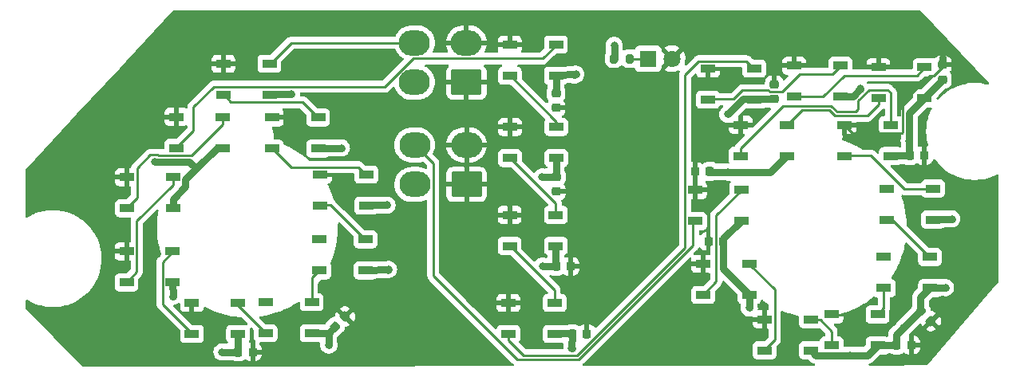
<source format=gbr>
%TF.GenerationSoftware,KiCad,Pcbnew,(6.0.9)*%
%TF.CreationDate,2023-01-06T21:11:31-09:00*%
%TF.ProjectId,HYD ISO PANEL,48594420-4953-44f2-9050-414e454c2e6b,rev?*%
%TF.SameCoordinates,Original*%
%TF.FileFunction,Copper,L1,Top*%
%TF.FilePolarity,Positive*%
%FSLAX46Y46*%
G04 Gerber Fmt 4.6, Leading zero omitted, Abs format (unit mm)*
G04 Created by KiCad (PCBNEW (6.0.9)) date 2023-01-06 21:11:31*
%MOMM*%
%LPD*%
G01*
G04 APERTURE LIST*
G04 Aperture macros list*
%AMRoundRect*
0 Rectangle with rounded corners*
0 $1 Rounding radius*
0 $2 $3 $4 $5 $6 $7 $8 $9 X,Y pos of 4 corners*
0 Add a 4 corners polygon primitive as box body*
4,1,4,$2,$3,$4,$5,$6,$7,$8,$9,$2,$3,0*
0 Add four circle primitives for the rounded corners*
1,1,$1+$1,$2,$3*
1,1,$1+$1,$4,$5*
1,1,$1+$1,$6,$7*
1,1,$1+$1,$8,$9*
0 Add four rect primitives between the rounded corners*
20,1,$1+$1,$2,$3,$4,$5,0*
20,1,$1+$1,$4,$5,$6,$7,0*
20,1,$1+$1,$6,$7,$8,$9,0*
20,1,$1+$1,$8,$9,$2,$3,0*%
G04 Aperture macros list end*
%TA.AperFunction,SMDPad,CuDef*%
%ADD10R,1.500000X0.900000*%
%TD*%
%TA.AperFunction,SMDPad,CuDef*%
%ADD11RoundRect,0.225000X0.225000X0.250000X-0.225000X0.250000X-0.225000X-0.250000X0.225000X-0.250000X0*%
%TD*%
%TA.AperFunction,SMDPad,CuDef*%
%ADD12RoundRect,0.225000X0.250000X-0.225000X0.250000X0.225000X-0.250000X0.225000X-0.250000X-0.225000X0*%
%TD*%
%TA.AperFunction,SMDPad,CuDef*%
%ADD13RoundRect,0.225000X-0.225000X-0.250000X0.225000X-0.250000X0.225000X0.250000X-0.225000X0.250000X0*%
%TD*%
%TA.AperFunction,SMDPad,CuDef*%
%ADD14RoundRect,0.225000X-0.017678X0.335876X-0.335876X0.017678X0.017678X-0.335876X0.335876X-0.017678X0*%
%TD*%
%TA.AperFunction,SMDPad,CuDef*%
%ADD15RoundRect,0.225000X0.335876X0.017678X0.017678X0.335876X-0.335876X-0.017678X-0.017678X-0.335876X0*%
%TD*%
%TA.AperFunction,SMDPad,CuDef*%
%ADD16RoundRect,0.225000X-0.250000X0.225000X-0.250000X-0.225000X0.250000X-0.225000X0.250000X0.225000X0*%
%TD*%
%TA.AperFunction,SMDPad,CuDef*%
%ADD17RoundRect,0.200000X-0.200000X-0.275000X0.200000X-0.275000X0.200000X0.275000X-0.200000X0.275000X0*%
%TD*%
%TA.AperFunction,ComponentPad*%
%ADD18RoundRect,0.250001X1.399999X-1.099999X1.399999X1.099999X-1.399999X1.099999X-1.399999X-1.099999X0*%
%TD*%
%TA.AperFunction,ComponentPad*%
%ADD19O,3.300000X2.700000*%
%TD*%
%TA.AperFunction,ComponentPad*%
%ADD20R,1.800000X1.800000*%
%TD*%
%TA.AperFunction,ComponentPad*%
%ADD21C,1.800000*%
%TD*%
%TA.AperFunction,ViaPad*%
%ADD22C,0.800000*%
%TD*%
%TA.AperFunction,Conductor*%
%ADD23C,0.250000*%
%TD*%
%TA.AperFunction,Conductor*%
%ADD24C,0.750000*%
%TD*%
G04 APERTURE END LIST*
D10*
%TO.P,D1,1,VDD*%
%TO.N,/LED+5V*%
X89181600Y-66548800D03*
%TO.P,D1,2,DOUT*%
%TO.N,Net-(D1-Pad2)*%
X89181600Y-69848800D03*
%TO.P,D1,3,VSS*%
%TO.N,/LEDGND*%
X94081600Y-69848800D03*
%TO.P,D1,4,DIN*%
%TO.N,/DATAIN*%
X94081600Y-66548800D03*
%TD*%
%TO.P,D2,1,VDD*%
%TO.N,/LED+5V*%
X94335600Y-72238400D03*
%TO.P,D2,2,DOUT*%
%TO.N,Net-(D2-Pad2)*%
X94335600Y-75538400D03*
%TO.P,D2,3,VSS*%
%TO.N,/LEDGND*%
X99235600Y-75538400D03*
%TO.P,D2,4,DIN*%
%TO.N,Net-(D1-Pad2)*%
X99235600Y-72238400D03*
%TD*%
%TO.P,D3,1,VDD*%
%TO.N,/LED+5V*%
X99454800Y-78309200D03*
%TO.P,D3,2,DOUT*%
%TO.N,Net-(D3-Pad2)*%
X99454800Y-81609200D03*
%TO.P,D3,3,VSS*%
%TO.N,/LEDGND*%
X104354800Y-81609200D03*
%TO.P,D3,4,DIN*%
%TO.N,Net-(D2-Pad2)*%
X104354800Y-78309200D03*
%TD*%
%TO.P,D4,1,VDD*%
%TO.N,/LED+5V*%
X99364800Y-85192400D03*
%TO.P,D4,2,DOUT*%
%TO.N,Net-(D4-Pad2)*%
X99364800Y-88492400D03*
%TO.P,D4,3,VSS*%
%TO.N,/LEDGND*%
X104264800Y-88492400D03*
%TO.P,D4,4,DIN*%
%TO.N,Net-(D3-Pad2)*%
X104264800Y-85192400D03*
%TD*%
%TO.P,D5,1,VDD*%
%TO.N,/LED+5V*%
X93663600Y-91872800D03*
%TO.P,D5,2,DOUT*%
%TO.N,Net-(D5-Pad2)*%
X93663600Y-95172800D03*
%TO.P,D5,3,VSS*%
%TO.N,/LEDGND*%
X98563600Y-95172800D03*
%TO.P,D5,4,DIN*%
%TO.N,Net-(D4-Pad2)*%
X98563600Y-91872800D03*
%TD*%
%TO.P,D6,1,VDD*%
%TO.N,/LED+5V*%
X85852000Y-91948800D03*
%TO.P,D6,2,DOUT*%
%TO.N,Net-(D6-Pad2)*%
X85852000Y-95248800D03*
%TO.P,D6,3,VSS*%
%TO.N,/LEDGND*%
X90752000Y-95248800D03*
%TO.P,D6,4,DIN*%
%TO.N,Net-(D5-Pad2)*%
X90752000Y-91948800D03*
%TD*%
%TO.P,D7,1,VDD*%
%TO.N,/LED+5V*%
X78920000Y-86462800D03*
%TO.P,D7,2,DOUT*%
%TO.N,Net-(D7-Pad2)*%
X78920000Y-89762800D03*
%TO.P,D7,3,VSS*%
%TO.N,/LEDGND*%
X83820000Y-89762800D03*
%TO.P,D7,4,DIN*%
%TO.N,Net-(D6-Pad2)*%
X83820000Y-86462800D03*
%TD*%
%TO.P,D8,1,VDD*%
%TO.N,/LED+5V*%
X78943200Y-78588800D03*
%TO.P,D8,2,DOUT*%
%TO.N,Net-(D8-Pad2)*%
X78943200Y-81888800D03*
%TO.P,D8,3,VSS*%
%TO.N,/LEDGND*%
X83843200Y-81888800D03*
%TO.P,D8,4,DIN*%
%TO.N,Net-(D7-Pad2)*%
X83843200Y-78588800D03*
%TD*%
%TO.P,D9,1,VDD*%
%TO.N,/LED+5V*%
X84203200Y-72187600D03*
%TO.P,D9,2,DOUT*%
%TO.N,Net-(D10-Pad4)*%
X84203200Y-75487600D03*
%TO.P,D9,3,VSS*%
%TO.N,/LEDGND*%
X89103200Y-75487600D03*
%TO.P,D9,4,DIN*%
%TO.N,Net-(D8-Pad2)*%
X89103200Y-72187600D03*
%TD*%
%TO.P,D10,1,VDD*%
%TO.N,/LED+5V*%
X119571600Y-64516800D03*
%TO.P,D10,2,DOUT*%
%TO.N,Net-(D10-Pad2)*%
X119571600Y-67816800D03*
%TO.P,D10,3,VSS*%
%TO.N,/LEDGND*%
X124471600Y-67816800D03*
%TO.P,D10,4,DIN*%
%TO.N,Net-(D10-Pad4)*%
X124471600Y-64516800D03*
%TD*%
%TO.P,D11,1,VDD*%
%TO.N,/LED+5V*%
X119610800Y-73254400D03*
%TO.P,D11,2,DOUT*%
%TO.N,Net-(D11-Pad2)*%
X119610800Y-76554400D03*
%TO.P,D11,3,VSS*%
%TO.N,/LEDGND*%
X124510800Y-76554400D03*
%TO.P,D11,4,DIN*%
%TO.N,Net-(D10-Pad2)*%
X124510800Y-73254400D03*
%TD*%
%TO.P,D12,1,VDD*%
%TO.N,/LED+5V*%
X119560000Y-82601600D03*
%TO.P,D12,2,DOUT*%
%TO.N,Net-(D12-Pad2)*%
X119560000Y-85901600D03*
%TO.P,D12,3,VSS*%
%TO.N,/LEDGND*%
X124460000Y-85901600D03*
%TO.P,D12,4,DIN*%
%TO.N,Net-(D11-Pad2)*%
X124460000Y-82601600D03*
%TD*%
%TO.P,D13,1,VDD*%
%TO.N,/LED+5V*%
X119430800Y-91948800D03*
%TO.P,D13,2,DOUT*%
%TO.N,Net-(D13-Pad2)*%
X119430800Y-95248800D03*
%TO.P,D13,3,VSS*%
%TO.N,/LEDGND*%
X124330800Y-95248800D03*
%TO.P,D13,4,DIN*%
%TO.N,Net-(D12-Pad2)*%
X124330800Y-91948800D03*
%TD*%
%TO.P,D14,1,VDD*%
%TO.N,/LED+5V*%
X140614400Y-67056800D03*
%TO.P,D14,2,DOUT*%
%TO.N,Net-(D14-Pad2)*%
X140614400Y-70356800D03*
%TO.P,D14,3,VSS*%
%TO.N,/LEDGND*%
X145514400Y-70356800D03*
%TO.P,D14,4,DIN*%
%TO.N,Net-(D13-Pad2)*%
X145514400Y-67056800D03*
%TD*%
%TO.P,D15,1,VDD*%
%TO.N,/LED+5V*%
X149758400Y-66752000D03*
%TO.P,D15,2,DOUT*%
%TO.N,Net-(D15-Pad2)*%
X149758400Y-70052000D03*
%TO.P,D15,3,VSS*%
%TO.N,/LEDGND*%
X154658400Y-70052000D03*
%TO.P,D15,4,DIN*%
%TO.N,Net-(D14-Pad2)*%
X154658400Y-66752000D03*
%TD*%
%TO.P,D16,1,VDD*%
%TO.N,/LED+5V*%
X158676000Y-66904400D03*
%TO.P,D16,2,DOUT*%
%TO.N,Net-(D16-Pad2)*%
X158676000Y-70204400D03*
%TO.P,D16,3,VSS*%
%TO.N,/LEDGND*%
X163576000Y-70204400D03*
%TO.P,D16,4,DIN*%
%TO.N,Net-(D15-Pad2)*%
X163576000Y-66904400D03*
%TD*%
%TO.P,D17,1,VDD*%
%TO.N,/LED+5V*%
X144057200Y-73026000D03*
%TO.P,D17,2,DOUT*%
%TO.N,Net-(D17-Pad2)*%
X144057200Y-76326000D03*
%TO.P,D17,3,VSS*%
%TO.N,/LEDGND*%
X148957200Y-76326000D03*
%TO.P,D17,4,DIN*%
%TO.N,Net-(D16-Pad2)*%
X148957200Y-73026000D03*
%TD*%
%TO.P,D18,1,VDD*%
%TO.N,/LED+5V*%
X155092400Y-73051200D03*
%TO.P,D18,2,DOUT*%
%TO.N,Net-(D18-Pad2)*%
X155092400Y-76351200D03*
%TO.P,D18,3,VSS*%
%TO.N,/LEDGND*%
X159992400Y-76351200D03*
%TO.P,D18,4,DIN*%
%TO.N,Net-(D17-Pad2)*%
X159992400Y-73051200D03*
%TD*%
%TO.P,D24,1,VDD*%
%TO.N,/LED+5V*%
X139219600Y-79960000D03*
%TO.P,D24,2,DOUT*%
%TO.N,/DATAOUT*%
X139219600Y-83260000D03*
%TO.P,D24,3,VSS*%
%TO.N,/LEDGND*%
X144119600Y-83260000D03*
%TO.P,D24,4,DIN*%
%TO.N,Net-(D23-Pad2)*%
X144119600Y-79960000D03*
%TD*%
%TO.P,D19,1,VDD*%
%TO.N,/LED+5V*%
X159590400Y-79808000D03*
%TO.P,D19,2,DOUT*%
%TO.N,Net-(D19-Pad2)*%
X159590400Y-83108000D03*
%TO.P,D19,3,VSS*%
%TO.N,/LEDGND*%
X164490400Y-83108000D03*
%TO.P,D19,4,DIN*%
%TO.N,Net-(D18-Pad2)*%
X164490400Y-79808000D03*
%TD*%
%TO.P,D23,1,VDD*%
%TO.N,/LED+5V*%
X140083200Y-87808800D03*
%TO.P,D23,2,DOUT*%
%TO.N,Net-(D23-Pad2)*%
X140083200Y-91108800D03*
%TO.P,D23,3,VSS*%
%TO.N,/LEDGND*%
X144983200Y-91108800D03*
%TO.P,D23,4,DIN*%
%TO.N,Net-(D22-Pad2)*%
X144983200Y-87808800D03*
%TD*%
%TO.P,D20,1,VDD*%
%TO.N,/LED+5V*%
X159258000Y-87072000D03*
%TO.P,D20,2,DOUT*%
%TO.N,Net-(D20-Pad2)*%
X159258000Y-90372000D03*
%TO.P,D20,3,VSS*%
%TO.N,/LEDGND*%
X164158000Y-90372000D03*
%TO.P,D20,4,DIN*%
%TO.N,Net-(D19-Pad2)*%
X164158000Y-87072000D03*
%TD*%
%TO.P,D22,1,VDD*%
%TO.N,/LED+5V*%
X146597200Y-93701600D03*
%TO.P,D22,2,DOUT*%
%TO.N,Net-(D22-Pad2)*%
X146597200Y-97001600D03*
%TO.P,D22,3,VSS*%
%TO.N,/LEDGND*%
X151497200Y-97001600D03*
%TO.P,D22,4,DIN*%
%TO.N,Net-(D21-Pad2)*%
X151497200Y-93701600D03*
%TD*%
%TO.P,D21,1,VDD*%
%TO.N,/LED+5V*%
X153697600Y-93168000D03*
%TO.P,D21,2,DOUT*%
%TO.N,Net-(D21-Pad2)*%
X153697600Y-96468000D03*
%TO.P,D21,3,VSS*%
%TO.N,/LEDGND*%
X158597600Y-96468000D03*
%TO.P,D21,4,DIN*%
%TO.N,Net-(D20-Pad2)*%
X158597600Y-93168000D03*
%TD*%
D11*
%TO.P,C2,1*%
%TO.N,/LED+5V*%
X92304000Y-97157540D03*
%TO.P,C2,2*%
%TO.N,/LEDGND*%
X90754000Y-97157540D03*
%TD*%
%TO.P,C3,1*%
%TO.N,/LED+5V*%
X127744620Y-95206820D03*
%TO.P,C3,2*%
%TO.N,/LEDGND*%
X126194620Y-95206820D03*
%TD*%
%TO.P,C4,1*%
%TO.N,/LED+5V*%
X126022300Y-88069420D03*
%TO.P,C4,2*%
%TO.N,/LEDGND*%
X124472300Y-88069420D03*
%TD*%
D12*
%TO.P,C5,1*%
%TO.N,/LED+5V*%
X124480320Y-71244660D03*
%TO.P,C5,2*%
%TO.N,/LEDGND*%
X124480320Y-69694660D03*
%TD*%
%TO.P,C6,1*%
%TO.N,/LED+5V*%
X124510800Y-80119420D03*
%TO.P,C6,2*%
%TO.N,/LEDGND*%
X124510800Y-78569420D03*
%TD*%
D13*
%TO.P,C7,1*%
%TO.N,/LED+5V*%
X139234980Y-77972920D03*
%TO.P,C7,2*%
%TO.N,/LEDGND*%
X140784980Y-77972920D03*
%TD*%
D14*
%TO.P,C8,1*%
%TO.N,/LED+5V*%
X102111861Y-93389399D03*
%TO.P,C8,2*%
%TO.N,/LEDGND*%
X101015845Y-94485415D03*
%TD*%
D11*
%TO.P,C9,1*%
%TO.N,/LED+5V*%
X163535560Y-76304140D03*
%TO.P,C9,2*%
%TO.N,/LEDGND*%
X161985560Y-76304140D03*
%TD*%
%TO.P,C11,1*%
%TO.N,/LED+5V*%
X162154000Y-96428560D03*
%TO.P,C11,2*%
%TO.N,/LEDGND*%
X160604000Y-96428560D03*
%TD*%
D15*
%TO.P,C12,1*%
%TO.N,/LED+5V*%
X164258041Y-93892421D03*
%TO.P,C12,2*%
%TO.N,/LEDGND*%
X163162025Y-92796405D03*
%TD*%
D16*
%TO.P,C13,1*%
%TO.N,/LED+5V*%
X165470840Y-66654480D03*
%TO.P,C13,2*%
%TO.N,/LEDGND*%
X165470840Y-68204480D03*
%TD*%
%TO.P,C14,1*%
%TO.N,/LED+5V*%
X147624800Y-68739620D03*
%TO.P,C14,2*%
%TO.N,/LEDGND*%
X147624800Y-70289620D03*
%TD*%
D13*
%TO.P,C15,1*%
%TO.N,/LED+5V*%
X140662260Y-85420200D03*
%TO.P,C15,2*%
%TO.N,/LEDGND*%
X142212260Y-85420200D03*
%TD*%
D17*
%TO.P,R1,1*%
%TO.N,/LEDGND*%
X130609940Y-65996820D03*
%TO.P,R1,2*%
%TO.N,Net-(D25-Pad1)*%
X132259940Y-65996820D03*
%TD*%
D18*
%TO.P,J1,1,Pin_1*%
%TO.N,/LED+5V*%
X114968920Y-68520420D03*
D19*
%TO.P,J1,2,Pin_2*%
X114968920Y-64320420D03*
%TO.P,J1,3,Pin_3*%
%TO.N,/LEDGND*%
X109468920Y-68520420D03*
%TO.P,J1,4,Pin_4*%
%TO.N,/DATAIN*%
X109468920Y-64320420D03*
%TD*%
D18*
%TO.P,J2,1,Pin_1*%
%TO.N,/LED+5V*%
X114985800Y-79364840D03*
D19*
%TO.P,J2,2,Pin_2*%
X114985800Y-75164840D03*
%TO.P,J2,3,Pin_3*%
%TO.N,/LEDGND*%
X109485800Y-79364840D03*
%TO.P,J2,4,Pin_4*%
%TO.N,/DATAOUT*%
X109485800Y-75164840D03*
%TD*%
D20*
%TO.P,D25,1,K*%
%TO.N,Net-(D25-Pad1)*%
X134260000Y-66000000D03*
D21*
%TO.P,D25,2,A*%
%TO.N,/LED+5V*%
X136800000Y-66000000D03*
%TD*%
D22*
%TO.N,/LEDGND*%
X130647440Y-64582040D03*
X166463980Y-83027520D03*
X161949612Y-74725388D03*
X96400620Y-69791580D03*
X106715560Y-88389460D03*
X165801440Y-90322000D03*
X126156720Y-96791780D03*
X83830160Y-91241880D03*
X126588520Y-67663060D03*
X142709900Y-71915020D03*
X161334546Y-94606206D03*
X89052400Y-97160080D03*
X155640859Y-97493001D03*
X144975580Y-92483940D03*
X101711760Y-75478640D03*
X123045220Y-88038940D03*
X81917540Y-76962611D03*
X156748480Y-69166740D03*
X106550660Y-81559200D03*
X123022360Y-78564740D03*
X142723340Y-78051660D03*
X100378460Y-96415660D03*
%TO.N,/LED+5V*%
X130810000Y-89408000D03*
X135255000Y-93345000D03*
X135763000Y-93853000D03*
X131826000Y-90424000D03*
X134747000Y-92837000D03*
X131318000Y-89916000D03*
%TD*%
D23*
%TO.N,Net-(D1-Pad2)*%
X89181600Y-69798800D02*
X90006601Y-70623801D01*
X97571001Y-70623801D02*
X99235600Y-72288400D01*
X90006601Y-70623801D02*
X97571001Y-70623801D01*
%TO.N,Net-(D2-Pad2)*%
X103529799Y-77534199D02*
X96436752Y-77534199D01*
X96436752Y-77534199D02*
X94659610Y-75757057D01*
X104354800Y-78359200D02*
X103529799Y-77534199D01*
X94659610Y-75757057D02*
X94659610Y-75488400D01*
%TO.N,Net-(D3-Pad2)*%
X100581600Y-81559200D02*
X104264800Y-85242400D01*
X99454800Y-81559200D02*
X100581600Y-81559200D01*
%TO.N,Net-(D4-Pad2)*%
X98563600Y-91922800D02*
X98563600Y-89243600D01*
X98563600Y-89243600D02*
X99364800Y-88442400D01*
%TO.N,Net-(D5-Pad2)*%
X90752000Y-91998800D02*
X90752000Y-92211200D01*
X90752000Y-92211200D02*
X93663600Y-95122800D01*
%TO.N,Net-(D7-Pad2)*%
X83843200Y-79388800D02*
X79995001Y-83236999D01*
X79995001Y-88637799D02*
X78920000Y-89712800D01*
X79995001Y-83236999D02*
X79995001Y-88637799D01*
X83843200Y-78638800D02*
X83843200Y-79388800D01*
%TO.N,Net-(D8-Pad2)*%
X82265541Y-76237610D02*
X81450670Y-76237610D01*
X89103200Y-72237600D02*
X89103200Y-72987600D01*
X85828199Y-76262601D02*
X82290532Y-76262601D01*
X80018201Y-77670079D02*
X80018201Y-80763799D01*
X81450670Y-76237610D02*
X80018201Y-77670079D01*
X82290532Y-76262601D02*
X82265541Y-76237610D01*
X89103200Y-72987600D02*
X85828199Y-76262601D01*
X80018201Y-80763799D02*
X78943200Y-81838800D01*
%TO.N,Net-(D10-Pad4)*%
X109325089Y-65995430D02*
X123042970Y-65995430D01*
X123042970Y-65995430D02*
X124471600Y-64566800D01*
X86016790Y-71128608D02*
X88171599Y-68973799D01*
X86016790Y-73624010D02*
X86016790Y-71128608D01*
X106346720Y-68973799D02*
X109325089Y-65995430D01*
X88171599Y-68973799D02*
X106346720Y-68973799D01*
X84203200Y-75437600D02*
X86016790Y-73624010D01*
%TO.N,Net-(D10-Pad2)*%
X124510800Y-73304400D02*
X124510800Y-72706000D01*
X124510800Y-72706000D02*
X119571600Y-67766800D01*
%TO.N,Net-(D11-Pad2)*%
X124460000Y-81353600D02*
X119610800Y-76504400D01*
X124460000Y-82651600D02*
X124460000Y-81353600D01*
%TO.N,Net-(D12-Pad2)*%
X124330800Y-91998800D02*
X124330800Y-90622400D01*
X124330800Y-90622400D02*
X119560000Y-85851600D01*
%TO.N,Net-(D13-Pad2)*%
X138144599Y-67741599D02*
X139604399Y-66281799D01*
X126691153Y-97516781D02*
X138144599Y-86063335D01*
X138144599Y-86063335D02*
X138144599Y-67741599D01*
X119430800Y-95198800D02*
X119430800Y-95948800D01*
X120998781Y-97516781D02*
X126691153Y-97516781D01*
X144689399Y-66281799D02*
X145514400Y-67106800D01*
X119430800Y-95948800D02*
X120998781Y-97516781D01*
X139604399Y-66281799D02*
X144689399Y-66281799D01*
%TO.N,Net-(D14-Pad2)*%
X144270098Y-69364860D02*
X147018546Y-69364860D01*
X148435768Y-69489630D02*
X150298397Y-67627001D01*
X140614400Y-70306800D02*
X143328158Y-70306800D01*
X147143316Y-69489630D02*
X148435768Y-69489630D01*
X143328158Y-70306800D02*
X144270098Y-69364860D01*
X153833399Y-67627001D02*
X154658400Y-66802000D01*
X150298397Y-67627001D02*
X153833399Y-67627001D01*
X147018546Y-69364860D02*
X147143316Y-69489630D01*
%TO.N,Net-(D15-Pad2)*%
X162750999Y-67779401D02*
X163576000Y-66954400D01*
X149758400Y-70002000D02*
X152823398Y-70002000D01*
X155045997Y-67779401D02*
X162750999Y-67779401D01*
X152823398Y-70002000D02*
X155045997Y-67779401D01*
%TO.N,Net-(D16-Pad2)*%
X153470890Y-71448775D02*
X150584425Y-71448775D01*
X158676000Y-70904400D02*
X157511879Y-72068521D01*
X157511879Y-72068521D02*
X154090636Y-72068521D01*
X150584425Y-71448775D02*
X148957200Y-73076000D01*
X154090636Y-72068521D02*
X153470890Y-71448775D01*
X158676000Y-70154400D02*
X158676000Y-70904400D01*
%TO.N,Net-(D17-Pad2)*%
X144057200Y-75526000D02*
X148584435Y-70998765D01*
X156532580Y-71386700D02*
X156532580Y-70462818D01*
X156532580Y-70462818D02*
X157665999Y-69329399D01*
X159686001Y-69329399D02*
X159992400Y-69635798D01*
X154277036Y-71618511D02*
X156300769Y-71618511D01*
X157665999Y-69329399D02*
X159686001Y-69329399D01*
X144057200Y-76276000D02*
X144057200Y-75526000D01*
X153657291Y-70998766D02*
X154277036Y-71618511D01*
X148584435Y-70998765D02*
X153657291Y-70998766D01*
X159992400Y-69635798D02*
X159992400Y-73101200D01*
X156300769Y-71618511D02*
X156532580Y-71386700D01*
%TO.N,Net-(D18-Pad2)*%
X161425402Y-79858000D02*
X157868602Y-76301200D01*
X157868602Y-76301200D02*
X155092400Y-76301200D01*
X164490400Y-79858000D02*
X161425402Y-79858000D01*
%TO.N,Net-(D19-Pad2)*%
X160094000Y-83058000D02*
X164158000Y-87122000D01*
X159590400Y-83058000D02*
X160094000Y-83058000D01*
%TO.N,Net-(D20-Pad2)*%
X158597600Y-93218000D02*
X158507000Y-93218000D01*
X159258000Y-92467000D02*
X159258000Y-90322000D01*
X158507000Y-93218000D02*
X159258000Y-92467000D01*
%TO.N,Net-(D21-Pad2)*%
X153697600Y-94952000D02*
X153697600Y-96418000D01*
X151497200Y-93751600D02*
X152497200Y-93751600D01*
X152497200Y-93751600D02*
X153697600Y-94952000D01*
%TO.N,Net-(D22-Pad2)*%
X147672201Y-95876599D02*
X146597200Y-96951600D01*
X144983200Y-87858800D02*
X147672201Y-90547801D01*
X147672201Y-90547801D02*
X147672201Y-95876599D01*
%TO.N,Net-(D23-Pad2)*%
X144119600Y-80010000D02*
X141462250Y-82667350D01*
X141462250Y-89679750D02*
X140083200Y-91058800D01*
X141462250Y-82667350D02*
X141462250Y-89679750D01*
%TO.N,Net-(D6-Pad2)*%
X82744999Y-92091799D02*
X85852000Y-95198800D01*
X82744999Y-87587801D02*
X82744999Y-92091799D01*
X83820000Y-86512800D02*
X82744999Y-87587801D01*
%TO.N,Net-(D25-Pad1)*%
X132225620Y-66000000D02*
X132222440Y-65996820D01*
X134260000Y-66000000D02*
X132225620Y-66000000D01*
D24*
%TO.N,/LEDGND*%
X89052400Y-97160080D02*
X89054940Y-97157540D01*
X100378460Y-96415660D02*
X100378460Y-96415660D01*
X83830160Y-91241880D02*
X83820000Y-91231720D01*
X96400620Y-69791580D02*
X96393400Y-69798800D01*
X101711760Y-75478640D02*
X101702000Y-75488400D01*
X106550660Y-81559200D02*
X106550660Y-81559200D01*
X106715560Y-88389460D02*
X106662620Y-88442400D01*
X130647440Y-64582040D02*
X130647440Y-64582040D01*
X126588520Y-67663060D02*
X126378240Y-67766800D01*
X123045220Y-88038940D02*
X123075700Y-88069420D01*
X123022360Y-78564740D02*
X123030180Y-78556920D01*
X126156720Y-96791780D02*
X126182120Y-96766380D01*
X144975580Y-92483940D02*
X144983200Y-92476320D01*
X142709900Y-71915020D02*
X142709900Y-71915020D01*
X166463980Y-83027520D02*
X166433500Y-83058000D01*
X165801440Y-90322000D02*
X165801440Y-90322000D01*
X161334546Y-94606206D02*
X160591500Y-95349252D01*
X155640859Y-97493001D02*
X157522599Y-97493001D01*
X81917540Y-76962611D02*
X81917540Y-76962611D01*
X156748480Y-69166740D02*
X156748480Y-69256955D01*
X161949612Y-74725388D02*
X161947860Y-74607420D01*
X142723340Y-78051660D02*
X140876220Y-78051660D01*
X148957200Y-76276000D02*
X147181540Y-78051660D01*
X163153186Y-92787566D02*
X163153186Y-91326814D01*
X164158000Y-90322000D02*
X165801440Y-90322000D01*
X163153186Y-92787566D02*
X161334546Y-94606206D01*
X157522599Y-97493001D02*
X158597600Y-96418000D01*
X104354800Y-81559200D02*
X106550660Y-81559200D01*
X124460000Y-88069220D02*
X124459800Y-88069420D01*
X94081600Y-69798800D02*
X96400620Y-69791580D01*
X85765640Y-77099160D02*
X85737700Y-77099160D01*
X165470840Y-68259560D02*
X163576000Y-70154400D01*
X124480320Y-69682160D02*
X124480320Y-67775520D01*
X124471600Y-67766800D02*
X126588520Y-67663060D01*
X100378460Y-95122800D02*
X100378460Y-96415660D01*
X83820000Y-89712800D02*
X83830160Y-91241880D01*
X130647440Y-65996820D02*
X130647440Y-64582040D01*
X144983200Y-91058800D02*
X144975580Y-92483940D01*
X160591500Y-95349252D02*
X160591500Y-96428560D01*
X144983200Y-91058800D02*
X142224760Y-88300360D01*
X86345844Y-77679364D02*
X88587608Y-75437600D01*
X85168201Y-78857007D02*
X86345844Y-77679364D01*
X124480320Y-67775520D02*
X124471600Y-67766800D01*
X147181540Y-78051660D02*
X142723340Y-78051660D01*
X104264800Y-88442400D02*
X106715560Y-88389460D01*
X98563600Y-95122800D02*
X100378460Y-95122800D01*
X163576000Y-70154400D02*
X161947860Y-71782540D01*
X83843200Y-81838800D02*
X83843200Y-80923802D01*
X90752000Y-95198800D02*
X90752000Y-97147040D01*
X165470840Y-68216980D02*
X165470840Y-68259560D01*
X85737700Y-77099160D02*
X85601151Y-76962611D01*
X161970120Y-76301200D02*
X161973060Y-76304140D01*
X126174100Y-95198800D02*
X126182120Y-95206820D01*
X164490400Y-83058000D02*
X166463980Y-83027520D01*
X124460000Y-85851600D02*
X124460000Y-88069220D01*
X142224760Y-88300360D02*
X142224760Y-85420200D01*
X90752000Y-97147040D02*
X90741500Y-97157540D01*
X152038601Y-97493001D02*
X155640859Y-97493001D01*
X83843200Y-80923802D02*
X85168201Y-79598801D01*
X160591500Y-96428560D02*
X158608160Y-96428560D01*
X85168201Y-79598801D02*
X85168201Y-78857007D01*
X142224760Y-85104840D02*
X144119600Y-83210000D01*
X124510800Y-76504400D02*
X124510800Y-78556920D01*
X154658400Y-70002000D02*
X156003435Y-70002000D01*
X142224760Y-85420200D02*
X142224760Y-85104840D01*
X163153186Y-91326814D02*
X164158000Y-90322000D01*
X144318120Y-70306800D02*
X142709900Y-71915020D01*
X147624800Y-70302120D02*
X145519080Y-70302120D01*
X124330800Y-95198800D02*
X126174100Y-95198800D01*
X161973060Y-76304140D02*
X161949612Y-74725388D01*
X145519080Y-70302120D02*
X145514400Y-70306800D01*
X140876220Y-78051660D02*
X140797480Y-77972920D01*
X151497200Y-96951600D02*
X152038601Y-97493001D01*
X159992400Y-76301200D02*
X161970120Y-76301200D01*
X90741500Y-97157540D02*
X89052400Y-97160080D01*
X124459800Y-88069420D02*
X123045220Y-88038940D01*
X126182120Y-95206820D02*
X126156720Y-96791780D01*
X100378460Y-95122800D02*
X101007006Y-94494254D01*
X99235600Y-75488400D02*
X101711760Y-75478640D01*
X124471600Y-69673440D02*
X124480320Y-69682160D01*
X124510800Y-78556920D02*
X123022360Y-78564740D01*
X145514400Y-70306800D02*
X144318120Y-70306800D01*
X158608160Y-96428560D02*
X158597600Y-96418000D01*
X85601151Y-76962611D02*
X81917540Y-76962611D01*
X156003435Y-70002000D02*
X156748480Y-69166740D01*
X161947860Y-71782540D02*
X161947860Y-74607420D01*
X86345844Y-77679364D02*
X85765640Y-77099160D01*
%TO.N,/LED+5V*%
X165470840Y-66641980D02*
X165470840Y-65849500D01*
D23*
X161247850Y-73829150D02*
X161247850Y-70647548D01*
X155092400Y-73101200D02*
X155917401Y-73926201D01*
X164586001Y-67779401D02*
X165470840Y-66894562D01*
X164115997Y-67779401D02*
X164586001Y-67779401D01*
X155917401Y-73926201D02*
X161150799Y-73926201D01*
X161247850Y-70647548D02*
X164115997Y-67779401D01*
X165470840Y-66894562D02*
X165470840Y-66641980D01*
X161150799Y-73926201D02*
X161247850Y-73829150D01*
%TO.N,/DATAIN*%
X109468920Y-64320420D02*
X96359980Y-64320420D01*
X96359980Y-64320420D02*
X94081600Y-66598800D01*
%TO.N,/DATAOUT*%
X111460810Y-77139850D02*
X109485800Y-75164840D01*
X111460810Y-89063812D02*
X111460810Y-77139850D01*
X126877553Y-97966791D02*
X120363789Y-97966791D01*
X139008199Y-85836145D02*
X126877553Y-97966791D01*
X139008199Y-83421401D02*
X139008199Y-85836145D01*
X120363789Y-97966791D02*
X111460810Y-89063812D01*
X139219600Y-83210000D02*
X139008199Y-83421401D01*
%TD*%
%TA.AperFunction,Conductor*%
%TO.N,/LED+5V*%
G36*
X163067969Y-60878902D02*
G01*
X163090954Y-60897862D01*
X170393839Y-68542404D01*
X170400068Y-68548924D01*
X170432660Y-68611997D01*
X170425979Y-68682679D01*
X170382144Y-68738527D01*
X170315074Y-68761812D01*
X170271073Y-68756129D01*
X170269619Y-68755671D01*
X170235462Y-68744901D01*
X170064024Y-68706894D01*
X169799058Y-68648152D01*
X169799055Y-68648151D01*
X169796360Y-68647554D01*
X169793630Y-68647195D01*
X169793621Y-68647193D01*
X169573402Y-68618201D01*
X169350444Y-68588848D01*
X169081653Y-68577113D01*
X169018061Y-68574336D01*
X169018056Y-68574336D01*
X169016684Y-68574276D01*
X168785534Y-68574276D01*
X168784162Y-68574336D01*
X168784157Y-68574336D01*
X168720565Y-68577113D01*
X168451774Y-68588848D01*
X168228816Y-68618201D01*
X168008597Y-68647193D01*
X168008588Y-68647195D01*
X168005858Y-68647554D01*
X168003163Y-68648151D01*
X168003160Y-68648152D01*
X167738194Y-68706894D01*
X167566756Y-68744901D01*
X167564139Y-68745726D01*
X167564132Y-68745728D01*
X167416742Y-68792200D01*
X167137808Y-68880147D01*
X166722281Y-69052265D01*
X166323336Y-69259942D01*
X166096893Y-69404202D01*
X165951087Y-69497091D01*
X165944009Y-69501600D01*
X165941841Y-69503264D01*
X165941829Y-69503272D01*
X165624890Y-69746469D01*
X165587188Y-69775399D01*
X165585160Y-69777257D01*
X165585152Y-69777264D01*
X165270263Y-70065806D01*
X165257919Y-70071863D01*
X165242139Y-70093930D01*
X165058242Y-70294620D01*
X165053397Y-70299907D01*
X164992629Y-70336618D01*
X164921659Y-70334647D01*
X164863022Y-70294620D01*
X164835333Y-70229246D01*
X164834500Y-70214783D01*
X164834500Y-70197548D01*
X164854502Y-70129427D01*
X164871405Y-70108453D01*
X165060147Y-69919711D01*
X165076492Y-69910785D01*
X165077291Y-69907757D01*
X165096044Y-69883814D01*
X165790737Y-69189121D01*
X165853049Y-69155095D01*
X165863167Y-69153475D01*
X165865004Y-69153078D01*
X165871859Y-69152367D01*
X165973370Y-69118500D01*
X166027164Y-69100553D01*
X166027166Y-69100552D01*
X166034108Y-69098236D01*
X166041762Y-69093500D01*
X166173325Y-69012086D01*
X166179553Y-69008232D01*
X166300392Y-68887182D01*
X166304233Y-68880951D01*
X166386302Y-68747811D01*
X166386303Y-68747809D01*
X166390142Y-68741581D01*
X166443989Y-68579237D01*
X166446864Y-68551183D01*
X166451732Y-68503668D01*
X166454340Y-68478212D01*
X166454340Y-67930748D01*
X166453754Y-67925095D01*
X166448602Y-67875442D01*
X166443727Y-67828461D01*
X166428209Y-67781948D01*
X166391913Y-67673156D01*
X166391912Y-67673154D01*
X166389596Y-67666212D01*
X166326008Y-67563454D01*
X166303446Y-67526995D01*
X166299592Y-67520767D01*
X166294410Y-67515594D01*
X166289863Y-67509857D01*
X166291670Y-67508425D01*
X166262938Y-67455905D01*
X166267948Y-67385085D01*
X166291339Y-67348627D01*
X166290288Y-67347797D01*
X166303838Y-67330640D01*
X166385844Y-67197600D01*
X166391991Y-67184419D01*
X166441331Y-67035666D01*
X166444198Y-67022290D01*
X166453512Y-66931383D01*
X166453769Y-66926354D01*
X166449365Y-66911356D01*
X166447975Y-66910151D01*
X166440292Y-66908480D01*
X165342840Y-66908480D01*
X165274719Y-66888478D01*
X165228226Y-66834822D01*
X165216840Y-66782480D01*
X165216840Y-66382365D01*
X165724840Y-66382365D01*
X165729315Y-66397604D01*
X165730705Y-66398809D01*
X165738388Y-66400480D01*
X166435725Y-66400480D01*
X166450964Y-66396005D01*
X166452169Y-66394615D01*
X166453840Y-66386932D01*
X166453840Y-66384042D01*
X166453503Y-66377527D01*
X166443946Y-66285423D01*
X166441052Y-66272024D01*
X166391459Y-66123373D01*
X166385285Y-66110194D01*
X166303052Y-65977307D01*
X166294016Y-65965906D01*
X166183411Y-65855494D01*
X166172000Y-65846482D01*
X166038960Y-65764476D01*
X166025779Y-65758329D01*
X165877026Y-65708989D01*
X165863650Y-65706122D01*
X165772743Y-65696808D01*
X165766326Y-65696480D01*
X165742955Y-65696480D01*
X165727716Y-65700955D01*
X165726511Y-65702345D01*
X165724840Y-65710028D01*
X165724840Y-66382365D01*
X165216840Y-66382365D01*
X165216840Y-65714595D01*
X165212365Y-65699356D01*
X165210975Y-65698151D01*
X165203292Y-65696480D01*
X165175402Y-65696480D01*
X165168887Y-65696817D01*
X165076783Y-65706374D01*
X165063384Y-65709268D01*
X164914733Y-65758861D01*
X164901554Y-65765035D01*
X164768667Y-65847268D01*
X164757266Y-65856304D01*
X164657243Y-65956502D01*
X164594961Y-65990581D01*
X164523841Y-65985466D01*
X164443718Y-65955429D01*
X164443712Y-65955427D01*
X164436316Y-65952655D01*
X164374134Y-65945900D01*
X162777866Y-65945900D01*
X162715684Y-65952655D01*
X162579295Y-66003785D01*
X162462739Y-66091139D01*
X162375385Y-66207695D01*
X162324255Y-66344084D01*
X162317500Y-66406266D01*
X162317500Y-67019901D01*
X162297498Y-67088022D01*
X162243842Y-67134515D01*
X162191500Y-67145901D01*
X156042900Y-67145901D01*
X155974779Y-67125899D01*
X155928286Y-67072243D01*
X155916900Y-67019901D01*
X155916900Y-66632285D01*
X157418000Y-66632285D01*
X157422475Y-66647524D01*
X157423865Y-66648729D01*
X157431548Y-66650400D01*
X158403885Y-66650400D01*
X158419124Y-66645925D01*
X158420329Y-66644535D01*
X158422000Y-66636852D01*
X158422000Y-66632285D01*
X158930000Y-66632285D01*
X158934475Y-66647524D01*
X158935865Y-66648729D01*
X158943548Y-66650400D01*
X159915884Y-66650400D01*
X159931123Y-66645925D01*
X159932328Y-66644535D01*
X159933999Y-66636852D01*
X159933999Y-66409731D01*
X159933629Y-66402910D01*
X159928105Y-66352048D01*
X159924479Y-66336796D01*
X159879324Y-66216346D01*
X159870786Y-66200751D01*
X159794285Y-66098676D01*
X159781724Y-66086115D01*
X159679649Y-66009614D01*
X159664054Y-66001076D01*
X159543606Y-65955922D01*
X159528351Y-65952295D01*
X159477486Y-65946769D01*
X159470672Y-65946400D01*
X158948115Y-65946400D01*
X158932876Y-65950875D01*
X158931671Y-65952265D01*
X158930000Y-65959948D01*
X158930000Y-66632285D01*
X158422000Y-66632285D01*
X158422000Y-65964516D01*
X158417525Y-65949277D01*
X158416135Y-65948072D01*
X158408452Y-65946401D01*
X157881331Y-65946401D01*
X157874510Y-65946771D01*
X157823648Y-65952295D01*
X157808396Y-65955921D01*
X157687946Y-66001076D01*
X157672351Y-66009614D01*
X157570276Y-66086115D01*
X157557715Y-66098676D01*
X157481214Y-66200751D01*
X157472676Y-66216346D01*
X157427522Y-66336794D01*
X157423895Y-66352049D01*
X157418369Y-66402914D01*
X157418000Y-66409728D01*
X157418000Y-66632285D01*
X155916900Y-66632285D01*
X155916900Y-66253866D01*
X155910145Y-66191684D01*
X155859015Y-66055295D01*
X155771661Y-65938739D01*
X155655105Y-65851385D01*
X155518716Y-65800255D01*
X155456534Y-65793500D01*
X153860266Y-65793500D01*
X153798084Y-65800255D01*
X153661695Y-65851385D01*
X153545139Y-65938739D01*
X153457785Y-66055295D01*
X153406655Y-66191684D01*
X153399900Y-66253866D01*
X153399900Y-66867501D01*
X153379898Y-66935622D01*
X153326242Y-66982115D01*
X153273900Y-66993501D01*
X150377164Y-66993501D01*
X150365981Y-66992974D01*
X150358488Y-66991299D01*
X150350562Y-66991548D01*
X150350561Y-66991548D01*
X150290411Y-66993439D01*
X150286452Y-66993501D01*
X150258541Y-66993501D01*
X150254607Y-66993998D01*
X150254606Y-66993998D01*
X150254541Y-66994006D01*
X150242704Y-66994939D01*
X150210887Y-66995939D01*
X150206426Y-66996079D01*
X150198507Y-66996328D01*
X150182430Y-67000999D01*
X150147284Y-67006000D01*
X148518516Y-67006000D01*
X148503277Y-67010475D01*
X148502072Y-67011865D01*
X148500401Y-67019548D01*
X148500401Y-67246669D01*
X148500771Y-67253490D01*
X148506295Y-67304352D01*
X148509921Y-67319604D01*
X148555076Y-67440054D01*
X148563614Y-67455649D01*
X148640115Y-67557724D01*
X148652676Y-67570285D01*
X148754751Y-67646786D01*
X148770346Y-67655324D01*
X148890794Y-67700478D01*
X148906049Y-67704105D01*
X148956914Y-67709631D01*
X148963728Y-67710000D01*
X149015303Y-67710000D01*
X149083424Y-67730002D01*
X149129917Y-67783658D01*
X149140021Y-67853932D01*
X149110527Y-67918512D01*
X149104398Y-67925095D01*
X148758472Y-68271021D01*
X148696160Y-68305047D01*
X148625345Y-68299982D01*
X148568509Y-68257435D01*
X148549854Y-68221804D01*
X148545421Y-68208516D01*
X148539245Y-68195334D01*
X148457012Y-68062447D01*
X148447976Y-68051046D01*
X148337371Y-67940634D01*
X148325960Y-67931622D01*
X148192920Y-67849616D01*
X148179739Y-67843469D01*
X148030986Y-67794129D01*
X148017610Y-67791262D01*
X147926703Y-67781948D01*
X147920286Y-67781620D01*
X147896915Y-67781620D01*
X147881676Y-67786095D01*
X147880471Y-67787485D01*
X147878800Y-67795168D01*
X147878800Y-68730130D01*
X147858798Y-68798251D01*
X147805142Y-68844744D01*
X147752800Y-68856130D01*
X147496800Y-68856130D01*
X147428679Y-68836128D01*
X147382186Y-68782472D01*
X147370800Y-68730130D01*
X147370800Y-67799735D01*
X147366325Y-67784496D01*
X147364935Y-67783291D01*
X147357252Y-67781620D01*
X147329362Y-67781620D01*
X147322847Y-67781957D01*
X147230743Y-67791514D01*
X147217344Y-67794408D01*
X147068693Y-67844001D01*
X147055514Y-67850175D01*
X146922627Y-67932408D01*
X146911226Y-67941444D01*
X146800814Y-68052049D01*
X146791802Y-68063460D01*
X146709796Y-68196500D01*
X146703649Y-68209681D01*
X146654309Y-68358434D01*
X146651442Y-68371810D01*
X146642128Y-68462717D01*
X146641800Y-68469134D01*
X146641800Y-68605360D01*
X146621798Y-68673481D01*
X146568142Y-68719974D01*
X146515800Y-68731360D01*
X144348861Y-68731360D01*
X144337677Y-68730833D01*
X144330189Y-68729159D01*
X144322266Y-68729408D01*
X144262131Y-68731298D01*
X144258173Y-68731360D01*
X144230242Y-68731360D01*
X144226327Y-68731855D01*
X144226323Y-68731855D01*
X144226265Y-68731863D01*
X144226236Y-68731866D01*
X144214394Y-68732799D01*
X144170208Y-68734187D01*
X144155269Y-68738527D01*
X144150756Y-68739838D01*
X144131404Y-68743846D01*
X144127764Y-68744306D01*
X144111301Y-68746386D01*
X144103932Y-68749303D01*
X144103930Y-68749304D01*
X144070195Y-68762660D01*
X144058967Y-68766505D01*
X144016505Y-68778842D01*
X144009683Y-68782876D01*
X144009677Y-68782879D01*
X143999066Y-68789154D01*
X143981316Y-68797850D01*
X143969854Y-68802388D01*
X143969849Y-68802391D01*
X143962481Y-68805308D01*
X143945068Y-68817959D01*
X143926723Y-68831287D01*
X143916805Y-68837803D01*
X143906474Y-68843913D01*
X143878735Y-68860318D01*
X143864411Y-68874642D01*
X143849379Y-68887481D01*
X143832991Y-68899388D01*
X143818460Y-68916953D01*
X143804810Y-68933453D01*
X143796820Y-68942233D01*
X143102658Y-69636395D01*
X143040346Y-69670421D01*
X143013563Y-69673300D01*
X141887939Y-69673300D01*
X141819818Y-69653298D01*
X141787113Y-69622865D01*
X141733043Y-69550720D01*
X141733042Y-69550719D01*
X141727661Y-69543539D01*
X141611105Y-69456185D01*
X141474716Y-69405055D01*
X141412534Y-69398300D01*
X139816266Y-69398300D01*
X139754084Y-69405055D01*
X139617695Y-69456185D01*
X139501139Y-69543539D01*
X139413785Y-69660095D01*
X139362655Y-69796484D01*
X139355900Y-69858666D01*
X139355900Y-70854934D01*
X139362655Y-70917116D01*
X139413785Y-71053505D01*
X139501139Y-71170061D01*
X139617695Y-71257415D01*
X139754084Y-71308545D01*
X139816266Y-71315300D01*
X141412534Y-71315300D01*
X141474716Y-71308545D01*
X141611105Y-71257415D01*
X141727661Y-71170061D01*
X141815015Y-71053505D01*
X141819742Y-71040897D01*
X141826801Y-71022069D01*
X141869443Y-70965305D01*
X141936005Y-70940606D01*
X141944782Y-70940300D01*
X142118067Y-70940300D01*
X142186188Y-70960302D01*
X142232681Y-71013958D01*
X142242785Y-71084232D01*
X142213291Y-71148812D01*
X142192129Y-71168235D01*
X142183955Y-71174174D01*
X142107160Y-71229969D01*
X142098647Y-71236154D01*
X142094226Y-71241064D01*
X142094225Y-71241065D01*
X141975737Y-71372660D01*
X141970860Y-71378076D01*
X141917467Y-71470555D01*
X141880453Y-71534666D01*
X141875373Y-71543464D01*
X141816358Y-71725092D01*
X141815668Y-71731653D01*
X141815668Y-71731655D01*
X141803011Y-71852078D01*
X141796396Y-71915020D01*
X141797086Y-71921585D01*
X141815071Y-72092700D01*
X141816358Y-72104948D01*
X141875373Y-72286576D01*
X141878676Y-72292298D01*
X141878677Y-72292299D01*
X141884164Y-72301802D01*
X141970860Y-72451964D01*
X141975278Y-72456871D01*
X141975279Y-72456872D01*
X142067003Y-72558742D01*
X142098647Y-72593886D01*
X142109932Y-72602085D01*
X142247519Y-72702048D01*
X142253148Y-72706138D01*
X142259176Y-72708822D01*
X142259178Y-72708823D01*
X142421581Y-72781129D01*
X142427612Y-72783814D01*
X142521012Y-72803667D01*
X142607956Y-72822148D01*
X142607961Y-72822148D01*
X142614413Y-72823520D01*
X142805387Y-72823520D01*
X142811839Y-72822148D01*
X142811844Y-72822148D01*
X142959552Y-72790751D01*
X142992188Y-72783814D01*
X142998224Y-72781127D01*
X143004498Y-72779088D01*
X143004993Y-72780610D01*
X143045505Y-72772000D01*
X143785085Y-72772000D01*
X143800324Y-72767525D01*
X143801529Y-72766135D01*
X143803200Y-72758452D01*
X143803200Y-72753885D01*
X144311200Y-72753885D01*
X144315675Y-72769124D01*
X144317065Y-72770329D01*
X144324748Y-72772000D01*
X145297084Y-72772000D01*
X145312323Y-72767525D01*
X145313528Y-72766135D01*
X145315199Y-72758452D01*
X145315199Y-72531331D01*
X145314829Y-72524510D01*
X145309305Y-72473648D01*
X145305679Y-72458396D01*
X145260524Y-72337946D01*
X145251986Y-72322351D01*
X145175485Y-72220276D01*
X145162924Y-72207715D01*
X145060849Y-72131214D01*
X145045254Y-72122676D01*
X144924806Y-72077522D01*
X144909551Y-72073895D01*
X144858686Y-72068369D01*
X144851872Y-72068000D01*
X144329315Y-72068000D01*
X144314076Y-72072475D01*
X144312871Y-72073865D01*
X144311200Y-72081548D01*
X144311200Y-72753885D01*
X143803200Y-72753885D01*
X143803200Y-72123369D01*
X143823202Y-72055248D01*
X143840104Y-72034274D01*
X144533836Y-71340541D01*
X144596149Y-71306516D01*
X144650055Y-71307034D01*
X144654084Y-71308545D01*
X144661937Y-71309398D01*
X144661941Y-71309399D01*
X144712869Y-71314931D01*
X144716266Y-71315300D01*
X146312534Y-71315300D01*
X146374716Y-71308545D01*
X146511105Y-71257415D01*
X146573312Y-71210794D01*
X146639817Y-71185946D01*
X146648876Y-71185620D01*
X147047468Y-71185620D01*
X147087134Y-71192027D01*
X147199789Y-71229393D01*
X147258148Y-71269822D01*
X147285385Y-71335387D01*
X147272852Y-71405268D01*
X147249216Y-71438080D01*
X145437070Y-73250226D01*
X145374759Y-73284251D01*
X145321193Y-73284250D01*
X145301656Y-73280000D01*
X144329315Y-73280000D01*
X144314076Y-73284475D01*
X144312871Y-73285865D01*
X144311200Y-73293548D01*
X144311200Y-73965884D01*
X144315675Y-73981123D01*
X144317065Y-73982328D01*
X144324748Y-73983999D01*
X144399106Y-73983999D01*
X144467227Y-74004001D01*
X144513720Y-74057657D01*
X144523824Y-74127931D01*
X144494330Y-74192511D01*
X144488201Y-74199094D01*
X143664947Y-75022348D01*
X143656661Y-75029888D01*
X143650182Y-75034000D01*
X143644757Y-75039777D01*
X143603557Y-75083651D01*
X143600802Y-75086493D01*
X143581065Y-75106230D01*
X143578585Y-75109427D01*
X143570882Y-75118447D01*
X143540614Y-75150679D01*
X143536795Y-75157625D01*
X143536793Y-75157628D01*
X143530852Y-75168434D01*
X143520001Y-75184953D01*
X143507586Y-75200959D01*
X143504441Y-75208228D01*
X143504438Y-75208232D01*
X143490026Y-75241537D01*
X143484809Y-75252187D01*
X143463505Y-75290940D01*
X143463505Y-75290941D01*
X143463430Y-75290900D01*
X143422111Y-75343857D01*
X143348632Y-75367500D01*
X143259066Y-75367500D01*
X143196884Y-75374255D01*
X143060495Y-75425385D01*
X142943939Y-75512739D01*
X142856585Y-75629295D01*
X142805455Y-75765684D01*
X142798700Y-75827866D01*
X142798700Y-76824134D01*
X142805455Y-76886316D01*
X142808227Y-76893712D01*
X142808229Y-76893718D01*
X142837925Y-76972931D01*
X142843108Y-77043738D01*
X142809187Y-77106107D01*
X142746932Y-77140236D01*
X142719943Y-77143160D01*
X142627853Y-77143160D01*
X142621401Y-77144532D01*
X142621396Y-77144532D01*
X142523190Y-77165407D01*
X142496993Y-77168160D01*
X141541461Y-77168160D01*
X141473340Y-77148158D01*
X141470324Y-77146006D01*
X141467682Y-77143368D01*
X141371631Y-77084161D01*
X141328311Y-77057458D01*
X141328309Y-77057457D01*
X141322081Y-77053618D01*
X141159737Y-76999771D01*
X141152900Y-76999071D01*
X141152898Y-76999070D01*
X141111579Y-76994837D01*
X141058712Y-76989420D01*
X140511248Y-76989420D01*
X140508002Y-76989757D01*
X140507998Y-76989757D01*
X140478710Y-76992796D01*
X140408961Y-77000033D01*
X140393174Y-77005300D01*
X140253656Y-77051847D01*
X140253654Y-77051848D01*
X140246712Y-77054164D01*
X140240488Y-77058016D01*
X140240487Y-77058016D01*
X140235878Y-77060868D01*
X140101267Y-77144168D01*
X140096094Y-77149350D01*
X140090357Y-77153897D01*
X140088925Y-77152090D01*
X140036405Y-77180822D01*
X139965585Y-77175812D01*
X139929127Y-77152421D01*
X139928297Y-77153472D01*
X139911140Y-77139922D01*
X139778100Y-77057916D01*
X139764919Y-77051769D01*
X139616166Y-77002429D01*
X139602790Y-76999562D01*
X139511883Y-76990248D01*
X139506854Y-76989991D01*
X139491856Y-76994395D01*
X139490651Y-76995785D01*
X139488980Y-77003468D01*
X139488980Y-78945049D01*
X139479903Y-78975962D01*
X139482107Y-78976441D01*
X139473600Y-79015548D01*
X139473600Y-79687885D01*
X139478075Y-79703124D01*
X139479465Y-79704329D01*
X139487148Y-79706000D01*
X140459484Y-79706000D01*
X140474723Y-79701525D01*
X140475928Y-79700135D01*
X140477599Y-79692452D01*
X140477599Y-79465331D01*
X140477229Y-79458510D01*
X140471705Y-79407648D01*
X140468079Y-79392396D01*
X140422924Y-79271946D01*
X140414386Y-79256352D01*
X140335398Y-79150958D01*
X140310550Y-79084452D01*
X140325603Y-79015069D01*
X140375777Y-78964839D01*
X140449067Y-78950049D01*
X140455460Y-78950704D01*
X140511248Y-78956420D01*
X141058712Y-78956420D01*
X141061958Y-78956083D01*
X141061962Y-78956083D01*
X141154141Y-78946519D01*
X141154145Y-78946518D01*
X141160999Y-78945807D01*
X141167535Y-78943626D01*
X141167537Y-78943626D01*
X141173501Y-78941636D01*
X141213377Y-78935160D01*
X142496993Y-78935160D01*
X142523190Y-78937913D01*
X142621396Y-78958788D01*
X142621401Y-78958788D01*
X142627853Y-78960160D01*
X142818827Y-78960160D01*
X142825279Y-78958788D01*
X142825284Y-78958788D01*
X142880109Y-78947134D01*
X142950900Y-78952536D01*
X143007532Y-78995353D01*
X143032026Y-79061990D01*
X143016605Y-79131292D01*
X143005472Y-79146089D01*
X143006339Y-79146739D01*
X142918985Y-79263295D01*
X142867855Y-79399684D01*
X142861100Y-79461866D01*
X142861100Y-80320405D01*
X142841098Y-80388526D01*
X142824195Y-80409500D01*
X141069997Y-82163698D01*
X141061711Y-82171238D01*
X141055232Y-82175350D01*
X141049807Y-82181127D01*
X141008607Y-82225001D01*
X141005853Y-82227842D01*
X140986115Y-82247580D01*
X140983635Y-82250777D01*
X140975932Y-82259797D01*
X140945664Y-82292029D01*
X140941845Y-82298975D01*
X140941843Y-82298978D01*
X140935902Y-82309784D01*
X140925051Y-82326303D01*
X140912636Y-82342309D01*
X140909491Y-82349578D01*
X140909488Y-82349582D01*
X140895076Y-82382887D01*
X140889859Y-82393537D01*
X140868555Y-82432290D01*
X140866584Y-82439965D01*
X140866584Y-82439966D01*
X140863517Y-82451912D01*
X140857113Y-82470616D01*
X140849069Y-82489205D01*
X140847830Y-82497028D01*
X140847827Y-82497038D01*
X140842151Y-82532874D01*
X140839745Y-82544494D01*
X140831375Y-82577097D01*
X140828750Y-82587320D01*
X140828750Y-82607574D01*
X140827199Y-82627284D01*
X140824030Y-82647293D01*
X140824776Y-82655185D01*
X140828191Y-82691311D01*
X140828750Y-82703169D01*
X140828750Y-86724800D01*
X140808748Y-86792921D01*
X140755092Y-86839414D01*
X140702750Y-86850800D01*
X140355315Y-86850800D01*
X140340076Y-86855275D01*
X140338871Y-86856665D01*
X140337200Y-86864348D01*
X140337200Y-88748684D01*
X140341675Y-88763923D01*
X140343065Y-88765128D01*
X140350748Y-88766799D01*
X140702750Y-88766799D01*
X140770871Y-88786801D01*
X140817364Y-88840457D01*
X140828750Y-88892799D01*
X140828750Y-89365155D01*
X140808748Y-89433276D01*
X140791845Y-89454250D01*
X140132700Y-90113395D01*
X140070388Y-90147421D01*
X140043605Y-90150300D01*
X139285066Y-90150300D01*
X139222884Y-90157055D01*
X139086495Y-90208185D01*
X138969939Y-90295539D01*
X138882585Y-90412095D01*
X138831455Y-90548484D01*
X138825950Y-90599160D01*
X138825170Y-90606344D01*
X138824700Y-90610666D01*
X138824700Y-91606934D01*
X138831455Y-91669116D01*
X138882585Y-91805505D01*
X138969939Y-91922061D01*
X139086495Y-92009415D01*
X139222884Y-92060545D01*
X139285066Y-92067300D01*
X140881334Y-92067300D01*
X140943516Y-92060545D01*
X141079905Y-92009415D01*
X141196461Y-91922061D01*
X141283815Y-91805505D01*
X141334945Y-91669116D01*
X141341700Y-91606934D01*
X141341700Y-90748394D01*
X141361702Y-90680273D01*
X141378605Y-90659299D01*
X141854497Y-90183407D01*
X141862787Y-90175863D01*
X141869268Y-90171750D01*
X141880463Y-90159829D01*
X141915908Y-90122083D01*
X141918663Y-90119241D01*
X141938384Y-90099520D01*
X141940862Y-90096325D01*
X141948568Y-90087303D01*
X141973408Y-90060851D01*
X141978836Y-90055071D01*
X141988596Y-90037318D01*
X141999449Y-90020795D01*
X142007003Y-90011056D01*
X142011863Y-90004791D01*
X142029426Y-89964207D01*
X142034633Y-89953577D01*
X142055945Y-89914810D01*
X142057916Y-89907133D01*
X142057918Y-89907128D01*
X142060982Y-89895192D01*
X142067388Y-89876480D01*
X142068520Y-89873866D01*
X142075431Y-89857895D01*
X142076671Y-89850067D01*
X142076673Y-89850060D01*
X142082349Y-89814226D01*
X142084755Y-89802606D01*
X142093778Y-89767461D01*
X142093778Y-89767460D01*
X142095750Y-89759780D01*
X142095750Y-89739526D01*
X142097301Y-89719820D01*
X142099287Y-89707278D01*
X142129697Y-89643124D01*
X142189963Y-89605595D01*
X142260953Y-89606606D01*
X142312831Y-89637889D01*
X143687795Y-91012853D01*
X143721821Y-91075165D01*
X143724700Y-91101948D01*
X143724700Y-91606934D01*
X143731455Y-91669116D01*
X143782585Y-91805505D01*
X143869939Y-91922061D01*
X143877119Y-91927442D01*
X143979313Y-92004033D01*
X143979316Y-92004035D01*
X143986495Y-92009415D01*
X144012150Y-92019033D01*
X144068913Y-92061671D01*
X144093615Y-92128232D01*
X144093919Y-92137679D01*
X144093384Y-92237694D01*
X144093373Y-92239837D01*
X144087207Y-92278104D01*
X144082038Y-92294012D01*
X144062076Y-92483940D01*
X144062766Y-92490505D01*
X144075908Y-92615540D01*
X144082038Y-92673868D01*
X144141053Y-92855496D01*
X144144356Y-92861218D01*
X144144357Y-92861219D01*
X144167062Y-92900545D01*
X144236540Y-93020884D01*
X144240958Y-93025791D01*
X144240959Y-93025792D01*
X144272910Y-93061277D01*
X144364327Y-93162806D01*
X144463423Y-93234804D01*
X144502137Y-93262931D01*
X144518828Y-93275058D01*
X144524856Y-93277742D01*
X144524858Y-93277743D01*
X144683427Y-93348342D01*
X144693292Y-93352734D01*
X144777566Y-93370647D01*
X144873636Y-93391068D01*
X144873641Y-93391068D01*
X144880093Y-93392440D01*
X145071067Y-93392440D01*
X145077519Y-93391068D01*
X145077524Y-93391068D01*
X145199010Y-93365245D01*
X145269801Y-93370647D01*
X145326434Y-93413464D01*
X145340710Y-93442155D01*
X145345065Y-93445929D01*
X145352748Y-93447600D01*
X146325085Y-93447600D01*
X146340324Y-93443125D01*
X146341529Y-93441735D01*
X146343200Y-93434052D01*
X146343200Y-92761716D01*
X146338725Y-92746477D01*
X146337335Y-92745272D01*
X146329652Y-92743601D01*
X146001730Y-92743601D01*
X145933609Y-92723599D01*
X145887116Y-92669943D01*
X145876420Y-92604431D01*
X145886924Y-92504496D01*
X145889084Y-92483940D01*
X145885195Y-92446934D01*
X145869813Y-92300582D01*
X145869812Y-92300578D01*
X145869122Y-92294012D01*
X145867079Y-92287723D01*
X145866526Y-92286020D01*
X145866003Y-92282662D01*
X145865708Y-92281272D01*
X145865785Y-92281256D01*
X145860363Y-92246417D01*
X145860928Y-92140673D01*
X145881294Y-92072660D01*
X145935197Y-92026454D01*
X145942696Y-92023364D01*
X145971503Y-92012565D01*
X145971505Y-92012564D01*
X145979905Y-92009415D01*
X145987084Y-92004035D01*
X145987087Y-92004033D01*
X146089281Y-91927442D01*
X146096461Y-91922061D01*
X146183815Y-91805505D01*
X146222693Y-91701799D01*
X146265335Y-91645035D01*
X146331896Y-91620335D01*
X146401245Y-91635543D01*
X146417465Y-91646134D01*
X146468382Y-91685274D01*
X146557376Y-91744963D01*
X146982886Y-92030355D01*
X147028318Y-92084912D01*
X147038701Y-92134998D01*
X147038701Y-92617600D01*
X147018699Y-92685721D01*
X146965043Y-92732214D01*
X146912701Y-92743600D01*
X146869315Y-92743600D01*
X146854076Y-92748075D01*
X146852871Y-92749465D01*
X146851200Y-92757148D01*
X146851200Y-94641484D01*
X146855675Y-94656723D01*
X146857065Y-94657928D01*
X146864748Y-94659599D01*
X146912701Y-94659599D01*
X146980822Y-94679601D01*
X147027315Y-94733257D01*
X147038701Y-94785599D01*
X147038701Y-95562004D01*
X147018699Y-95630125D01*
X147001796Y-95651100D01*
X146646699Y-96006196D01*
X146584387Y-96040221D01*
X146557604Y-96043100D01*
X145799066Y-96043100D01*
X145736884Y-96049855D01*
X145600495Y-96100985D01*
X145483939Y-96188339D01*
X145396585Y-96304895D01*
X145345455Y-96441284D01*
X145338700Y-96503466D01*
X145338700Y-97499734D01*
X145345455Y-97561916D01*
X145396585Y-97698305D01*
X145483939Y-97814861D01*
X145600495Y-97902215D01*
X145736884Y-97953345D01*
X145799066Y-97960100D01*
X147395334Y-97960100D01*
X147457516Y-97953345D01*
X147593905Y-97902215D01*
X147710461Y-97814861D01*
X147797815Y-97698305D01*
X147848945Y-97561916D01*
X147855700Y-97499734D01*
X147855700Y-96641195D01*
X147875702Y-96573074D01*
X147892605Y-96552100D01*
X148064454Y-96380251D01*
X148072740Y-96372711D01*
X148079219Y-96368599D01*
X148125845Y-96318947D01*
X148128599Y-96316106D01*
X148148336Y-96296369D01*
X148150816Y-96293172D01*
X148158521Y-96284150D01*
X148166334Y-96275830D01*
X148188787Y-96251920D01*
X148192606Y-96244974D01*
X148192608Y-96244971D01*
X148198549Y-96234165D01*
X148209400Y-96217646D01*
X148212378Y-96213806D01*
X148221815Y-96201640D01*
X148224960Y-96194371D01*
X148224963Y-96194367D01*
X148239375Y-96161062D01*
X148244592Y-96150412D01*
X148265896Y-96111659D01*
X148270934Y-96092036D01*
X148277338Y-96073333D01*
X148282234Y-96062019D01*
X148282234Y-96062018D01*
X148285382Y-96054744D01*
X148286621Y-96046921D01*
X148286624Y-96046911D01*
X148292300Y-96011075D01*
X148294706Y-95999455D01*
X148303729Y-95964310D01*
X148303729Y-95964309D01*
X148305701Y-95956629D01*
X148305701Y-95936375D01*
X148307252Y-95916664D01*
X148309181Y-95904485D01*
X148310421Y-95896656D01*
X148306260Y-95852637D01*
X148305701Y-95840780D01*
X148305701Y-92904681D01*
X148325703Y-92836560D01*
X148379359Y-92790067D01*
X148449633Y-92779963D01*
X148480426Y-92788484D01*
X148645043Y-92857513D01*
X148645050Y-92857516D01*
X148646949Y-92858312D01*
X149080879Y-93008150D01*
X149178194Y-93041753D01*
X149233174Y-93060738D01*
X149235124Y-93061273D01*
X149235136Y-93061277D01*
X149789628Y-93213488D01*
X149831241Y-93224911D01*
X149833240Y-93225323D01*
X149833256Y-93225327D01*
X150055637Y-93271177D01*
X150138143Y-93288188D01*
X150200822Y-93321533D01*
X150235522Y-93383472D01*
X150238700Y-93411592D01*
X150238700Y-94199734D01*
X150245455Y-94261916D01*
X150296585Y-94398305D01*
X150383939Y-94514861D01*
X150500495Y-94602215D01*
X150636884Y-94653345D01*
X150699066Y-94660100D01*
X152295334Y-94660100D01*
X152357516Y-94653345D01*
X152387400Y-94642142D01*
X152458205Y-94636959D01*
X152520725Y-94671029D01*
X152774283Y-94924588D01*
X153027196Y-95177501D01*
X153061221Y-95239813D01*
X153064100Y-95266596D01*
X153064100Y-95383500D01*
X153044098Y-95451621D01*
X152990442Y-95498114D01*
X152938100Y-95509500D01*
X152899466Y-95509500D01*
X152837284Y-95516255D01*
X152700895Y-95567385D01*
X152584339Y-95654739D01*
X152496985Y-95771295D01*
X152445855Y-95907684D01*
X152443816Y-95926457D01*
X152443168Y-95932419D01*
X152415926Y-95997981D01*
X152357563Y-96038407D01*
X152304297Y-96044074D01*
X152295334Y-96043100D01*
X150699066Y-96043100D01*
X150636884Y-96049855D01*
X150500495Y-96100985D01*
X150383939Y-96188339D01*
X150296585Y-96304895D01*
X150245455Y-96441284D01*
X150238700Y-96503466D01*
X150238700Y-97499734D01*
X150245455Y-97561916D01*
X150296585Y-97698305D01*
X150383939Y-97814861D01*
X150500495Y-97902215D01*
X150636884Y-97953345D01*
X150699066Y-97960100D01*
X151204053Y-97960100D01*
X151272174Y-97980102D01*
X151293148Y-97997005D01*
X151357686Y-98061543D01*
X151370527Y-98076578D01*
X151374528Y-98082085D01*
X151374533Y-98082091D01*
X151378416Y-98087435D01*
X151426164Y-98130427D01*
X151427795Y-98131896D01*
X151432571Y-98136428D01*
X151446616Y-98150473D01*
X151453970Y-98156428D01*
X151462048Y-98162970D01*
X151467063Y-98167254D01*
X151511521Y-98207284D01*
X151511526Y-98207288D01*
X151516432Y-98211705D01*
X151522148Y-98215005D01*
X151522149Y-98215006D01*
X151528050Y-98218413D01*
X151544338Y-98229608D01*
X151554762Y-98238049D01*
X151613967Y-98268215D01*
X151619720Y-98271338D01*
X151677270Y-98304565D01*
X151683554Y-98306607D01*
X151683559Y-98306609D01*
X151690022Y-98308709D01*
X151708284Y-98316273D01*
X151714350Y-98319364D01*
X151714359Y-98319367D01*
X151720238Y-98322363D01*
X151726616Y-98324072D01*
X151784405Y-98339557D01*
X151790707Y-98341423D01*
X151853899Y-98361955D01*
X151860312Y-98362629D01*
X151922735Y-98396331D01*
X151957055Y-98458481D01*
X151952326Y-98529320D01*
X151910049Y-98586357D01*
X151843647Y-98611483D01*
X151834275Y-98611848D01*
X136810005Y-98636875D01*
X127397072Y-98652554D01*
X127328918Y-98632665D01*
X127282336Y-98579087D01*
X127272115Y-98508830D01*
X127301500Y-98444200D01*
X127309022Y-98436359D01*
X127314660Y-98432263D01*
X127324434Y-98420449D01*
X127342851Y-98398186D01*
X127350841Y-98389407D01*
X131543979Y-94196269D01*
X145339201Y-94196269D01*
X145339571Y-94203090D01*
X145345095Y-94253952D01*
X145348721Y-94269204D01*
X145393876Y-94389654D01*
X145402414Y-94405249D01*
X145478915Y-94507324D01*
X145491476Y-94519885D01*
X145593551Y-94596386D01*
X145609146Y-94604924D01*
X145729594Y-94650078D01*
X145744849Y-94653705D01*
X145795714Y-94659231D01*
X145802528Y-94659600D01*
X146325085Y-94659600D01*
X146340324Y-94655125D01*
X146341529Y-94653735D01*
X146343200Y-94646052D01*
X146343200Y-93973715D01*
X146338725Y-93958476D01*
X146337335Y-93957271D01*
X146329652Y-93955600D01*
X145357316Y-93955600D01*
X145342077Y-93960075D01*
X145340872Y-93961465D01*
X145339201Y-93969148D01*
X145339201Y-94196269D01*
X131543979Y-94196269D01*
X137436780Y-88303469D01*
X138825201Y-88303469D01*
X138825571Y-88310290D01*
X138831095Y-88361152D01*
X138834721Y-88376404D01*
X138879876Y-88496854D01*
X138888414Y-88512449D01*
X138964915Y-88614524D01*
X138977476Y-88627085D01*
X139079551Y-88703586D01*
X139095146Y-88712124D01*
X139215594Y-88757278D01*
X139230849Y-88760905D01*
X139281714Y-88766431D01*
X139288528Y-88766800D01*
X139811085Y-88766800D01*
X139826324Y-88762325D01*
X139827529Y-88760935D01*
X139829200Y-88753252D01*
X139829200Y-88080915D01*
X139824725Y-88065676D01*
X139823335Y-88064471D01*
X139815652Y-88062800D01*
X138843316Y-88062800D01*
X138828077Y-88067275D01*
X138826872Y-88068665D01*
X138825201Y-88076348D01*
X138825201Y-88303469D01*
X137436780Y-88303469D01*
X138624837Y-87115412D01*
X138687149Y-87081386D01*
X138757964Y-87086451D01*
X138814800Y-87128998D01*
X138839611Y-87195518D01*
X138836514Y-87233654D01*
X138831095Y-87256443D01*
X138825569Y-87307314D01*
X138825200Y-87314128D01*
X138825200Y-87536685D01*
X138829675Y-87551924D01*
X138831065Y-87553129D01*
X138838748Y-87554800D01*
X139811085Y-87554800D01*
X139826324Y-87550325D01*
X139827529Y-87548935D01*
X139829200Y-87541252D01*
X139829200Y-86868916D01*
X139824725Y-86853677D01*
X139823335Y-86852472D01*
X139815652Y-86850801D01*
X139288531Y-86850801D01*
X139281710Y-86851171D01*
X139230850Y-86856695D01*
X139208052Y-86862115D01*
X139137152Y-86858412D01*
X139079509Y-86816966D01*
X139053424Y-86750935D01*
X139067179Y-86681283D01*
X139089812Y-86650437D01*
X139400452Y-86339797D01*
X139408738Y-86332257D01*
X139415217Y-86328145D01*
X139461843Y-86278493D01*
X139464597Y-86275652D01*
X139484334Y-86255915D01*
X139486814Y-86252718D01*
X139494519Y-86243696D01*
X139519358Y-86217245D01*
X139524785Y-86211466D01*
X139528604Y-86204520D01*
X139528606Y-86204517D01*
X139534547Y-86193711D01*
X139545398Y-86177192D01*
X139552957Y-86167446D01*
X139557813Y-86161186D01*
X139560958Y-86153917D01*
X139560961Y-86153913D01*
X139575373Y-86120608D01*
X139580590Y-86109958D01*
X139601894Y-86071205D01*
X139601894Y-86071204D01*
X139604873Y-86072842D01*
X139639024Y-86029082D01*
X139706030Y-86005614D01*
X139775087Y-86022097D01*
X139819634Y-86065145D01*
X139855048Y-86122373D01*
X139864084Y-86133774D01*
X139974689Y-86244186D01*
X139986100Y-86253198D01*
X140119140Y-86335204D01*
X140132321Y-86341351D01*
X140281074Y-86390691D01*
X140294450Y-86393558D01*
X140385357Y-86402872D01*
X140390386Y-86403129D01*
X140405384Y-86398725D01*
X140406589Y-86397335D01*
X140408260Y-86389652D01*
X140408260Y-84455315D01*
X140403785Y-84440076D01*
X140402395Y-84438871D01*
X140394712Y-84437200D01*
X140391822Y-84437200D01*
X140385307Y-84437537D01*
X140293203Y-84447094D01*
X140279804Y-84449988D01*
X140131153Y-84499581D01*
X140117974Y-84505755D01*
X139985087Y-84587988D01*
X139973686Y-84597024D01*
X139858103Y-84712809D01*
X139856136Y-84710845D01*
X139808674Y-84744501D01*
X139737752Y-84747739D01*
X139676337Y-84712120D01*
X139643929Y-84648951D01*
X139641699Y-84625350D01*
X139641699Y-84344500D01*
X139661701Y-84276379D01*
X139715357Y-84229886D01*
X139767699Y-84218500D01*
X140017734Y-84218500D01*
X140079916Y-84211745D01*
X140216305Y-84160615D01*
X140332861Y-84073261D01*
X140420215Y-83956705D01*
X140471345Y-83820316D01*
X140478100Y-83758134D01*
X140478100Y-82761866D01*
X140471345Y-82699684D01*
X140420215Y-82563295D01*
X140332861Y-82446739D01*
X140216305Y-82359385D01*
X140079916Y-82308255D01*
X140017734Y-82301500D01*
X138904099Y-82301500D01*
X138835978Y-82281498D01*
X138789485Y-82227842D01*
X138778099Y-82175500D01*
X138778099Y-81044000D01*
X138798101Y-80975879D01*
X138851757Y-80929386D01*
X138904099Y-80918000D01*
X138947485Y-80918000D01*
X138962724Y-80913525D01*
X138963929Y-80912135D01*
X138965600Y-80904452D01*
X138965600Y-80899884D01*
X139473600Y-80899884D01*
X139478075Y-80915123D01*
X139479465Y-80916328D01*
X139487148Y-80917999D01*
X140014269Y-80917999D01*
X140021090Y-80917629D01*
X140071952Y-80912105D01*
X140087204Y-80908479D01*
X140207654Y-80863324D01*
X140223249Y-80854786D01*
X140325324Y-80778285D01*
X140337885Y-80765724D01*
X140414386Y-80663649D01*
X140422924Y-80648054D01*
X140468078Y-80527606D01*
X140471705Y-80512351D01*
X140477231Y-80461486D01*
X140477600Y-80454672D01*
X140477600Y-80232115D01*
X140473125Y-80216876D01*
X140471735Y-80215671D01*
X140464052Y-80214000D01*
X139491715Y-80214000D01*
X139476476Y-80218475D01*
X139475271Y-80219865D01*
X139473600Y-80227548D01*
X139473600Y-80899884D01*
X138965600Y-80899884D01*
X138965600Y-79012871D01*
X138974677Y-78981958D01*
X138972473Y-78981479D01*
X138980980Y-78942372D01*
X138980980Y-77008035D01*
X138976505Y-76992796D01*
X138975115Y-76991591D01*
X138967432Y-76989920D01*
X138964542Y-76989920D01*
X138958022Y-76990257D01*
X138917102Y-76994503D01*
X138847281Y-76981638D01*
X138795499Y-76933067D01*
X138778099Y-76869176D01*
X138778099Y-73520669D01*
X142799201Y-73520669D01*
X142799571Y-73527490D01*
X142805095Y-73578352D01*
X142808721Y-73593604D01*
X142853876Y-73714054D01*
X142862414Y-73729649D01*
X142938915Y-73831724D01*
X142951476Y-73844285D01*
X143053551Y-73920786D01*
X143069146Y-73929324D01*
X143189594Y-73974478D01*
X143204849Y-73978105D01*
X143255714Y-73983631D01*
X143262528Y-73984000D01*
X143785085Y-73984000D01*
X143800324Y-73979525D01*
X143801529Y-73978135D01*
X143803200Y-73970452D01*
X143803200Y-73298115D01*
X143798725Y-73282876D01*
X143797335Y-73281671D01*
X143789652Y-73280000D01*
X142817316Y-73280000D01*
X142802077Y-73284475D01*
X142800872Y-73285865D01*
X142799201Y-73293548D01*
X142799201Y-73520669D01*
X138778099Y-73520669D01*
X138778099Y-68056194D01*
X138798101Y-67988073D01*
X138815004Y-67967099D01*
X139170765Y-67611338D01*
X139233077Y-67577312D01*
X139303892Y-67582377D01*
X139360728Y-67624924D01*
X139377842Y-67656203D01*
X139411076Y-67744854D01*
X139419614Y-67760449D01*
X139496115Y-67862524D01*
X139508676Y-67875085D01*
X139610751Y-67951586D01*
X139626346Y-67960124D01*
X139746794Y-68005278D01*
X139762049Y-68008905D01*
X139812914Y-68014431D01*
X139819728Y-68014800D01*
X140342285Y-68014800D01*
X140357524Y-68010325D01*
X140358729Y-68008935D01*
X140360400Y-68001252D01*
X140360400Y-67996684D01*
X140868400Y-67996684D01*
X140872875Y-68011923D01*
X140874265Y-68013128D01*
X140881948Y-68014799D01*
X141409069Y-68014799D01*
X141415890Y-68014429D01*
X141466752Y-68008905D01*
X141482004Y-68005279D01*
X141602454Y-67960124D01*
X141618049Y-67951586D01*
X141720124Y-67875085D01*
X141732685Y-67862524D01*
X141809186Y-67760449D01*
X141817724Y-67744854D01*
X141862878Y-67624406D01*
X141866505Y-67609151D01*
X141872031Y-67558286D01*
X141872400Y-67551472D01*
X141872400Y-67328915D01*
X141867925Y-67313676D01*
X141866535Y-67312471D01*
X141858852Y-67310800D01*
X140886515Y-67310800D01*
X140871276Y-67315275D01*
X140870071Y-67316665D01*
X140868400Y-67324348D01*
X140868400Y-67996684D01*
X140360400Y-67996684D01*
X140360400Y-67041299D01*
X140380402Y-66973178D01*
X140434058Y-66926685D01*
X140486400Y-66915299D01*
X144129900Y-66915299D01*
X144198021Y-66935301D01*
X144244514Y-66988957D01*
X144255900Y-67041299D01*
X144255900Y-67554934D01*
X144262655Y-67617116D01*
X144313785Y-67753505D01*
X144401139Y-67870061D01*
X144517695Y-67957415D01*
X144654084Y-68008545D01*
X144716266Y-68015300D01*
X146312534Y-68015300D01*
X146374716Y-68008545D01*
X146511105Y-67957415D01*
X146627661Y-67870061D01*
X146715015Y-67753505D01*
X146766145Y-67617116D01*
X146772900Y-67554934D01*
X146772900Y-66558666D01*
X146766145Y-66496484D01*
X146759922Y-66479885D01*
X148500400Y-66479885D01*
X148504875Y-66495124D01*
X148506265Y-66496329D01*
X148513948Y-66498000D01*
X149486285Y-66498000D01*
X149501524Y-66493525D01*
X149502729Y-66492135D01*
X149504400Y-66484452D01*
X149504400Y-66479885D01*
X150012400Y-66479885D01*
X150016875Y-66495124D01*
X150018265Y-66496329D01*
X150025948Y-66498000D01*
X150998284Y-66498000D01*
X151013523Y-66493525D01*
X151014728Y-66492135D01*
X151016399Y-66484452D01*
X151016399Y-66257331D01*
X151016029Y-66250510D01*
X151010505Y-66199648D01*
X151006879Y-66184396D01*
X150961724Y-66063946D01*
X150953186Y-66048351D01*
X150876685Y-65946276D01*
X150864124Y-65933715D01*
X150762049Y-65857214D01*
X150746454Y-65848676D01*
X150626006Y-65803522D01*
X150610751Y-65799895D01*
X150559886Y-65794369D01*
X150553072Y-65794000D01*
X150030515Y-65794000D01*
X150015276Y-65798475D01*
X150014071Y-65799865D01*
X150012400Y-65807548D01*
X150012400Y-66479885D01*
X149504400Y-66479885D01*
X149504400Y-65812116D01*
X149499925Y-65796877D01*
X149498535Y-65795672D01*
X149490852Y-65794001D01*
X148963731Y-65794001D01*
X148956910Y-65794371D01*
X148906048Y-65799895D01*
X148890796Y-65803521D01*
X148770346Y-65848676D01*
X148754751Y-65857214D01*
X148652676Y-65933715D01*
X148640115Y-65946276D01*
X148563614Y-66048351D01*
X148555076Y-66063946D01*
X148509922Y-66184394D01*
X148506295Y-66199649D01*
X148500769Y-66250514D01*
X148500400Y-66257328D01*
X148500400Y-66479885D01*
X146759922Y-66479885D01*
X146715015Y-66360095D01*
X146627661Y-66243539D01*
X146511105Y-66156185D01*
X146374716Y-66105055D01*
X146312534Y-66098300D01*
X145453995Y-66098300D01*
X145385874Y-66078298D01*
X145364900Y-66061395D01*
X145193051Y-65889546D01*
X145185511Y-65881260D01*
X145181399Y-65874781D01*
X145131747Y-65828155D01*
X145128906Y-65825401D01*
X145109169Y-65805664D01*
X145105972Y-65803184D01*
X145096950Y-65795479D01*
X145083521Y-65782868D01*
X145064720Y-65765213D01*
X145057774Y-65761394D01*
X145057771Y-65761392D01*
X145046965Y-65755451D01*
X145030446Y-65744600D01*
X145028021Y-65742719D01*
X145014440Y-65732185D01*
X145007171Y-65729040D01*
X145007167Y-65729037D01*
X144973862Y-65714625D01*
X144963212Y-65709408D01*
X144924459Y-65688104D01*
X144904836Y-65683066D01*
X144886133Y-65676662D01*
X144874819Y-65671766D01*
X144874818Y-65671766D01*
X144867544Y-65668618D01*
X144859721Y-65667379D01*
X144859711Y-65667376D01*
X144823875Y-65661700D01*
X144812255Y-65659294D01*
X144777110Y-65650271D01*
X144777109Y-65650271D01*
X144769429Y-65648299D01*
X144749175Y-65648299D01*
X144729464Y-65646748D01*
X144717285Y-65644819D01*
X144709456Y-65643579D01*
X144680185Y-65646346D01*
X144665438Y-65647740D01*
X144653580Y-65648299D01*
X139683166Y-65648299D01*
X139671983Y-65647772D01*
X139664490Y-65646097D01*
X139656564Y-65646346D01*
X139656563Y-65646346D01*
X139596400Y-65648237D01*
X139592442Y-65648299D01*
X139564543Y-65648299D01*
X139560553Y-65648803D01*
X139548719Y-65649735D01*
X139504510Y-65651125D01*
X139496896Y-65653337D01*
X139496891Y-65653338D01*
X139485058Y-65656776D01*
X139465695Y-65660787D01*
X139445602Y-65663325D01*
X139438235Y-65666242D01*
X139438230Y-65666243D01*
X139404491Y-65679601D01*
X139393264Y-65683445D01*
X139350806Y-65695781D01*
X139343980Y-65699818D01*
X139333371Y-65706092D01*
X139315623Y-65714787D01*
X139296782Y-65722247D01*
X139290366Y-65726909D01*
X139290365Y-65726909D01*
X139261012Y-65748235D01*
X139251092Y-65754751D01*
X139219864Y-65773219D01*
X139219861Y-65773221D01*
X139213037Y-65777257D01*
X139198716Y-65791578D01*
X139183683Y-65804418D01*
X139167292Y-65816327D01*
X139158616Y-65826815D01*
X139139101Y-65850404D01*
X139131111Y-65859183D01*
X138306271Y-66684023D01*
X138243960Y-66718048D01*
X138173145Y-66712983D01*
X138116309Y-66670436D01*
X138091498Y-66603916D01*
X138104219Y-66539102D01*
X138111318Y-66524738D01*
X138115117Y-66515142D01*
X138179415Y-66303517D01*
X138181594Y-66293436D01*
X138210702Y-66072338D01*
X138211221Y-66065663D01*
X138212744Y-66003364D01*
X138212550Y-65996646D01*
X138194279Y-65774400D01*
X138192596Y-65764238D01*
X138138710Y-65549708D01*
X138135389Y-65539953D01*
X138047193Y-65337118D01*
X138042315Y-65328020D01*
X137969224Y-65215038D01*
X137958538Y-65205835D01*
X137948973Y-65210238D01*
X137159210Y-66000000D01*
X136800000Y-66359210D01*
X136010183Y-67149028D01*
X136003424Y-67161407D01*
X136008705Y-67168461D01*
X136185080Y-67271527D01*
X136194363Y-67275974D01*
X136401003Y-67354883D01*
X136410901Y-67357759D01*
X136627653Y-67401857D01*
X136637883Y-67403076D01*
X136858914Y-67411182D01*
X136869223Y-67410714D01*
X137088623Y-67382608D01*
X137098688Y-67380468D01*
X137310557Y-67316905D01*
X137320147Y-67313146D01*
X137419003Y-67264717D01*
X137488977Y-67252710D01*
X137554335Y-67280440D01*
X137594324Y-67339103D01*
X137596251Y-67410073D01*
X137590073Y-67427908D01*
X137577425Y-67457136D01*
X137572208Y-67467786D01*
X137550904Y-67506539D01*
X137548933Y-67514214D01*
X137548933Y-67514215D01*
X137545866Y-67526161D01*
X137539462Y-67544865D01*
X137536584Y-67551517D01*
X137531418Y-67563454D01*
X137530179Y-67571277D01*
X137530176Y-67571287D01*
X137524500Y-67607123D01*
X137522094Y-67618743D01*
X137511099Y-67661569D01*
X137511099Y-67681823D01*
X137509548Y-67701533D01*
X137506379Y-67721542D01*
X137507125Y-67729434D01*
X137510540Y-67765560D01*
X137511099Y-67777418D01*
X137511099Y-85748741D01*
X137491097Y-85816862D01*
X137474194Y-85837836D01*
X128762031Y-94549998D01*
X128699719Y-94584024D01*
X128628904Y-94578959D01*
X128572068Y-94536412D01*
X128565792Y-94527206D01*
X128551832Y-94504647D01*
X128542796Y-94493246D01*
X128432191Y-94382834D01*
X128420780Y-94373822D01*
X128287740Y-94291816D01*
X128274559Y-94285669D01*
X128125806Y-94236329D01*
X128112430Y-94233462D01*
X128021523Y-94224148D01*
X128016494Y-94223891D01*
X128001496Y-94228295D01*
X128000291Y-94229685D01*
X127998620Y-94237368D01*
X127998620Y-95261219D01*
X127978618Y-95329340D01*
X127961715Y-95350314D01*
X127888114Y-95423915D01*
X127825802Y-95457941D01*
X127799019Y-95460820D01*
X127616620Y-95460820D01*
X127548499Y-95440818D01*
X127502006Y-95387162D01*
X127490620Y-95334820D01*
X127490620Y-94241935D01*
X127486145Y-94226696D01*
X127484755Y-94225491D01*
X127477072Y-94223820D01*
X127474182Y-94223820D01*
X127467667Y-94224157D01*
X127375563Y-94233714D01*
X127362164Y-94236608D01*
X127213513Y-94286201D01*
X127200334Y-94292375D01*
X127067447Y-94374608D01*
X127050309Y-94388191D01*
X127048779Y-94386261D01*
X126996740Y-94414723D01*
X126925921Y-94409707D01*
X126889003Y-94386021D01*
X126888248Y-94386977D01*
X126882502Y-94382439D01*
X126877322Y-94377268D01*
X126871091Y-94373427D01*
X126737951Y-94291358D01*
X126737949Y-94291357D01*
X126731721Y-94287518D01*
X126569377Y-94233671D01*
X126562540Y-94232971D01*
X126562538Y-94232970D01*
X126521219Y-94228737D01*
X126468352Y-94223320D01*
X125920888Y-94223320D01*
X125917642Y-94223657D01*
X125917638Y-94223657D01*
X125888350Y-94226696D01*
X125818601Y-94233933D01*
X125810583Y-94236608D01*
X125663296Y-94285747D01*
X125663294Y-94285748D01*
X125656352Y-94288064D01*
X125642807Y-94296446D01*
X125576507Y-94315300D01*
X125262626Y-94315300D01*
X125218396Y-94307282D01*
X125191116Y-94297055D01*
X125128934Y-94290300D01*
X123532666Y-94290300D01*
X123470484Y-94297055D01*
X123334095Y-94348185D01*
X123217539Y-94435539D01*
X123130185Y-94552095D01*
X123079055Y-94688484D01*
X123072300Y-94750666D01*
X123072300Y-95746934D01*
X123079055Y-95809116D01*
X123130185Y-95945505D01*
X123217539Y-96062061D01*
X123334095Y-96149415D01*
X123470484Y-96200545D01*
X123532666Y-96207300D01*
X125128934Y-96207300D01*
X125140862Y-96206004D01*
X125210743Y-96218531D01*
X125262759Y-96266851D01*
X125280454Y-96333286D01*
X125277126Y-96540937D01*
X125270975Y-96577854D01*
X125265220Y-96595566D01*
X125263178Y-96601852D01*
X125262488Y-96608418D01*
X125262487Y-96608422D01*
X125260941Y-96623136D01*
X125247599Y-96750084D01*
X125245458Y-96770451D01*
X125218445Y-96836108D01*
X125160223Y-96876738D01*
X125120148Y-96883281D01*
X121313376Y-96883281D01*
X121245255Y-96863279D01*
X121224280Y-96846376D01*
X120576712Y-96198807D01*
X120542687Y-96136495D01*
X120547752Y-96065679D01*
X120564982Y-96034147D01*
X120626029Y-95952692D01*
X120626032Y-95952687D01*
X120631415Y-95945505D01*
X120682545Y-95809116D01*
X120689300Y-95746934D01*
X120689300Y-94750666D01*
X120682545Y-94688484D01*
X120631415Y-94552095D01*
X120544061Y-94435539D01*
X120427505Y-94348185D01*
X120291116Y-94297055D01*
X120228934Y-94290300D01*
X118632666Y-94290300D01*
X118570484Y-94297055D01*
X118434095Y-94348185D01*
X118317539Y-94435539D01*
X118230185Y-94552095D01*
X118227033Y-94560503D01*
X118193853Y-94649009D01*
X118151211Y-94705773D01*
X118084649Y-94730473D01*
X118015301Y-94715265D01*
X117986776Y-94693874D01*
X115736372Y-92443469D01*
X118172801Y-92443469D01*
X118173171Y-92450290D01*
X118178695Y-92501152D01*
X118182321Y-92516404D01*
X118227476Y-92636854D01*
X118236014Y-92652449D01*
X118312515Y-92754524D01*
X118325076Y-92767085D01*
X118427151Y-92843586D01*
X118442746Y-92852124D01*
X118563194Y-92897278D01*
X118578449Y-92900905D01*
X118629314Y-92906431D01*
X118636128Y-92906800D01*
X119158685Y-92906800D01*
X119173924Y-92902325D01*
X119175129Y-92900935D01*
X119176800Y-92893252D01*
X119176800Y-92888684D01*
X119684800Y-92888684D01*
X119689275Y-92903923D01*
X119690665Y-92905128D01*
X119698348Y-92906799D01*
X120225469Y-92906799D01*
X120232290Y-92906429D01*
X120283152Y-92900905D01*
X120298404Y-92897279D01*
X120418854Y-92852124D01*
X120434449Y-92843586D01*
X120536524Y-92767085D01*
X120549085Y-92754524D01*
X120625586Y-92652449D01*
X120634124Y-92636854D01*
X120679278Y-92516406D01*
X120682905Y-92501151D01*
X120688431Y-92450286D01*
X120688800Y-92443472D01*
X120688800Y-92220915D01*
X120684325Y-92205676D01*
X120682935Y-92204471D01*
X120675252Y-92202800D01*
X119702915Y-92202800D01*
X119687676Y-92207275D01*
X119686471Y-92208665D01*
X119684800Y-92216348D01*
X119684800Y-92888684D01*
X119176800Y-92888684D01*
X119176800Y-92220915D01*
X119172325Y-92205676D01*
X119170935Y-92204471D01*
X119163252Y-92202800D01*
X118190916Y-92202800D01*
X118175677Y-92207275D01*
X118174472Y-92208665D01*
X118172801Y-92216348D01*
X118172801Y-92443469D01*
X115736372Y-92443469D01*
X115123844Y-91830941D01*
X114969588Y-91676685D01*
X118172800Y-91676685D01*
X118177275Y-91691924D01*
X118178665Y-91693129D01*
X118186348Y-91694800D01*
X119158685Y-91694800D01*
X119173924Y-91690325D01*
X119175129Y-91688935D01*
X119176800Y-91681252D01*
X119176800Y-91676685D01*
X119684800Y-91676685D01*
X119689275Y-91691924D01*
X119690665Y-91693129D01*
X119698348Y-91694800D01*
X120670684Y-91694800D01*
X120685923Y-91690325D01*
X120687128Y-91688935D01*
X120688799Y-91681252D01*
X120688799Y-91454131D01*
X120688429Y-91447310D01*
X120682905Y-91396448D01*
X120679279Y-91381196D01*
X120634124Y-91260746D01*
X120625586Y-91245151D01*
X120549085Y-91143076D01*
X120536524Y-91130515D01*
X120434449Y-91054014D01*
X120418854Y-91045476D01*
X120298406Y-91000322D01*
X120283151Y-90996695D01*
X120232286Y-90991169D01*
X120225472Y-90990800D01*
X119702915Y-90990800D01*
X119687676Y-90995275D01*
X119686471Y-90996665D01*
X119684800Y-91004348D01*
X119684800Y-91676685D01*
X119176800Y-91676685D01*
X119176800Y-91008916D01*
X119172325Y-90993677D01*
X119170935Y-90992472D01*
X119163252Y-90990801D01*
X118636131Y-90990801D01*
X118629310Y-90991171D01*
X118578448Y-90996695D01*
X118563196Y-91000321D01*
X118442746Y-91045476D01*
X118427151Y-91054014D01*
X118325076Y-91130515D01*
X118312515Y-91143076D01*
X118236014Y-91245151D01*
X118227476Y-91260746D01*
X118182322Y-91381194D01*
X118178695Y-91396449D01*
X118173169Y-91447314D01*
X118172800Y-91454128D01*
X118172800Y-91676685D01*
X114969588Y-91676685D01*
X112131215Y-88838312D01*
X112097189Y-88776000D01*
X112094310Y-88749217D01*
X112094310Y-86399734D01*
X118301500Y-86399734D01*
X118308255Y-86461916D01*
X118359385Y-86598305D01*
X118446739Y-86714861D01*
X118563295Y-86802215D01*
X118699684Y-86853345D01*
X118761866Y-86860100D01*
X119620406Y-86860100D01*
X119688527Y-86880102D01*
X119709501Y-86897005D01*
X123590369Y-90777874D01*
X123624395Y-90840186D01*
X123619330Y-90911002D01*
X123576783Y-90967837D01*
X123514881Y-90992232D01*
X123478341Y-90996201D01*
X123478337Y-90996202D01*
X123470484Y-90997055D01*
X123334095Y-91048185D01*
X123217539Y-91135539D01*
X123130185Y-91252095D01*
X123079055Y-91388484D01*
X123072300Y-91450666D01*
X123072300Y-92446934D01*
X123079055Y-92509116D01*
X123130185Y-92645505D01*
X123217539Y-92762061D01*
X123334095Y-92849415D01*
X123470484Y-92900545D01*
X123532666Y-92907300D01*
X125128934Y-92907300D01*
X125191116Y-92900545D01*
X125327505Y-92849415D01*
X125444061Y-92762061D01*
X125531415Y-92645505D01*
X125582545Y-92509116D01*
X125589300Y-92446934D01*
X125589300Y-91450666D01*
X125582545Y-91388484D01*
X125531415Y-91252095D01*
X125444061Y-91135539D01*
X125327505Y-91048185D01*
X125191116Y-90997055D01*
X125128934Y-90990300D01*
X125090300Y-90990300D01*
X125022179Y-90970298D01*
X124975686Y-90916642D01*
X124964300Y-90864300D01*
X124964300Y-90701167D01*
X124964827Y-90689984D01*
X124966502Y-90682491D01*
X124966004Y-90666629D01*
X124964362Y-90614414D01*
X124964300Y-90610455D01*
X124964300Y-90582544D01*
X124963795Y-90578544D01*
X124962862Y-90566701D01*
X124962848Y-90566233D01*
X124961473Y-90522511D01*
X124955821Y-90503057D01*
X124951813Y-90483700D01*
X124950268Y-90471470D01*
X124950268Y-90471469D01*
X124949274Y-90463603D01*
X124946355Y-90456230D01*
X124932996Y-90422488D01*
X124929151Y-90411258D01*
X124919029Y-90376417D01*
X124919029Y-90376416D01*
X124916818Y-90368807D01*
X124912785Y-90361988D01*
X124912783Y-90361983D01*
X124906507Y-90351372D01*
X124897812Y-90333624D01*
X124890352Y-90314783D01*
X124864364Y-90279013D01*
X124857848Y-90269093D01*
X124839380Y-90237865D01*
X124839378Y-90237862D01*
X124835342Y-90231038D01*
X124821021Y-90216717D01*
X124808180Y-90201683D01*
X124800931Y-90191706D01*
X124796272Y-90185293D01*
X124762195Y-90157102D01*
X124753416Y-90149112D01*
X123797588Y-89193284D01*
X123763562Y-89130972D01*
X123768627Y-89060157D01*
X123811174Y-89003321D01*
X123877694Y-88978510D01*
X123935075Y-88989096D01*
X123935199Y-88988722D01*
X124097543Y-89042569D01*
X124104380Y-89043269D01*
X124104382Y-89043270D01*
X124145701Y-89047503D01*
X124198568Y-89052920D01*
X124746032Y-89052920D01*
X124749278Y-89052583D01*
X124749282Y-89052583D01*
X124783383Y-89049045D01*
X124848319Y-89042307D01*
X124918481Y-89018899D01*
X125003624Y-88990493D01*
X125003626Y-88990492D01*
X125010568Y-88988176D01*
X125088223Y-88940122D01*
X125149785Y-88902026D01*
X125156013Y-88898172D01*
X125161186Y-88892990D01*
X125166923Y-88888443D01*
X125168355Y-88890250D01*
X125220875Y-88861518D01*
X125291695Y-88866528D01*
X125328153Y-88889919D01*
X125328983Y-88888868D01*
X125346140Y-88902418D01*
X125479180Y-88984424D01*
X125492361Y-88990571D01*
X125641114Y-89039911D01*
X125654490Y-89042778D01*
X125745397Y-89052092D01*
X125750426Y-89052349D01*
X125765424Y-89047945D01*
X125766629Y-89046555D01*
X125768300Y-89038872D01*
X125768300Y-89034305D01*
X126276300Y-89034305D01*
X126280775Y-89049544D01*
X126282165Y-89050749D01*
X126289848Y-89052420D01*
X126292738Y-89052420D01*
X126299253Y-89052083D01*
X126391357Y-89042526D01*
X126404756Y-89039632D01*
X126553407Y-88990039D01*
X126566586Y-88983865D01*
X126699473Y-88901632D01*
X126710874Y-88892596D01*
X126821286Y-88781991D01*
X126830298Y-88770580D01*
X126912304Y-88637540D01*
X126918451Y-88624359D01*
X126967791Y-88475606D01*
X126970658Y-88462230D01*
X126979972Y-88371323D01*
X126980300Y-88364907D01*
X126980300Y-88341535D01*
X126975825Y-88326296D01*
X126974435Y-88325091D01*
X126966752Y-88323420D01*
X126294415Y-88323420D01*
X126279176Y-88327895D01*
X126277971Y-88329285D01*
X126276300Y-88336968D01*
X126276300Y-89034305D01*
X125768300Y-89034305D01*
X125768300Y-87797305D01*
X126276300Y-87797305D01*
X126280775Y-87812544D01*
X126282165Y-87813749D01*
X126289848Y-87815420D01*
X126962185Y-87815420D01*
X126977424Y-87810945D01*
X126978629Y-87809555D01*
X126980300Y-87801872D01*
X126980300Y-87773982D01*
X126979963Y-87767467D01*
X126970406Y-87675363D01*
X126967512Y-87661964D01*
X126917919Y-87513313D01*
X126911745Y-87500134D01*
X126829512Y-87367247D01*
X126820476Y-87355846D01*
X126709871Y-87245434D01*
X126698460Y-87236422D01*
X126565420Y-87154416D01*
X126552239Y-87148269D01*
X126403486Y-87098929D01*
X126390110Y-87096062D01*
X126299203Y-87086748D01*
X126294174Y-87086491D01*
X126279176Y-87090895D01*
X126277971Y-87092285D01*
X126276300Y-87099968D01*
X126276300Y-87797305D01*
X125768300Y-87797305D01*
X125768300Y-87104535D01*
X125763825Y-87089296D01*
X125762435Y-87088091D01*
X125754752Y-87086420D01*
X125751862Y-87086420D01*
X125745347Y-87086757D01*
X125653243Y-87096314D01*
X125639844Y-87099208D01*
X125509376Y-87142735D01*
X125438426Y-87145319D01*
X125377342Y-87109135D01*
X125345518Y-87045671D01*
X125343500Y-87023211D01*
X125343500Y-86931982D01*
X125363502Y-86863861D01*
X125417158Y-86817368D01*
X125425269Y-86814001D01*
X125448293Y-86805369D01*
X125448297Y-86805367D01*
X125456705Y-86802215D01*
X125573261Y-86714861D01*
X125660615Y-86598305D01*
X125711745Y-86461916D01*
X125718500Y-86399734D01*
X125718500Y-85403466D01*
X125711745Y-85341284D01*
X125660615Y-85204895D01*
X125573261Y-85088339D01*
X125456705Y-85000985D01*
X125320316Y-84949855D01*
X125258134Y-84943100D01*
X123661866Y-84943100D01*
X123599684Y-84949855D01*
X123463295Y-85000985D01*
X123346739Y-85088339D01*
X123259385Y-85204895D01*
X123208255Y-85341284D01*
X123201500Y-85403466D01*
X123201500Y-86399734D01*
X123208255Y-86461916D01*
X123259385Y-86598305D01*
X123346739Y-86714861D01*
X123463295Y-86802215D01*
X123471703Y-86805367D01*
X123471707Y-86805369D01*
X123494731Y-86814001D01*
X123551495Y-86856643D01*
X123576194Y-86923205D01*
X123576500Y-86931982D01*
X123576500Y-87037938D01*
X123556498Y-87106059D01*
X123502842Y-87152552D01*
X123447788Y-87163909D01*
X123293155Y-87160577D01*
X123269676Y-87157853D01*
X123232576Y-87149967D01*
X123147164Y-87131812D01*
X123147160Y-87131812D01*
X123140707Y-87130440D01*
X122949733Y-87130440D01*
X122943281Y-87131812D01*
X122943276Y-87131812D01*
X122865737Y-87148294D01*
X122762932Y-87170146D01*
X122756902Y-87172831D01*
X122756901Y-87172831D01*
X122594498Y-87245137D01*
X122594496Y-87245138D01*
X122588468Y-87247822D01*
X122583127Y-87251702D01*
X122583126Y-87251703D01*
X122559974Y-87268524D01*
X122433967Y-87360074D01*
X122429546Y-87364984D01*
X122429545Y-87364985D01*
X122312968Y-87494457D01*
X122306180Y-87501996D01*
X122305763Y-87501621D01*
X122253045Y-87542265D01*
X122182308Y-87548334D01*
X122118246Y-87513941D01*
X120855405Y-86251100D01*
X120821379Y-86188788D01*
X120818500Y-86162005D01*
X120818500Y-85403466D01*
X120811745Y-85341284D01*
X120760615Y-85204895D01*
X120673261Y-85088339D01*
X120556705Y-85000985D01*
X120420316Y-84949855D01*
X120358134Y-84943100D01*
X118761866Y-84943100D01*
X118699684Y-84949855D01*
X118563295Y-85000985D01*
X118446739Y-85088339D01*
X118359385Y-85204895D01*
X118308255Y-85341284D01*
X118301500Y-85403466D01*
X118301500Y-86399734D01*
X112094310Y-86399734D01*
X112094310Y-83096269D01*
X118302001Y-83096269D01*
X118302371Y-83103090D01*
X118307895Y-83153952D01*
X118311521Y-83169204D01*
X118356676Y-83289654D01*
X118365214Y-83305249D01*
X118441715Y-83407324D01*
X118454276Y-83419885D01*
X118556351Y-83496386D01*
X118571946Y-83504924D01*
X118692394Y-83550078D01*
X118707649Y-83553705D01*
X118758514Y-83559231D01*
X118765328Y-83559600D01*
X119287885Y-83559600D01*
X119303124Y-83555125D01*
X119304329Y-83553735D01*
X119306000Y-83546052D01*
X119306000Y-83541484D01*
X119814000Y-83541484D01*
X119818475Y-83556723D01*
X119819865Y-83557928D01*
X119827548Y-83559599D01*
X120354669Y-83559599D01*
X120361490Y-83559229D01*
X120412352Y-83553705D01*
X120427604Y-83550079D01*
X120548054Y-83504924D01*
X120563649Y-83496386D01*
X120665724Y-83419885D01*
X120678285Y-83407324D01*
X120754786Y-83305249D01*
X120763324Y-83289654D01*
X120808478Y-83169206D01*
X120812105Y-83153951D01*
X120817631Y-83103086D01*
X120818000Y-83096272D01*
X120818000Y-82873715D01*
X120813525Y-82858476D01*
X120812135Y-82857271D01*
X120804452Y-82855600D01*
X119832115Y-82855600D01*
X119816876Y-82860075D01*
X119815671Y-82861465D01*
X119814000Y-82869148D01*
X119814000Y-83541484D01*
X119306000Y-83541484D01*
X119306000Y-82873715D01*
X119301525Y-82858476D01*
X119300135Y-82857271D01*
X119292452Y-82855600D01*
X118320116Y-82855600D01*
X118304877Y-82860075D01*
X118303672Y-82861465D01*
X118302001Y-82869148D01*
X118302001Y-83096269D01*
X112094310Y-83096269D01*
X112094310Y-82329485D01*
X118302000Y-82329485D01*
X118306475Y-82344724D01*
X118307865Y-82345929D01*
X118315548Y-82347600D01*
X119287885Y-82347600D01*
X119303124Y-82343125D01*
X119304329Y-82341735D01*
X119306000Y-82334052D01*
X119306000Y-82329485D01*
X119814000Y-82329485D01*
X119818475Y-82344724D01*
X119819865Y-82345929D01*
X119827548Y-82347600D01*
X120799884Y-82347600D01*
X120815123Y-82343125D01*
X120816328Y-82341735D01*
X120817999Y-82334052D01*
X120817999Y-82106931D01*
X120817629Y-82100110D01*
X120812105Y-82049248D01*
X120808479Y-82033996D01*
X120763324Y-81913546D01*
X120754786Y-81897951D01*
X120678285Y-81795876D01*
X120665724Y-81783315D01*
X120563649Y-81706814D01*
X120548054Y-81698276D01*
X120427606Y-81653122D01*
X120412351Y-81649495D01*
X120361486Y-81643969D01*
X120354672Y-81643600D01*
X119832115Y-81643600D01*
X119816876Y-81648075D01*
X119815671Y-81649465D01*
X119814000Y-81657148D01*
X119814000Y-82329485D01*
X119306000Y-82329485D01*
X119306000Y-81661716D01*
X119301525Y-81646477D01*
X119300135Y-81645272D01*
X119292452Y-81643601D01*
X118765331Y-81643601D01*
X118758510Y-81643971D01*
X118707648Y-81649495D01*
X118692396Y-81653121D01*
X118571946Y-81698276D01*
X118556351Y-81706814D01*
X118454276Y-81783315D01*
X118441715Y-81795876D01*
X118365214Y-81897951D01*
X118356676Y-81913546D01*
X118311522Y-82033994D01*
X118307895Y-82049249D01*
X118302369Y-82100114D01*
X118302000Y-82106928D01*
X118302000Y-82329485D01*
X112094310Y-82329485D01*
X112094310Y-80511936D01*
X112827800Y-80511936D01*
X112828137Y-80518451D01*
X112838056Y-80614043D01*
X112840950Y-80627442D01*
X112892388Y-80781623D01*
X112898562Y-80794802D01*
X112983863Y-80932647D01*
X112992899Y-80944048D01*
X113107630Y-81058579D01*
X113119041Y-81067591D01*
X113257045Y-81152658D01*
X113270223Y-81158802D01*
X113424516Y-81209979D01*
X113437881Y-81212845D01*
X113532239Y-81222512D01*
X113538655Y-81222840D01*
X114713685Y-81222840D01*
X114728924Y-81218365D01*
X114730129Y-81216975D01*
X114731800Y-81209292D01*
X114731800Y-81204725D01*
X115239800Y-81204725D01*
X115244275Y-81219964D01*
X115245665Y-81221169D01*
X115253348Y-81222840D01*
X116432896Y-81222840D01*
X116439411Y-81222503D01*
X116535003Y-81212584D01*
X116548402Y-81209690D01*
X116702583Y-81158252D01*
X116715762Y-81152078D01*
X116853607Y-81066777D01*
X116865008Y-81057741D01*
X116979539Y-80943010D01*
X116988551Y-80931599D01*
X117073618Y-80793595D01*
X117079762Y-80780417D01*
X117130939Y-80626124D01*
X117133805Y-80612759D01*
X117143472Y-80518401D01*
X117143800Y-80511985D01*
X117143800Y-79636955D01*
X117139325Y-79621716D01*
X117137935Y-79620511D01*
X117130252Y-79618840D01*
X115257915Y-79618840D01*
X115242676Y-79623315D01*
X115241471Y-79624705D01*
X115239800Y-79632388D01*
X115239800Y-81204725D01*
X114731800Y-81204725D01*
X114731800Y-79636955D01*
X114727325Y-79621716D01*
X114725935Y-79620511D01*
X114718252Y-79618840D01*
X112845915Y-79618840D01*
X112830676Y-79623315D01*
X112829471Y-79624705D01*
X112827800Y-79632388D01*
X112827800Y-80511936D01*
X112094310Y-80511936D01*
X112094310Y-79092725D01*
X112827800Y-79092725D01*
X112832275Y-79107964D01*
X112833665Y-79109169D01*
X112841348Y-79110840D01*
X114713685Y-79110840D01*
X114728924Y-79106365D01*
X114730129Y-79104975D01*
X114731800Y-79097292D01*
X114731800Y-79092725D01*
X115239800Y-79092725D01*
X115244275Y-79107964D01*
X115245665Y-79109169D01*
X115253348Y-79110840D01*
X117125685Y-79110840D01*
X117140924Y-79106365D01*
X117142129Y-79104975D01*
X117143800Y-79097292D01*
X117143800Y-78217744D01*
X117143463Y-78211229D01*
X117133544Y-78115637D01*
X117130650Y-78102238D01*
X117079212Y-77948057D01*
X117073038Y-77934878D01*
X116987737Y-77797033D01*
X116978701Y-77785632D01*
X116863970Y-77671101D01*
X116852559Y-77662089D01*
X116714555Y-77577022D01*
X116701377Y-77570878D01*
X116547084Y-77519701D01*
X116533719Y-77516835D01*
X116439361Y-77507168D01*
X116432944Y-77506840D01*
X115257915Y-77506840D01*
X115242676Y-77511315D01*
X115241471Y-77512705D01*
X115239800Y-77520388D01*
X115239800Y-79092725D01*
X114731800Y-79092725D01*
X114731800Y-77524955D01*
X114727325Y-77509716D01*
X114725935Y-77508511D01*
X114718252Y-77506840D01*
X113538704Y-77506840D01*
X113532189Y-77507177D01*
X113436597Y-77517096D01*
X113423198Y-77519990D01*
X113269017Y-77571428D01*
X113255838Y-77577602D01*
X113117993Y-77662903D01*
X113106592Y-77671939D01*
X112992061Y-77786670D01*
X112983049Y-77798081D01*
X112897982Y-77936085D01*
X112891838Y-77949263D01*
X112840661Y-78103556D01*
X112837795Y-78116921D01*
X112828128Y-78211279D01*
X112827800Y-78217696D01*
X112827800Y-79092725D01*
X112094310Y-79092725D01*
X112094310Y-77218617D01*
X112094837Y-77207434D01*
X112096512Y-77199941D01*
X112096007Y-77183856D01*
X112094372Y-77131851D01*
X112094310Y-77127893D01*
X112094310Y-77099994D01*
X112093806Y-77096003D01*
X112092873Y-77084161D01*
X112092052Y-77058016D01*
X112091880Y-77052534D01*
X118352300Y-77052534D01*
X118359055Y-77114716D01*
X118410185Y-77251105D01*
X118497539Y-77367661D01*
X118614095Y-77455015D01*
X118750484Y-77506145D01*
X118812666Y-77512900D01*
X119671206Y-77512900D01*
X119739327Y-77532902D01*
X119760301Y-77549805D01*
X123651598Y-81441102D01*
X123685624Y-81503414D01*
X123680559Y-81574229D01*
X123638012Y-81631065D01*
X123599417Y-81649142D01*
X123599684Y-81649855D01*
X123463295Y-81700985D01*
X123346739Y-81788339D01*
X123259385Y-81904895D01*
X123208255Y-82041284D01*
X123201500Y-82103466D01*
X123201500Y-83099734D01*
X123208255Y-83161916D01*
X123259385Y-83298305D01*
X123346739Y-83414861D01*
X123463295Y-83502215D01*
X123599684Y-83553345D01*
X123661866Y-83560100D01*
X125258134Y-83560100D01*
X125320316Y-83553345D01*
X125456705Y-83502215D01*
X125573261Y-83414861D01*
X125660615Y-83298305D01*
X125711745Y-83161916D01*
X125718500Y-83099734D01*
X125718500Y-82103466D01*
X125711745Y-82041284D01*
X125660615Y-81904895D01*
X125573261Y-81788339D01*
X125456705Y-81700985D01*
X125320316Y-81649855D01*
X125258134Y-81643100D01*
X125219500Y-81643100D01*
X125151379Y-81623098D01*
X125104886Y-81569442D01*
X125093500Y-81517100D01*
X125093500Y-81432363D01*
X125094027Y-81421179D01*
X125095701Y-81413691D01*
X125093562Y-81345632D01*
X125093500Y-81341675D01*
X125093500Y-81313744D01*
X125092994Y-81309738D01*
X125092061Y-81297892D01*
X125090922Y-81261637D01*
X125090673Y-81253710D01*
X125085022Y-81234258D01*
X125081014Y-81214906D01*
X125079468Y-81202668D01*
X125079467Y-81202666D01*
X125078474Y-81194803D01*
X125062194Y-81153686D01*
X125058351Y-81142459D01*
X125055470Y-81132540D01*
X125055677Y-81061543D01*
X125094235Y-81001930D01*
X125110166Y-80990251D01*
X125212973Y-80926632D01*
X125224374Y-80917596D01*
X125334786Y-80806991D01*
X125343798Y-80795580D01*
X125425804Y-80662540D01*
X125431951Y-80649359D01*
X125481291Y-80500606D01*
X125484158Y-80487230D01*
X125493472Y-80396323D01*
X125493729Y-80391294D01*
X125489325Y-80376296D01*
X125487935Y-80375091D01*
X125480252Y-80373420D01*
X124427915Y-80373420D01*
X124359794Y-80353418D01*
X124338820Y-80336515D01*
X124293705Y-80291400D01*
X124259679Y-80229088D01*
X124256800Y-80202305D01*
X124256800Y-79991420D01*
X124276802Y-79923299D01*
X124330458Y-79876806D01*
X124382800Y-79865420D01*
X125475685Y-79865420D01*
X125490924Y-79860945D01*
X125492129Y-79859555D01*
X125493800Y-79851872D01*
X125493800Y-79848982D01*
X125493463Y-79842467D01*
X125483906Y-79750363D01*
X125481012Y-79736964D01*
X125431419Y-79588313D01*
X125425245Y-79575134D01*
X125343012Y-79442247D01*
X125329429Y-79425109D01*
X125331359Y-79423579D01*
X125302897Y-79371540D01*
X125307913Y-79300721D01*
X125331599Y-79263803D01*
X125330643Y-79263048D01*
X125335181Y-79257302D01*
X125340352Y-79252122D01*
X125344193Y-79245891D01*
X125426262Y-79112751D01*
X125426263Y-79112749D01*
X125430102Y-79106521D01*
X125483949Y-78944177D01*
X125494300Y-78843152D01*
X125494300Y-78295688D01*
X125483687Y-78193401D01*
X125443257Y-78072219D01*
X125431873Y-78038096D01*
X125431872Y-78038094D01*
X125429556Y-78031152D01*
X125413156Y-78004650D01*
X125394300Y-77938347D01*
X125394300Y-77584782D01*
X125414302Y-77516661D01*
X125467958Y-77470168D01*
X125476069Y-77466801D01*
X125499093Y-77458169D01*
X125499097Y-77458167D01*
X125507505Y-77455015D01*
X125624061Y-77367661D01*
X125711415Y-77251105D01*
X125762545Y-77114716D01*
X125769300Y-77052534D01*
X125769300Y-76056266D01*
X125762545Y-75994084D01*
X125711415Y-75857695D01*
X125624061Y-75741139D01*
X125507505Y-75653785D01*
X125371116Y-75602655D01*
X125308934Y-75595900D01*
X123712666Y-75595900D01*
X123650484Y-75602655D01*
X123514095Y-75653785D01*
X123397539Y-75741139D01*
X123310185Y-75857695D01*
X123259055Y-75994084D01*
X123252300Y-76056266D01*
X123252300Y-77052534D01*
X123259055Y-77114716D01*
X123310185Y-77251105D01*
X123397539Y-77367661D01*
X123510383Y-77452233D01*
X123552898Y-77509092D01*
X123557924Y-77579911D01*
X123523864Y-77642204D01*
X123461533Y-77676194D01*
X123435482Y-77679057D01*
X123243842Y-77680064D01*
X123216989Y-77677313D01*
X123179235Y-77669288D01*
X123124304Y-77657612D01*
X123124300Y-77657612D01*
X123117847Y-77656240D01*
X122926873Y-77656240D01*
X122920421Y-77657612D01*
X122920416Y-77657612D01*
X122834686Y-77675835D01*
X122740072Y-77695946D01*
X122734042Y-77698631D01*
X122734041Y-77698631D01*
X122571638Y-77770937D01*
X122571636Y-77770938D01*
X122565608Y-77773622D01*
X122560267Y-77777502D01*
X122560266Y-77777503D01*
X122517842Y-77808326D01*
X122411107Y-77885874D01*
X122406686Y-77890784D01*
X122406685Y-77890785D01*
X122383484Y-77916553D01*
X122283320Y-78027796D01*
X122280018Y-78033515D01*
X122280016Y-78033518D01*
X122272737Y-78046125D01*
X122221354Y-78095118D01*
X122151640Y-78108553D01*
X122085730Y-78082166D01*
X122074524Y-78072219D01*
X120906205Y-76903900D01*
X120872179Y-76841588D01*
X120869300Y-76814805D01*
X120869300Y-76056266D01*
X120862545Y-75994084D01*
X120811415Y-75857695D01*
X120724061Y-75741139D01*
X120607505Y-75653785D01*
X120471116Y-75602655D01*
X120408934Y-75595900D01*
X118812666Y-75595900D01*
X118750484Y-75602655D01*
X118614095Y-75653785D01*
X118497539Y-75741139D01*
X118410185Y-75857695D01*
X118359055Y-75994084D01*
X118352300Y-76056266D01*
X118352300Y-77052534D01*
X112091880Y-77052534D01*
X112091484Y-77039961D01*
X112089272Y-77032347D01*
X112089271Y-77032342D01*
X112085833Y-77020509D01*
X112081822Y-77001145D01*
X112081649Y-76999771D01*
X112079284Y-76981053D01*
X112076367Y-76973686D01*
X112076366Y-76973681D01*
X112063008Y-76939942D01*
X112059164Y-76928715D01*
X112056567Y-76919776D01*
X112046828Y-76886257D01*
X112038550Y-76872260D01*
X112036517Y-76868822D01*
X112027822Y-76851074D01*
X112020362Y-76832233D01*
X111994374Y-76796463D01*
X111987858Y-76786543D01*
X111969390Y-76755315D01*
X111969388Y-76755312D01*
X111965352Y-76748488D01*
X111951031Y-76734167D01*
X111938190Y-76719133D01*
X111930941Y-76709156D01*
X111926282Y-76702743D01*
X111892205Y-76674552D01*
X111883426Y-76666562D01*
X111432978Y-76216114D01*
X111398952Y-76153802D01*
X111404017Y-76082987D01*
X111410565Y-76068351D01*
X111415126Y-76059683D01*
X111493415Y-75910879D01*
X111497198Y-75900168D01*
X111581702Y-75660873D01*
X111581702Y-75660872D01*
X111583225Y-75656560D01*
X111613193Y-75504514D01*
X111626825Y-75435352D01*
X112845086Y-75435352D01*
X112848485Y-75470973D01*
X112850005Y-75479965D01*
X112911922Y-75732998D01*
X112914722Y-75741667D01*
X113012522Y-75983122D01*
X113016544Y-75991295D01*
X113148168Y-76216093D01*
X113153331Y-76223605D01*
X113316031Y-76427053D01*
X113322220Y-76433736D01*
X113512594Y-76611573D01*
X113519671Y-76617283D01*
X113733718Y-76765774D01*
X113741559Y-76770411D01*
X113974797Y-76886444D01*
X113983222Y-76889900D01*
X114230774Y-76971052D01*
X114239599Y-76973252D01*
X114496989Y-77017943D01*
X114504607Y-77018790D01*
X114584392Y-77022762D01*
X114587533Y-77022840D01*
X114713685Y-77022840D01*
X114728924Y-77018365D01*
X114730129Y-77016975D01*
X114731800Y-77009292D01*
X114731800Y-77004725D01*
X115239800Y-77004725D01*
X115244275Y-77019964D01*
X115245665Y-77021169D01*
X115253348Y-77022840D01*
X115352006Y-77022840D01*
X115356577Y-77022675D01*
X115550180Y-77008627D01*
X115559189Y-77007313D01*
X115813569Y-76951151D01*
X115822299Y-76948548D01*
X116065907Y-76856254D01*
X116074168Y-76852419D01*
X116301901Y-76725925D01*
X116309526Y-76720935D01*
X116516609Y-76562894D01*
X116523436Y-76556854D01*
X116705535Y-76370576D01*
X116711418Y-76363614D01*
X116864722Y-76152997D01*
X116869533Y-76145267D01*
X116990831Y-75914718D01*
X116994478Y-75906368D01*
X117081219Y-75660741D01*
X117083625Y-75651946D01*
X117126067Y-75436615D01*
X117124888Y-75423703D01*
X117109785Y-75418840D01*
X115257915Y-75418840D01*
X115242676Y-75423315D01*
X115241471Y-75424705D01*
X115239800Y-75432388D01*
X115239800Y-77004725D01*
X114731800Y-77004725D01*
X114731800Y-75436955D01*
X114727325Y-75421716D01*
X114725935Y-75420511D01*
X114718252Y-75418840D01*
X112861626Y-75418840D01*
X112847149Y-75423091D01*
X112845086Y-75435352D01*
X111626825Y-75435352D01*
X111634500Y-75396412D01*
X111634501Y-75396406D01*
X111635381Y-75391940D01*
X111635715Y-75385227D01*
X111648564Y-75127132D01*
X111648564Y-75127126D01*
X111648791Y-75122563D01*
X111626895Y-74893065D01*
X112845533Y-74893065D01*
X112846712Y-74905977D01*
X112861815Y-74910840D01*
X114713685Y-74910840D01*
X114728924Y-74906365D01*
X114730129Y-74904975D01*
X114731800Y-74897292D01*
X114731800Y-74892725D01*
X115239800Y-74892725D01*
X115244275Y-74907964D01*
X115245665Y-74909169D01*
X115253348Y-74910840D01*
X117109974Y-74910840D01*
X117124451Y-74906589D01*
X117126514Y-74894328D01*
X117123115Y-74858707D01*
X117121595Y-74849715D01*
X117059677Y-74596679D01*
X117056878Y-74588013D01*
X116959078Y-74346558D01*
X116955056Y-74338385D01*
X116823432Y-74113587D01*
X116818269Y-74106075D01*
X116655569Y-73902627D01*
X116649380Y-73895944D01*
X116492151Y-73749069D01*
X118352801Y-73749069D01*
X118353171Y-73755890D01*
X118358695Y-73806752D01*
X118362321Y-73822004D01*
X118407476Y-73942454D01*
X118416014Y-73958049D01*
X118492515Y-74060124D01*
X118505076Y-74072685D01*
X118607151Y-74149186D01*
X118622746Y-74157724D01*
X118743194Y-74202878D01*
X118758449Y-74206505D01*
X118809314Y-74212031D01*
X118816128Y-74212400D01*
X119338685Y-74212400D01*
X119353924Y-74207925D01*
X119355129Y-74206535D01*
X119356800Y-74198852D01*
X119356800Y-74194284D01*
X119864800Y-74194284D01*
X119869275Y-74209523D01*
X119870665Y-74210728D01*
X119878348Y-74212399D01*
X120405469Y-74212399D01*
X120412290Y-74212029D01*
X120463152Y-74206505D01*
X120478404Y-74202879D01*
X120598854Y-74157724D01*
X120614449Y-74149186D01*
X120716524Y-74072685D01*
X120729085Y-74060124D01*
X120805586Y-73958049D01*
X120814124Y-73942454D01*
X120859278Y-73822006D01*
X120862905Y-73806751D01*
X120868431Y-73755886D01*
X120868800Y-73749072D01*
X120868800Y-73526515D01*
X120864325Y-73511276D01*
X120862935Y-73510071D01*
X120855252Y-73508400D01*
X119882915Y-73508400D01*
X119867676Y-73512875D01*
X119866471Y-73514265D01*
X119864800Y-73521948D01*
X119864800Y-74194284D01*
X119356800Y-74194284D01*
X119356800Y-73526515D01*
X119352325Y-73511276D01*
X119350935Y-73510071D01*
X119343252Y-73508400D01*
X118370916Y-73508400D01*
X118355677Y-73512875D01*
X118354472Y-73514265D01*
X118352801Y-73521948D01*
X118352801Y-73749069D01*
X116492151Y-73749069D01*
X116459006Y-73718107D01*
X116451929Y-73712397D01*
X116237882Y-73563906D01*
X116230041Y-73559269D01*
X115996803Y-73443236D01*
X115988378Y-73439780D01*
X115740826Y-73358628D01*
X115732001Y-73356428D01*
X115474611Y-73311737D01*
X115466993Y-73310890D01*
X115387208Y-73306918D01*
X115384067Y-73306840D01*
X115257915Y-73306840D01*
X115242676Y-73311315D01*
X115241471Y-73312705D01*
X115239800Y-73320388D01*
X115239800Y-74892725D01*
X114731800Y-74892725D01*
X114731800Y-73324955D01*
X114727325Y-73309716D01*
X114725935Y-73308511D01*
X114718252Y-73306840D01*
X114619594Y-73306840D01*
X114615023Y-73307005D01*
X114421420Y-73321053D01*
X114412411Y-73322367D01*
X114158031Y-73378529D01*
X114149301Y-73381132D01*
X113905693Y-73473426D01*
X113897432Y-73477261D01*
X113669699Y-73603755D01*
X113662074Y-73608745D01*
X113454991Y-73766786D01*
X113448164Y-73772826D01*
X113266065Y-73959104D01*
X113260182Y-73966066D01*
X113106878Y-74176683D01*
X113102067Y-74184413D01*
X112980769Y-74414962D01*
X112977122Y-74423312D01*
X112890381Y-74668939D01*
X112887975Y-74677734D01*
X112845533Y-74893065D01*
X111626895Y-74893065D01*
X111623175Y-74854071D01*
X111618389Y-74834509D01*
X111560155Y-74596528D01*
X111559069Y-74592090D01*
X111457815Y-74342107D01*
X111381653Y-74212031D01*
X111323845Y-74113303D01*
X111323844Y-74113302D01*
X111321535Y-74109358D01*
X111201374Y-73959104D01*
X111155936Y-73902287D01*
X111155935Y-73902285D01*
X111153084Y-73898721D01*
X110955991Y-73714606D01*
X110734384Y-73560872D01*
X110730301Y-73558841D01*
X110730298Y-73558839D01*
X110565406Y-73476807D01*
X110492906Y-73440739D01*
X110488572Y-73439318D01*
X110488569Y-73439317D01*
X110240947Y-73358142D01*
X110240941Y-73358141D01*
X110236614Y-73356722D01*
X110232122Y-73355942D01*
X109974660Y-73311239D01*
X109974652Y-73311238D01*
X109970879Y-73310583D01*
X109953464Y-73309716D01*
X109887222Y-73306418D01*
X109887214Y-73306418D01*
X109885651Y-73306340D01*
X109117288Y-73306340D01*
X109115020Y-73306505D01*
X109115008Y-73306505D01*
X108983916Y-73316017D01*
X108916796Y-73320887D01*
X108912341Y-73321871D01*
X108912338Y-73321871D01*
X108657888Y-73378049D01*
X108657884Y-73378050D01*
X108653428Y-73379034D01*
X108527320Y-73426812D01*
X108405482Y-73472972D01*
X108405479Y-73472973D01*
X108401212Y-73474590D01*
X108165432Y-73605554D01*
X108161800Y-73608326D01*
X107977383Y-73749069D01*
X107951027Y-73769183D01*
X107947834Y-73772449D01*
X107947832Y-73772451D01*
X107870663Y-73851391D01*
X107762488Y-73962048D01*
X107603766Y-74180110D01*
X107551279Y-74279871D01*
X107480310Y-74414761D01*
X107480307Y-74414767D01*
X107478185Y-74418801D01*
X107476665Y-74423106D01*
X107476663Y-74423110D01*
X107409771Y-74612531D01*
X107388375Y-74673120D01*
X107381340Y-74708814D01*
X107338075Y-74928325D01*
X107336219Y-74937740D01*
X107335992Y-74942293D01*
X107335992Y-74942296D01*
X107323116Y-75200959D01*
X107322809Y-75207117D01*
X107348425Y-75475609D01*
X107349510Y-75480043D01*
X107349511Y-75480049D01*
X107404323Y-75704046D01*
X107412531Y-75737590D01*
X107513785Y-75987573D01*
X107650065Y-76220322D01*
X107818516Y-76430959D01*
X108015609Y-76615074D01*
X108237216Y-76768808D01*
X108241299Y-76770839D01*
X108241302Y-76770841D01*
X108292805Y-76796463D01*
X108478694Y-76888941D01*
X108483028Y-76890362D01*
X108483031Y-76890363D01*
X108730653Y-76971538D01*
X108730659Y-76971539D01*
X108734986Y-76972958D01*
X108739477Y-76973738D01*
X108739478Y-76973738D01*
X108996940Y-77018441D01*
X108996948Y-77018442D01*
X109000721Y-77019097D01*
X109004558Y-77019288D01*
X109084378Y-77023262D01*
X109084386Y-77023262D01*
X109085949Y-77023340D01*
X109854312Y-77023340D01*
X109856580Y-77023175D01*
X109856592Y-77023175D01*
X109987684Y-77013663D01*
X110054804Y-77008793D01*
X110059259Y-77007809D01*
X110059262Y-77007809D01*
X110297867Y-76955129D01*
X110368698Y-76959975D01*
X110414126Y-76989071D01*
X110790405Y-77365350D01*
X110824431Y-77427662D01*
X110827310Y-77454445D01*
X110827310Y-77603687D01*
X110807308Y-77671808D01*
X110753652Y-77718301D01*
X110683378Y-77728405D01*
X110645188Y-77716498D01*
X110582831Y-77685476D01*
X110492906Y-77640739D01*
X110488572Y-77639318D01*
X110488569Y-77639317D01*
X110240947Y-77558142D01*
X110240941Y-77558141D01*
X110236614Y-77556722D01*
X110232122Y-77555942D01*
X109974660Y-77511239D01*
X109974652Y-77511238D01*
X109970879Y-77510583D01*
X109953464Y-77509716D01*
X109887222Y-77506418D01*
X109887214Y-77506418D01*
X109885651Y-77506340D01*
X109117288Y-77506340D01*
X109115020Y-77506505D01*
X109115008Y-77506505D01*
X108996747Y-77515086D01*
X108916796Y-77520887D01*
X108912341Y-77521871D01*
X108912338Y-77521871D01*
X108657888Y-77578049D01*
X108657884Y-77578050D01*
X108653428Y-77579034D01*
X108565109Y-77612495D01*
X108405482Y-77672972D01*
X108405479Y-77672973D01*
X108401212Y-77674590D01*
X108304327Y-77728405D01*
X108222921Y-77773622D01*
X108165432Y-77805554D01*
X108112290Y-77846111D01*
X107976914Y-77949427D01*
X107951027Y-77969183D01*
X107947834Y-77972449D01*
X107947832Y-77972451D01*
X107896533Y-78024927D01*
X107762488Y-78162048D01*
X107603766Y-78380110D01*
X107601644Y-78384144D01*
X107480310Y-78614761D01*
X107480307Y-78614767D01*
X107478185Y-78618801D01*
X107476665Y-78623106D01*
X107476663Y-78623110D01*
X107392717Y-78860824D01*
X107388375Y-78873120D01*
X107370004Y-78966329D01*
X107337490Y-79131292D01*
X107336219Y-79137740D01*
X107335992Y-79142293D01*
X107335992Y-79142296D01*
X107323061Y-79402061D01*
X107322809Y-79407117D01*
X107348425Y-79675609D01*
X107349510Y-79680043D01*
X107349511Y-79680049D01*
X107390849Y-79848982D01*
X107412531Y-79937590D01*
X107513785Y-80187573D01*
X107650065Y-80420322D01*
X107728501Y-80518401D01*
X107815064Y-80626642D01*
X107818516Y-80630959D01*
X108015609Y-80815074D01*
X108237216Y-80968808D01*
X108241299Y-80970839D01*
X108241302Y-80970841D01*
X108286992Y-80993571D01*
X108478694Y-81088941D01*
X108483028Y-81090362D01*
X108483031Y-81090363D01*
X108730653Y-81171538D01*
X108730659Y-81171539D01*
X108734986Y-81172958D01*
X108739477Y-81173738D01*
X108739478Y-81173738D01*
X108996940Y-81218441D01*
X108996948Y-81218442D01*
X109000721Y-81219097D01*
X109004558Y-81219288D01*
X109084378Y-81223262D01*
X109084386Y-81223262D01*
X109085949Y-81223340D01*
X109854312Y-81223340D01*
X109856580Y-81223175D01*
X109856592Y-81223175D01*
X109987684Y-81213663D01*
X110054804Y-81208793D01*
X110059259Y-81207809D01*
X110059262Y-81207809D01*
X110313712Y-81151631D01*
X110313716Y-81151630D01*
X110318172Y-81150646D01*
X110464783Y-81095100D01*
X110566118Y-81056708D01*
X110566121Y-81056707D01*
X110570388Y-81055090D01*
X110640128Y-81016353D01*
X110709391Y-81000761D01*
X110776089Y-81025091D01*
X110819045Y-81081619D01*
X110827310Y-81126502D01*
X110827310Y-88985045D01*
X110826783Y-88996228D01*
X110825108Y-89003721D01*
X110825357Y-89011647D01*
X110825357Y-89011648D01*
X110827248Y-89071798D01*
X110827310Y-89075757D01*
X110827310Y-89103668D01*
X110827807Y-89107602D01*
X110827807Y-89107603D01*
X110827815Y-89107668D01*
X110828748Y-89119505D01*
X110830137Y-89163701D01*
X110835075Y-89180697D01*
X110835788Y-89183151D01*
X110839797Y-89202512D01*
X110842336Y-89222609D01*
X110845255Y-89229980D01*
X110845255Y-89229982D01*
X110858614Y-89263724D01*
X110862459Y-89274954D01*
X110870048Y-89301077D01*
X110874792Y-89317405D01*
X110878825Y-89324224D01*
X110878827Y-89324229D01*
X110885103Y-89334840D01*
X110893798Y-89352588D01*
X110901258Y-89371429D01*
X110905920Y-89377845D01*
X110905920Y-89377846D01*
X110927246Y-89407199D01*
X110933762Y-89417119D01*
X110950250Y-89444998D01*
X110956268Y-89455174D01*
X110970589Y-89469495D01*
X110983429Y-89484528D01*
X110995338Y-89500919D01*
X111001444Y-89505970D01*
X111029415Y-89529110D01*
X111038194Y-89537100D01*
X119860132Y-98359038D01*
X119867676Y-98367328D01*
X119871789Y-98373809D01*
X119877566Y-98379234D01*
X119921456Y-98420449D01*
X119924298Y-98423204D01*
X119944020Y-98442926D01*
X119946402Y-98444774D01*
X119984156Y-98504651D01*
X119983543Y-98575645D01*
X119944645Y-98635037D01*
X119879812Y-98663972D01*
X119863174Y-98665104D01*
X99103803Y-98699683D01*
X74269856Y-98741050D01*
X74201702Y-98721161D01*
X74178834Y-98702396D01*
X68243964Y-92532015D01*
X68211158Y-92469052D01*
X68208776Y-92444533D01*
X68209146Y-92101757D01*
X68209539Y-91738360D01*
X68229615Y-91670261D01*
X68283321Y-91623826D01*
X68353605Y-91613798D01*
X68403238Y-91632229D01*
X68533336Y-91715110D01*
X68932281Y-91922787D01*
X69347808Y-92094905D01*
X69621171Y-92181096D01*
X69774132Y-92229324D01*
X69774139Y-92229326D01*
X69776756Y-92230151D01*
X69779441Y-92230746D01*
X69779440Y-92230746D01*
X70213160Y-92326900D01*
X70213163Y-92326901D01*
X70215858Y-92327498D01*
X70218588Y-92327857D01*
X70218597Y-92327859D01*
X70418064Y-92354119D01*
X70661774Y-92386204D01*
X70930565Y-92397939D01*
X70994157Y-92400716D01*
X70994162Y-92400716D01*
X70995534Y-92400776D01*
X71226684Y-92400776D01*
X71228056Y-92400716D01*
X71228061Y-92400716D01*
X71291653Y-92397939D01*
X71560444Y-92386204D01*
X71804154Y-92354119D01*
X72003621Y-92327859D01*
X72003630Y-92327857D01*
X72006360Y-92327498D01*
X72009055Y-92326901D01*
X72009058Y-92326900D01*
X72442778Y-92230746D01*
X72442777Y-92230746D01*
X72445462Y-92230151D01*
X72448079Y-92229326D01*
X72448086Y-92229324D01*
X72601047Y-92181096D01*
X72874410Y-92094905D01*
X73289937Y-91922787D01*
X73688882Y-91715110D01*
X74068209Y-91473452D01*
X74070377Y-91471788D01*
X74070389Y-91471780D01*
X74422838Y-91201335D01*
X74425030Y-91199653D01*
X74427058Y-91197795D01*
X74427066Y-91197788D01*
X74754611Y-90897649D01*
X74756631Y-90895798D01*
X74783279Y-90866717D01*
X75058621Y-90566233D01*
X75058628Y-90566225D01*
X75060486Y-90564197D01*
X75100594Y-90511928D01*
X75293189Y-90260934D01*
X77661500Y-90260934D01*
X77668255Y-90323116D01*
X77719385Y-90459505D01*
X77806739Y-90576061D01*
X77923295Y-90663415D01*
X78059684Y-90714545D01*
X78121866Y-90721300D01*
X79718134Y-90721300D01*
X79780316Y-90714545D01*
X79916705Y-90663415D01*
X80033261Y-90576061D01*
X80120615Y-90459505D01*
X80171745Y-90323116D01*
X80178500Y-90260934D01*
X80178500Y-89402395D01*
X80198502Y-89334274D01*
X80215405Y-89313300D01*
X80387254Y-89141451D01*
X80395540Y-89133911D01*
X80402019Y-89129799D01*
X80448645Y-89080147D01*
X80451399Y-89077306D01*
X80471136Y-89057569D01*
X80473616Y-89054372D01*
X80481321Y-89045350D01*
X80506160Y-89018899D01*
X80511587Y-89013120D01*
X80515406Y-89006174D01*
X80515408Y-89006171D01*
X80521349Y-88995365D01*
X80532200Y-88978846D01*
X80539759Y-88969100D01*
X80544615Y-88962840D01*
X80547760Y-88955571D01*
X80547763Y-88955567D01*
X80562175Y-88922262D01*
X80567392Y-88911612D01*
X80588696Y-88872859D01*
X80593734Y-88853236D01*
X80600138Y-88834533D01*
X80605034Y-88823219D01*
X80605034Y-88823218D01*
X80608182Y-88815944D01*
X80609421Y-88808121D01*
X80609424Y-88808111D01*
X80615100Y-88772275D01*
X80617506Y-88760655D01*
X80626529Y-88725510D01*
X80626529Y-88725509D01*
X80628501Y-88717829D01*
X80628501Y-88697575D01*
X80630052Y-88677864D01*
X80631981Y-88665685D01*
X80633221Y-88657856D01*
X80629060Y-88613837D01*
X80628501Y-88601980D01*
X80628501Y-83551593D01*
X80648503Y-83483472D01*
X80665406Y-83462498D01*
X82093841Y-82034063D01*
X82156153Y-82000037D01*
X82226968Y-82005102D01*
X82283804Y-82047649D01*
X82308615Y-82114169D01*
X82306846Y-82146012D01*
X82288113Y-82247580D01*
X82251073Y-82448409D01*
X82250836Y-82450410D01*
X82250836Y-82450411D01*
X82178822Y-83058854D01*
X82178177Y-83064301D01*
X82178070Y-83066303D01*
X82178070Y-83066307D01*
X82167699Y-83260960D01*
X82145179Y-83683613D01*
X82152214Y-84303764D01*
X82152368Y-84305782D01*
X82152368Y-84305793D01*
X82158494Y-84386319D01*
X82199255Y-84922168D01*
X82199539Y-84924173D01*
X82199539Y-84924177D01*
X82284220Y-85522916D01*
X82286105Y-85536247D01*
X82286519Y-85538237D01*
X82286521Y-85538249D01*
X82408156Y-86123029D01*
X82412402Y-86143442D01*
X82516350Y-86519540D01*
X82556947Y-86666427D01*
X82561500Y-86699993D01*
X82561500Y-86823205D01*
X82541498Y-86891326D01*
X82524595Y-86912300D01*
X82352746Y-87084149D01*
X82344460Y-87091689D01*
X82337981Y-87095801D01*
X82332556Y-87101578D01*
X82291356Y-87145452D01*
X82288601Y-87148294D01*
X82268864Y-87168031D01*
X82266384Y-87171228D01*
X82258681Y-87180248D01*
X82228413Y-87212480D01*
X82224594Y-87219426D01*
X82224592Y-87219429D01*
X82218651Y-87230235D01*
X82207800Y-87246754D01*
X82195385Y-87262760D01*
X82192240Y-87270029D01*
X82192237Y-87270033D01*
X82177825Y-87303338D01*
X82172608Y-87313988D01*
X82151304Y-87352741D01*
X82149333Y-87360416D01*
X82149333Y-87360417D01*
X82146266Y-87372363D01*
X82139862Y-87391067D01*
X82131818Y-87409656D01*
X82130579Y-87417479D01*
X82130576Y-87417489D01*
X82124900Y-87453325D01*
X82122494Y-87464945D01*
X82118030Y-87482332D01*
X82111499Y-87507771D01*
X82111499Y-87528025D01*
X82109948Y-87547735D01*
X82106779Y-87567744D01*
X82107525Y-87575636D01*
X82110940Y-87611762D01*
X82111499Y-87623620D01*
X82111499Y-92013032D01*
X82110972Y-92024215D01*
X82109297Y-92031708D01*
X82109546Y-92039634D01*
X82109546Y-92039635D01*
X82111437Y-92099785D01*
X82111499Y-92103744D01*
X82111499Y-92131655D01*
X82111996Y-92135589D01*
X82111996Y-92135590D01*
X82112004Y-92135655D01*
X82112937Y-92147492D01*
X82114326Y-92191688D01*
X82119501Y-92209500D01*
X82119977Y-92211138D01*
X82123986Y-92230499D01*
X82126525Y-92250596D01*
X82129444Y-92257967D01*
X82129444Y-92257969D01*
X82142803Y-92291711D01*
X82146648Y-92302941D01*
X82152261Y-92322262D01*
X82158981Y-92345392D01*
X82163014Y-92352211D01*
X82163016Y-92352216D01*
X82169292Y-92362827D01*
X82177987Y-92380575D01*
X82185447Y-92399416D01*
X82190109Y-92405832D01*
X82190109Y-92405833D01*
X82211435Y-92435186D01*
X82217951Y-92445106D01*
X82232113Y-92469052D01*
X82240457Y-92483161D01*
X82254778Y-92497482D01*
X82267618Y-92512515D01*
X82279527Y-92528906D01*
X82285633Y-92533957D01*
X82313604Y-92557097D01*
X82322383Y-92565087D01*
X84556595Y-94799300D01*
X84590621Y-94861612D01*
X84593500Y-94888395D01*
X84593500Y-95746934D01*
X84600255Y-95809116D01*
X84651385Y-95945505D01*
X84738739Y-96062061D01*
X84855295Y-96149415D01*
X84991684Y-96200545D01*
X85053866Y-96207300D01*
X86650134Y-96207300D01*
X86712316Y-96200545D01*
X86848705Y-96149415D01*
X86965261Y-96062061D01*
X87052615Y-95945505D01*
X87103745Y-95809116D01*
X87110500Y-95746934D01*
X87110500Y-94750666D01*
X87103745Y-94688484D01*
X87052615Y-94552095D01*
X86965261Y-94435539D01*
X86848705Y-94348185D01*
X86712316Y-94297055D01*
X86650134Y-94290300D01*
X85891594Y-94290300D01*
X85823473Y-94270298D01*
X85802499Y-94253395D01*
X83903223Y-92354119D01*
X83869197Y-92291807D01*
X83874262Y-92220992D01*
X83916809Y-92164156D01*
X83966121Y-92141777D01*
X83982035Y-92138394D01*
X84112448Y-92110674D01*
X84132476Y-92101757D01*
X84280882Y-92035683D01*
X84280884Y-92035682D01*
X84286912Y-92032998D01*
X84315036Y-92012565D01*
X84393939Y-91955238D01*
X84460807Y-91931380D01*
X84529958Y-91947460D01*
X84579438Y-91998374D01*
X84594000Y-92057174D01*
X84594001Y-92443468D01*
X84594371Y-92450290D01*
X84599895Y-92501152D01*
X84603521Y-92516404D01*
X84648676Y-92636854D01*
X84657214Y-92652449D01*
X84733715Y-92754524D01*
X84746276Y-92767085D01*
X84848351Y-92843586D01*
X84863946Y-92852124D01*
X84984394Y-92897278D01*
X84999649Y-92900905D01*
X85050514Y-92906431D01*
X85057328Y-92906800D01*
X85579885Y-92906800D01*
X85595124Y-92902325D01*
X85596329Y-92900935D01*
X85598000Y-92893252D01*
X85598000Y-91820800D01*
X85618002Y-91752679D01*
X85671658Y-91706186D01*
X85724000Y-91694800D01*
X85980000Y-91694800D01*
X86048121Y-91714802D01*
X86094614Y-91768458D01*
X86106000Y-91820800D01*
X86106000Y-92888684D01*
X86110475Y-92903923D01*
X86111865Y-92905128D01*
X86119548Y-92906799D01*
X86646669Y-92906799D01*
X86653490Y-92906429D01*
X86704352Y-92900905D01*
X86719604Y-92897279D01*
X86840054Y-92852124D01*
X86855649Y-92843586D01*
X86957724Y-92767085D01*
X86970285Y-92754524D01*
X87046786Y-92652449D01*
X87055324Y-92636854D01*
X87100478Y-92516406D01*
X87104105Y-92501152D01*
X87105607Y-92487331D01*
X87132851Y-92421769D01*
X87191215Y-92381344D01*
X87262169Y-92378890D01*
X87286988Y-92388128D01*
X87750008Y-92618477D01*
X88129082Y-92777436D01*
X88320055Y-92857518D01*
X88320061Y-92857520D01*
X88321949Y-92858312D01*
X88755879Y-93008150D01*
X88853194Y-93041753D01*
X88908174Y-93060738D01*
X88910124Y-93061273D01*
X88910136Y-93061277D01*
X89464628Y-93213488D01*
X89506241Y-93224911D01*
X89723123Y-93269628D01*
X90111650Y-93349735D01*
X90111662Y-93349737D01*
X90113655Y-93350148D01*
X90115669Y-93350429D01*
X90115679Y-93350431D01*
X90648760Y-93424876D01*
X90727886Y-93435926D01*
X91062489Y-93460791D01*
X91128940Y-93485787D01*
X91142246Y-93497350D01*
X91731515Y-94086619D01*
X91765541Y-94148931D01*
X91760476Y-94219746D01*
X91717929Y-94276582D01*
X91651409Y-94301393D01*
X91616280Y-94298541D01*
X91612316Y-94297055D01*
X91550134Y-94290300D01*
X89953866Y-94290300D01*
X89891684Y-94297055D01*
X89755295Y-94348185D01*
X89638739Y-94435539D01*
X89551385Y-94552095D01*
X89500255Y-94688484D01*
X89493500Y-94750666D01*
X89493500Y-95746934D01*
X89500255Y-95809116D01*
X89551385Y-95945505D01*
X89638739Y-96062061D01*
X89640765Y-96063580D01*
X89673238Y-96123047D01*
X89668173Y-96193862D01*
X89625626Y-96250698D01*
X89559106Y-96275509D01*
X89550307Y-96275830D01*
X89308484Y-96276194D01*
X89277342Y-96276241D01*
X89250956Y-96273488D01*
X89154344Y-96252952D01*
X89154340Y-96252952D01*
X89147887Y-96251580D01*
X88956913Y-96251580D01*
X88950461Y-96252952D01*
X88950456Y-96252952D01*
X88868038Y-96270471D01*
X88770112Y-96291286D01*
X88764082Y-96293971D01*
X88764081Y-96293971D01*
X88601678Y-96366277D01*
X88601676Y-96366278D01*
X88595648Y-96368962D01*
X88590307Y-96372842D01*
X88590306Y-96372843D01*
X88587541Y-96374852D01*
X88441147Y-96481214D01*
X88436726Y-96486124D01*
X88436725Y-96486125D01*
X88323508Y-96611866D01*
X88313360Y-96623136D01*
X88217873Y-96788524D01*
X88158858Y-96970152D01*
X88138896Y-97160080D01*
X88139586Y-97166645D01*
X88154870Y-97312060D01*
X88158858Y-97350008D01*
X88217873Y-97531636D01*
X88221176Y-97537358D01*
X88221177Y-97537359D01*
X88232688Y-97557297D01*
X88313360Y-97697024D01*
X88441147Y-97838946D01*
X88595648Y-97951198D01*
X88601676Y-97953882D01*
X88601678Y-97953883D01*
X88764081Y-98026189D01*
X88770112Y-98028874D01*
X88863512Y-98048727D01*
X88950456Y-98067208D01*
X88950461Y-98067208D01*
X88956913Y-98068580D01*
X89147887Y-98068580D01*
X89154340Y-98067208D01*
X89154344Y-98067208D01*
X89220156Y-98053219D01*
X89254157Y-98045992D01*
X89280160Y-98043239D01*
X89844517Y-98042390D01*
X90124420Y-98041969D01*
X90190725Y-98060709D01*
X90210665Y-98073000D01*
X90210670Y-98073002D01*
X90216899Y-98076842D01*
X90379243Y-98130689D01*
X90386080Y-98131389D01*
X90386082Y-98131390D01*
X90427401Y-98135623D01*
X90480268Y-98141040D01*
X91027732Y-98141040D01*
X91030978Y-98140703D01*
X91030982Y-98140703D01*
X91072182Y-98136428D01*
X91130019Y-98130427D01*
X91164737Y-98118844D01*
X91285324Y-98078613D01*
X91285326Y-98078612D01*
X91292268Y-98076296D01*
X91317457Y-98060709D01*
X91431485Y-97990146D01*
X91437713Y-97986292D01*
X91442886Y-97981110D01*
X91448623Y-97976563D01*
X91450055Y-97978370D01*
X91502575Y-97949638D01*
X91573395Y-97954648D01*
X91609853Y-97978039D01*
X91610683Y-97976988D01*
X91627840Y-97990538D01*
X91760880Y-98072544D01*
X91774061Y-98078691D01*
X91922814Y-98128031D01*
X91936190Y-98130898D01*
X92027097Y-98140212D01*
X92032126Y-98140469D01*
X92047124Y-98136065D01*
X92048329Y-98134675D01*
X92050000Y-98126992D01*
X92050000Y-98122425D01*
X92558000Y-98122425D01*
X92562475Y-98137664D01*
X92563865Y-98138869D01*
X92571548Y-98140540D01*
X92574438Y-98140540D01*
X92580953Y-98140203D01*
X92673057Y-98130646D01*
X92686456Y-98127752D01*
X92835107Y-98078159D01*
X92848286Y-98071985D01*
X92981173Y-97989752D01*
X92992574Y-97980716D01*
X93102986Y-97870111D01*
X93111998Y-97858700D01*
X93194004Y-97725660D01*
X93200151Y-97712479D01*
X93249491Y-97563726D01*
X93252358Y-97550350D01*
X93261672Y-97459443D01*
X93262000Y-97453027D01*
X93262000Y-97429655D01*
X93257525Y-97414416D01*
X93256135Y-97413211D01*
X93248452Y-97411540D01*
X92576115Y-97411540D01*
X92560876Y-97416015D01*
X92559671Y-97417405D01*
X92558000Y-97425088D01*
X92558000Y-98122425D01*
X92050000Y-98122425D01*
X92050000Y-96192655D01*
X92045525Y-96177416D01*
X92044135Y-96176211D01*
X92036452Y-96174540D01*
X92032853Y-96174540D01*
X91964732Y-96154538D01*
X91918239Y-96100882D01*
X91908135Y-96030608D01*
X91932026Y-95972977D01*
X91952615Y-95945505D01*
X92003745Y-95809116D01*
X92010500Y-95746934D01*
X92010500Y-94750666D01*
X92003745Y-94688484D01*
X92002611Y-94685459D01*
X92006206Y-94616625D01*
X92047652Y-94558982D01*
X92113683Y-94532897D01*
X92183335Y-94546652D01*
X92214181Y-94569285D01*
X92368195Y-94723299D01*
X92402221Y-94785611D01*
X92405100Y-94812394D01*
X92405100Y-95670934D01*
X92411855Y-95733116D01*
X92462985Y-95869505D01*
X92550339Y-95986061D01*
X92557519Y-95991442D01*
X92563445Y-95997368D01*
X92597471Y-96059680D01*
X92592406Y-96130495D01*
X92569575Y-96168975D01*
X92559671Y-96180405D01*
X92558000Y-96188088D01*
X92558000Y-96885425D01*
X92562475Y-96900664D01*
X92563865Y-96901869D01*
X92571548Y-96903540D01*
X93243885Y-96903540D01*
X93259124Y-96899065D01*
X93260329Y-96897675D01*
X93262000Y-96889992D01*
X93262000Y-96862102D01*
X93261663Y-96855587D01*
X93252106Y-96763483D01*
X93249212Y-96750084D01*
X93199619Y-96601433D01*
X93193445Y-96588254D01*
X93111212Y-96455367D01*
X93102176Y-96443966D01*
X93004513Y-96346473D01*
X92970434Y-96284190D01*
X92975437Y-96213370D01*
X93017934Y-96156498D01*
X93084433Y-96131629D01*
X93093531Y-96131300D01*
X94461734Y-96131300D01*
X94523916Y-96124545D01*
X94660305Y-96073415D01*
X94776861Y-95986061D01*
X94864215Y-95869505D01*
X94915345Y-95733116D01*
X94922100Y-95670934D01*
X97305100Y-95670934D01*
X97311855Y-95733116D01*
X97362985Y-95869505D01*
X97450339Y-95986061D01*
X97566895Y-96073415D01*
X97703284Y-96124545D01*
X97765466Y-96131300D01*
X99354906Y-96131300D01*
X99423027Y-96151302D01*
X99469520Y-96204958D01*
X99480216Y-96270470D01*
X99464956Y-96415660D01*
X99465646Y-96422225D01*
X99483865Y-96595566D01*
X99484918Y-96605588D01*
X99543933Y-96787216D01*
X99547236Y-96792938D01*
X99547237Y-96792939D01*
X99572161Y-96836108D01*
X99639420Y-96952604D01*
X99643838Y-96957511D01*
X99643839Y-96957512D01*
X99679106Y-96996680D01*
X99767207Y-97094526D01*
X99921708Y-97206778D01*
X99927736Y-97209462D01*
X99927738Y-97209463D01*
X100042981Y-97260772D01*
X100096172Y-97284454D01*
X100189573Y-97304307D01*
X100276516Y-97322788D01*
X100276521Y-97322788D01*
X100282973Y-97324160D01*
X100473947Y-97324160D01*
X100480399Y-97322788D01*
X100480404Y-97322788D01*
X100567347Y-97304307D01*
X100660748Y-97284454D01*
X100713939Y-97260772D01*
X100829182Y-97209463D01*
X100829184Y-97209462D01*
X100835212Y-97206778D01*
X100989713Y-97094526D01*
X101077814Y-96996680D01*
X101113081Y-96957512D01*
X101113082Y-96957511D01*
X101117500Y-96952604D01*
X101184759Y-96836108D01*
X101209683Y-96792939D01*
X101209684Y-96792938D01*
X101212987Y-96787216D01*
X101272002Y-96605588D01*
X101273056Y-96595566D01*
X101291274Y-96422225D01*
X101291964Y-96415660D01*
X101277311Y-96276241D01*
X101272692Y-96232295D01*
X101272692Y-96232293D01*
X101272002Y-96225732D01*
X101268127Y-96213806D01*
X101261960Y-96174870D01*
X101261960Y-95605106D01*
X101281962Y-95536985D01*
X101331444Y-95492492D01*
X101432822Y-95441615D01*
X101432826Y-95441612D01*
X101438972Y-95438528D01*
X101450523Y-95429124D01*
X101515234Y-95376442D01*
X101515238Y-95376438D01*
X101517727Y-95374412D01*
X101904842Y-94987297D01*
X101951054Y-94930385D01*
X101965323Y-94912813D01*
X101965324Y-94912811D01*
X101969666Y-94907464D01*
X102046117Y-94754461D01*
X102065762Y-94671029D01*
X102083642Y-94595097D01*
X102083642Y-94595093D01*
X102085319Y-94587973D01*
X102085313Y-94580655D01*
X102086154Y-94573382D01*
X102088444Y-94573647D01*
X102105262Y-94516196D01*
X102158879Y-94469659D01*
X102201205Y-94460413D01*
X102201049Y-94459086D01*
X102222759Y-94456536D01*
X102374824Y-94420448D01*
X102388489Y-94415475D01*
X102528562Y-94345178D01*
X102540048Y-94337748D01*
X102610916Y-94280053D01*
X102614651Y-94276680D01*
X102622144Y-94262958D01*
X102622013Y-94261125D01*
X102617762Y-94254510D01*
X101753783Y-93390531D01*
X102476269Y-93390531D01*
X102476400Y-93392365D01*
X102480651Y-93398979D01*
X102973740Y-93892068D01*
X102987684Y-93899682D01*
X102989517Y-93899551D01*
X102996132Y-93895300D01*
X102998166Y-93893266D01*
X103002550Y-93888404D01*
X103060914Y-93816525D01*
X103068342Y-93805006D01*
X103138385Y-93664827D01*
X103143339Y-93651145D01*
X103179159Y-93499022D01*
X103180830Y-93484580D01*
X103180693Y-93328291D01*
X103178998Y-93313856D01*
X103142910Y-93161791D01*
X103137937Y-93148126D01*
X103067640Y-93008053D01*
X103060210Y-92996567D01*
X103002515Y-92925699D01*
X102998207Y-92920928D01*
X102981687Y-92904408D01*
X102967743Y-92896794D01*
X102965908Y-92896925D01*
X102959298Y-92901173D01*
X102483882Y-93376588D01*
X102476269Y-93390531D01*
X101753783Y-93390531D01*
X101249982Y-92886730D01*
X101236038Y-92879116D01*
X101234205Y-92879247D01*
X101227590Y-92883498D01*
X101225556Y-92885532D01*
X101221172Y-92890394D01*
X101162808Y-92962273D01*
X101155380Y-92973792D01*
X101085337Y-93113971D01*
X101080383Y-93127653D01*
X101044563Y-93279776D01*
X101042051Y-93301490D01*
X101039599Y-93301206D01*
X101022953Y-93358103D01*
X100969343Y-93404649D01*
X100926456Y-93414018D01*
X100926598Y-93415229D01*
X100919324Y-93416084D01*
X100912006Y-93416090D01*
X100880061Y-93423671D01*
X100786269Y-93445929D01*
X100745588Y-93455583D01*
X100739049Y-93458865D01*
X100739048Y-93458865D01*
X100598868Y-93529215D01*
X100598864Y-93529218D01*
X100592718Y-93532302D01*
X100513963Y-93596418D01*
X100126848Y-93983533D01*
X100062024Y-94063366D01*
X100017684Y-94152106D01*
X100008933Y-94169619D01*
X99960592Y-94221616D01*
X99896220Y-94239300D01*
X99495426Y-94239300D01*
X99451196Y-94231282D01*
X99443228Y-94228295D01*
X99423916Y-94221055D01*
X99361734Y-94214300D01*
X97765466Y-94214300D01*
X97703284Y-94221055D01*
X97566895Y-94272185D01*
X97450339Y-94359539D01*
X97362985Y-94476095D01*
X97311855Y-94612484D01*
X97305100Y-94674666D01*
X97305100Y-95670934D01*
X94922100Y-95670934D01*
X94922100Y-94674666D01*
X94915345Y-94612484D01*
X94864215Y-94476095D01*
X94776861Y-94359539D01*
X94660305Y-94272185D01*
X94523916Y-94221055D01*
X94461734Y-94214300D01*
X93703195Y-94214300D01*
X93635074Y-94194298D01*
X93614100Y-94177395D01*
X93040367Y-93603662D01*
X93006341Y-93541350D01*
X93011406Y-93470535D01*
X93053953Y-93413699D01*
X93109209Y-93390205D01*
X93150552Y-93383472D01*
X93262470Y-93365245D01*
X93595868Y-93310948D01*
X93595878Y-93310946D01*
X93597886Y-93310619D01*
X93805271Y-93262931D01*
X94200308Y-93172093D01*
X94200315Y-93172091D01*
X94202303Y-93171634D01*
X94796491Y-92993934D01*
X95155050Y-92860943D01*
X95376081Y-92778962D01*
X95376088Y-92778959D01*
X95377973Y-92778260D01*
X95659345Y-92652691D01*
X95942459Y-92526345D01*
X95942465Y-92526342D01*
X95944325Y-92525512D01*
X95946130Y-92524562D01*
X95946141Y-92524557D01*
X96279138Y-92349358D01*
X96493186Y-92236742D01*
X96632363Y-92151621D01*
X97020532Y-91914217D01*
X97020538Y-91914213D01*
X97022268Y-91913155D01*
X97023924Y-91911989D01*
X97023944Y-91911976D01*
X97106559Y-91853805D01*
X97173773Y-91830941D01*
X97242679Y-91848045D01*
X97291398Y-91899687D01*
X97305100Y-91956828D01*
X97305100Y-92370934D01*
X97311855Y-92433116D01*
X97315754Y-92443517D01*
X97348931Y-92532015D01*
X97362985Y-92569505D01*
X97450339Y-92686061D01*
X97566895Y-92773415D01*
X97703284Y-92824545D01*
X97765466Y-92831300D01*
X99361734Y-92831300D01*
X99423916Y-92824545D01*
X99560305Y-92773415D01*
X99676861Y-92686061D01*
X99764215Y-92569505D01*
X99778270Y-92532015D01*
X99784334Y-92515840D01*
X101601578Y-92515840D01*
X101601709Y-92517673D01*
X101605960Y-92524288D01*
X102099049Y-93017377D01*
X102112993Y-93024991D01*
X102114826Y-93024860D01*
X102121441Y-93020609D01*
X102596856Y-92545193D01*
X102604467Y-92531255D01*
X102604335Y-92529419D01*
X102600086Y-92522807D01*
X102580366Y-92503087D01*
X102575525Y-92498722D01*
X102503628Y-92440343D01*
X102492113Y-92432919D01*
X102351933Y-92362875D01*
X102338251Y-92357921D01*
X102186129Y-92322101D01*
X102171687Y-92320430D01*
X102015398Y-92320567D01*
X102000963Y-92322262D01*
X101848898Y-92358350D01*
X101835233Y-92363323D01*
X101695160Y-92433620D01*
X101683674Y-92441050D01*
X101612806Y-92498745D01*
X101609071Y-92502118D01*
X101601578Y-92515840D01*
X99784334Y-92515840D01*
X99811446Y-92443517D01*
X99815345Y-92433116D01*
X99822100Y-92370934D01*
X99822100Y-91374666D01*
X99815345Y-91312484D01*
X99764215Y-91176095D01*
X99676861Y-91059539D01*
X99560305Y-90972185D01*
X99423916Y-90921055D01*
X99361734Y-90914300D01*
X99323100Y-90914300D01*
X99254979Y-90894298D01*
X99208486Y-90840642D01*
X99197100Y-90788300D01*
X99197100Y-89989910D01*
X99217102Y-89921789D01*
X99226649Y-89908835D01*
X99295886Y-89826468D01*
X99295892Y-89826461D01*
X99297186Y-89824921D01*
X99312373Y-89804285D01*
X99534669Y-89502218D01*
X99591155Y-89459208D01*
X99636151Y-89450900D01*
X100162934Y-89450900D01*
X100225116Y-89444145D01*
X100361505Y-89393015D01*
X100478061Y-89305661D01*
X100565415Y-89189105D01*
X100616545Y-89052716D01*
X100623300Y-88990534D01*
X103006300Y-88990534D01*
X103013055Y-89052716D01*
X103064185Y-89189105D01*
X103151539Y-89305661D01*
X103268095Y-89393015D01*
X103404484Y-89444145D01*
X103466666Y-89450900D01*
X105062934Y-89450900D01*
X105125116Y-89444145D01*
X105261505Y-89393015D01*
X105350627Y-89326222D01*
X105423469Y-89301077D01*
X105988909Y-89288863D01*
X106355605Y-89280942D01*
X106403480Y-89289282D01*
X106426527Y-89298129D01*
X106426529Y-89298130D01*
X106432694Y-89300496D01*
X106439216Y-89301529D01*
X106595116Y-89326222D01*
X106616127Y-89329550D01*
X106622714Y-89329205D01*
X106622719Y-89329205D01*
X106794996Y-89320176D01*
X106794999Y-89320175D01*
X106801591Y-89319830D01*
X106807963Y-89318123D01*
X106807967Y-89318122D01*
X106974609Y-89273470D01*
X106974610Y-89273470D01*
X106980983Y-89271762D01*
X106994910Y-89264666D01*
X107071338Y-89225724D01*
X107077292Y-89222884D01*
X107166282Y-89183263D01*
X107166284Y-89183262D01*
X107172312Y-89180578D01*
X107326813Y-89068326D01*
X107333974Y-89060373D01*
X107450181Y-88931312D01*
X107450182Y-88931311D01*
X107454600Y-88926404D01*
X107544565Y-88770580D01*
X107546783Y-88766739D01*
X107546784Y-88766738D01*
X107550087Y-88761016D01*
X107609102Y-88579388D01*
X107616138Y-88512449D01*
X107628374Y-88396025D01*
X107629064Y-88389460D01*
X107620026Y-88303469D01*
X107609792Y-88206095D01*
X107609792Y-88206093D01*
X107609102Y-88199532D01*
X107550087Y-88017904D01*
X107538413Y-87997683D01*
X107457901Y-87858234D01*
X107454600Y-87852516D01*
X107417170Y-87810945D01*
X107331235Y-87715505D01*
X107331234Y-87715504D01*
X107326813Y-87710594D01*
X107172312Y-87598342D01*
X107166284Y-87595658D01*
X107166282Y-87595657D01*
X107003879Y-87523351D01*
X107003878Y-87523351D01*
X106997848Y-87520666D01*
X106895523Y-87498916D01*
X106817504Y-87482332D01*
X106817499Y-87482332D01*
X106811047Y-87480960D01*
X106620073Y-87480960D01*
X106491038Y-87508388D01*
X106467569Y-87511111D01*
X105129112Y-87540023D01*
X105112784Y-87539315D01*
X105066333Y-87534269D01*
X105066329Y-87534269D01*
X105062934Y-87533900D01*
X103466666Y-87533900D01*
X103404484Y-87540655D01*
X103268095Y-87591785D01*
X103151539Y-87679139D01*
X103064185Y-87795695D01*
X103013055Y-87932084D01*
X103006300Y-87994266D01*
X103006300Y-88990534D01*
X100623300Y-88990534D01*
X100623300Y-87994266D01*
X100616545Y-87932084D01*
X100565415Y-87795695D01*
X100567630Y-87794865D01*
X100555201Y-87738038D01*
X100564542Y-87699756D01*
X100564135Y-87699595D01*
X100791190Y-87124654D01*
X100791192Y-87124650D01*
X100791939Y-87122757D01*
X100878697Y-86853345D01*
X100981427Y-86534338D01*
X100981430Y-86534329D01*
X100982044Y-86532421D01*
X100985292Y-86519540D01*
X101069625Y-86185028D01*
X101133656Y-85931047D01*
X101246145Y-85321143D01*
X101259904Y-85204895D01*
X101318805Y-84707247D01*
X101318806Y-84707240D01*
X101319041Y-84705251D01*
X101320656Y-84674951D01*
X101336417Y-84379139D01*
X101352039Y-84085939D01*
X101345673Y-83524787D01*
X101364901Y-83456445D01*
X101418026Y-83409347D01*
X101488181Y-83398446D01*
X101553092Y-83427205D01*
X101560760Y-83434264D01*
X102969395Y-84842899D01*
X103003421Y-84905211D01*
X103006300Y-84931994D01*
X103006300Y-85690534D01*
X103013055Y-85752716D01*
X103064185Y-85889105D01*
X103151539Y-86005661D01*
X103268095Y-86093015D01*
X103404484Y-86144145D01*
X103466666Y-86150900D01*
X105062934Y-86150900D01*
X105125116Y-86144145D01*
X105261505Y-86093015D01*
X105378061Y-86005661D01*
X105465415Y-85889105D01*
X105516545Y-85752716D01*
X105523300Y-85690534D01*
X105523300Y-84694266D01*
X105516545Y-84632084D01*
X105465415Y-84495695D01*
X105378061Y-84379139D01*
X105261505Y-84291785D01*
X105125116Y-84240655D01*
X105062934Y-84233900D01*
X104204395Y-84233900D01*
X104136274Y-84213898D01*
X104115300Y-84196995D01*
X102025639Y-82107334D01*
X103096300Y-82107334D01*
X103103055Y-82169516D01*
X103154185Y-82305905D01*
X103241539Y-82422461D01*
X103358095Y-82509815D01*
X103494484Y-82560945D01*
X103556666Y-82567700D01*
X105152934Y-82567700D01*
X105215116Y-82560945D01*
X105351505Y-82509815D01*
X105358690Y-82504430D01*
X105358692Y-82504429D01*
X105407467Y-82467874D01*
X105473974Y-82443026D01*
X105483032Y-82442700D01*
X106324313Y-82442700D01*
X106350510Y-82445453D01*
X106448716Y-82466328D01*
X106448721Y-82466328D01*
X106455173Y-82467700D01*
X106646147Y-82467700D01*
X106652599Y-82466328D01*
X106652604Y-82466328D01*
X106762228Y-82443026D01*
X106832948Y-82427994D01*
X106838979Y-82425309D01*
X107001382Y-82353003D01*
X107001384Y-82353002D01*
X107007412Y-82350318D01*
X107015112Y-82344724D01*
X107078075Y-82298978D01*
X107161913Y-82238066D01*
X107166335Y-82233155D01*
X107285281Y-82101052D01*
X107285282Y-82101051D01*
X107289700Y-82096144D01*
X107372156Y-81953326D01*
X107381883Y-81936479D01*
X107381884Y-81936478D01*
X107385187Y-81930756D01*
X107444202Y-81749128D01*
X107457338Y-81624151D01*
X107463474Y-81565765D01*
X107464164Y-81559200D01*
X107444202Y-81369272D01*
X107385187Y-81187644D01*
X107381030Y-81180443D01*
X107307377Y-81052873D01*
X107289700Y-81022256D01*
X107271399Y-81001930D01*
X107166335Y-80885245D01*
X107166334Y-80885244D01*
X107161913Y-80880334D01*
X107060965Y-80806991D01*
X107012754Y-80771963D01*
X107012753Y-80771962D01*
X107007412Y-80768082D01*
X107001384Y-80765398D01*
X107001382Y-80765397D01*
X106838979Y-80693091D01*
X106838978Y-80693091D01*
X106832948Y-80690406D01*
X106726041Y-80667682D01*
X106652604Y-80652072D01*
X106652599Y-80652072D01*
X106646147Y-80650700D01*
X106455173Y-80650700D01*
X106448721Y-80652072D01*
X106448716Y-80652072D01*
X106350510Y-80672947D01*
X106324313Y-80675700D01*
X105286626Y-80675700D01*
X105242396Y-80667682D01*
X105215116Y-80657455D01*
X105152934Y-80650700D01*
X103556666Y-80650700D01*
X103494484Y-80657455D01*
X103358095Y-80708585D01*
X103241539Y-80795939D01*
X103154185Y-80912495D01*
X103103055Y-81048884D01*
X103096300Y-81111066D01*
X103096300Y-82107334D01*
X102025639Y-82107334D01*
X101085252Y-81166947D01*
X101077712Y-81158661D01*
X101073600Y-81152182D01*
X101023948Y-81105556D01*
X101021107Y-81102802D01*
X101001370Y-81083065D01*
X100998173Y-81080585D01*
X100989151Y-81072880D01*
X100986253Y-81070158D01*
X100956921Y-81042614D01*
X100949977Y-81038796D01*
X100946200Y-81036052D01*
X100901236Y-80975451D01*
X100716814Y-80444370D01*
X100716810Y-80444359D01*
X100716150Y-80442459D01*
X100475318Y-79870938D01*
X100349352Y-79618840D01*
X100255658Y-79431329D01*
X100243103Y-79361452D01*
X100270319Y-79295879D01*
X100324141Y-79257028D01*
X100442854Y-79212524D01*
X100458449Y-79203986D01*
X100560524Y-79127485D01*
X100573085Y-79114924D01*
X100649586Y-79012849D01*
X100658124Y-78997254D01*
X100703278Y-78876806D01*
X100706905Y-78861551D01*
X100712431Y-78810686D01*
X100712800Y-78803872D01*
X100712800Y-78581315D01*
X100708325Y-78566076D01*
X100706935Y-78564871D01*
X100699252Y-78563200D01*
X99806504Y-78563200D01*
X99738383Y-78543198D01*
X99701984Y-78507567D01*
X99605373Y-78364066D01*
X99583922Y-78296388D01*
X99602465Y-78227856D01*
X99655117Y-78180229D01*
X99709893Y-78167699D01*
X102970300Y-78167699D01*
X103038421Y-78187701D01*
X103084914Y-78241357D01*
X103096300Y-78293699D01*
X103096300Y-78807334D01*
X103103055Y-78869516D01*
X103154185Y-79005905D01*
X103241539Y-79122461D01*
X103358095Y-79209815D01*
X103494484Y-79260945D01*
X103556666Y-79267700D01*
X105152934Y-79267700D01*
X105215116Y-79260945D01*
X105351505Y-79209815D01*
X105468061Y-79122461D01*
X105555415Y-79005905D01*
X105606545Y-78869516D01*
X105613300Y-78807334D01*
X105613300Y-77811066D01*
X105606545Y-77748884D01*
X105555415Y-77612495D01*
X105468061Y-77495939D01*
X105351505Y-77408585D01*
X105215116Y-77357455D01*
X105152934Y-77350700D01*
X104294395Y-77350700D01*
X104226274Y-77330698D01*
X104205300Y-77313795D01*
X104033451Y-77141946D01*
X104025911Y-77133660D01*
X104021799Y-77127181D01*
X103972147Y-77080555D01*
X103969306Y-77077801D01*
X103949569Y-77058064D01*
X103946372Y-77055584D01*
X103937350Y-77047879D01*
X103920805Y-77032342D01*
X103905120Y-77017613D01*
X103898174Y-77013794D01*
X103898171Y-77013792D01*
X103887365Y-77007851D01*
X103870846Y-76997000D01*
X103870382Y-76996640D01*
X103854840Y-76984585D01*
X103847571Y-76981440D01*
X103847567Y-76981437D01*
X103814262Y-76967025D01*
X103803612Y-76961808D01*
X103764859Y-76940504D01*
X103745236Y-76935466D01*
X103726533Y-76929062D01*
X103715219Y-76924166D01*
X103715218Y-76924166D01*
X103707944Y-76921018D01*
X103700121Y-76919779D01*
X103700111Y-76919776D01*
X103664275Y-76914100D01*
X103652655Y-76911694D01*
X103617510Y-76902671D01*
X103617509Y-76902671D01*
X103609829Y-76900699D01*
X103589575Y-76900699D01*
X103569864Y-76899148D01*
X103557685Y-76897219D01*
X103549856Y-76895979D01*
X103541964Y-76896725D01*
X103505838Y-76900140D01*
X103493980Y-76900699D01*
X98392909Y-76900699D01*
X98324788Y-76880697D01*
X98309832Y-76869431D01*
X97845536Y-76462255D01*
X97808437Y-76433736D01*
X97535452Y-76223889D01*
X97353836Y-76084278D01*
X97282651Y-76036534D01*
X97977100Y-76036534D01*
X97983855Y-76098716D01*
X98034985Y-76235105D01*
X98122339Y-76351661D01*
X98238895Y-76439015D01*
X98375284Y-76490145D01*
X98437466Y-76496900D01*
X100033734Y-76496900D01*
X100095916Y-76490145D01*
X100232305Y-76439015D01*
X100294223Y-76392610D01*
X100360728Y-76367764D01*
X100369289Y-76367439D01*
X101086708Y-76364611D01*
X101489076Y-76363025D01*
X101515768Y-76365777D01*
X101609816Y-76385768D01*
X101609820Y-76385768D01*
X101616273Y-76387140D01*
X101807247Y-76387140D01*
X101813699Y-76385768D01*
X101813704Y-76385768D01*
X101907751Y-76365777D01*
X101994048Y-76347434D01*
X102094862Y-76302549D01*
X102162482Y-76272443D01*
X102162484Y-76272442D01*
X102168512Y-76269758D01*
X102323013Y-76157506D01*
X102388948Y-76084278D01*
X102446381Y-76020492D01*
X102446382Y-76020491D01*
X102450800Y-76015584D01*
X102537103Y-75866103D01*
X102542983Y-75855919D01*
X102542984Y-75855918D01*
X102546287Y-75850196D01*
X102605302Y-75668568D01*
X102607537Y-75647309D01*
X102624574Y-75485205D01*
X102625264Y-75478640D01*
X102619426Y-75423091D01*
X102605992Y-75295275D01*
X102605992Y-75295273D01*
X102605302Y-75288712D01*
X102546287Y-75107084D01*
X102533583Y-75085079D01*
X102500970Y-75028593D01*
X102450800Y-74941696D01*
X102443212Y-74933268D01*
X102327435Y-74804685D01*
X102327434Y-74804684D01*
X102323013Y-74799774D01*
X102197818Y-74708814D01*
X102173854Y-74691403D01*
X102173853Y-74691402D01*
X102168512Y-74687522D01*
X102162484Y-74684838D01*
X102162482Y-74684837D01*
X102000079Y-74612531D01*
X102000078Y-74612531D01*
X101994048Y-74609846D01*
X101895755Y-74588953D01*
X101813704Y-74571512D01*
X101813699Y-74571512D01*
X101807247Y-74570140D01*
X101616273Y-74570140D01*
X101590663Y-74575584D01*
X101507371Y-74593287D01*
X101481672Y-74596039D01*
X100354165Y-74600484D01*
X100158204Y-74601256D01*
X100113481Y-74593239D01*
X100095916Y-74586655D01*
X100033734Y-74579900D01*
X98437466Y-74579900D01*
X98375284Y-74586655D01*
X98238895Y-74637785D01*
X98122339Y-74725139D01*
X98034985Y-74841695D01*
X97983855Y-74978084D01*
X97977100Y-75040266D01*
X97977100Y-76036534D01*
X97282651Y-76036534D01*
X96838768Y-75738819D01*
X96837030Y-75737809D01*
X96837018Y-75737802D01*
X96407085Y-75488077D01*
X96302481Y-75427318D01*
X95747210Y-75151075D01*
X95667916Y-75117824D01*
X95612833Y-75073038D01*
X95591381Y-75015237D01*
X95587345Y-74978084D01*
X95536215Y-74841695D01*
X95448861Y-74725139D01*
X95332305Y-74637785D01*
X95195916Y-74586655D01*
X95133734Y-74579900D01*
X94661223Y-74579900D01*
X94593102Y-74559898D01*
X94546609Y-74506242D01*
X94535493Y-74445659D01*
X94539916Y-74378177D01*
X94539916Y-74378176D01*
X94540164Y-74374393D01*
X94521701Y-74038918D01*
X94516458Y-74009331D01*
X94483278Y-73822115D01*
X94463070Y-73708092D01*
X94461968Y-73704476D01*
X94461966Y-73704468D01*
X94366223Y-73390327D01*
X94366222Y-73390325D01*
X94365119Y-73386705D01*
X94359213Y-73373347D01*
X94349962Y-73302960D01*
X94380235Y-73238741D01*
X94440421Y-73201083D01*
X94474453Y-73196400D01*
X95130269Y-73196399D01*
X95137090Y-73196029D01*
X95187952Y-73190505D01*
X95203204Y-73186879D01*
X95323654Y-73141724D01*
X95339249Y-73133186D01*
X95441324Y-73056685D01*
X95453885Y-73044124D01*
X95530386Y-72942049D01*
X95538924Y-72926454D01*
X95584078Y-72806006D01*
X95587705Y-72790751D01*
X95593231Y-72739886D01*
X95593600Y-72733072D01*
X95593600Y-72510515D01*
X95589125Y-72495276D01*
X95587735Y-72494071D01*
X95580052Y-72492400D01*
X94207600Y-72492400D01*
X94139479Y-72472398D01*
X94092986Y-72418742D01*
X94081600Y-72366400D01*
X94081600Y-72110400D01*
X94101602Y-72042279D01*
X94155258Y-71995786D01*
X94207600Y-71984400D01*
X95575484Y-71984400D01*
X95590723Y-71979925D01*
X95591928Y-71978535D01*
X95593599Y-71970852D01*
X95593599Y-71743731D01*
X95593229Y-71736910D01*
X95587705Y-71686048D01*
X95584079Y-71670796D01*
X95538924Y-71550346D01*
X95530386Y-71534752D01*
X95473513Y-71458866D01*
X95448665Y-71392360D01*
X95463718Y-71322977D01*
X95513892Y-71272747D01*
X95574339Y-71257301D01*
X97256407Y-71257301D01*
X97324528Y-71277303D01*
X97345502Y-71294206D01*
X97940195Y-71888899D01*
X97974221Y-71951211D01*
X97977100Y-71977994D01*
X97977100Y-72736534D01*
X97983855Y-72798716D01*
X98034985Y-72935105D01*
X98122339Y-73051661D01*
X98238895Y-73139015D01*
X98375284Y-73190145D01*
X98437466Y-73196900D01*
X100033734Y-73196900D01*
X100095916Y-73190145D01*
X100232305Y-73139015D01*
X100348861Y-73051661D01*
X100400856Y-72982285D01*
X118352800Y-72982285D01*
X118357275Y-72997524D01*
X118358665Y-72998729D01*
X118366348Y-73000400D01*
X119338685Y-73000400D01*
X119353924Y-72995925D01*
X119355129Y-72994535D01*
X119356800Y-72986852D01*
X119356800Y-72982285D01*
X119864800Y-72982285D01*
X119869275Y-72997524D01*
X119870665Y-72998729D01*
X119878348Y-73000400D01*
X120850684Y-73000400D01*
X120865923Y-72995925D01*
X120867128Y-72994535D01*
X120868799Y-72986852D01*
X120868799Y-72759731D01*
X120868429Y-72752910D01*
X120862905Y-72702048D01*
X120859279Y-72686796D01*
X120814124Y-72566346D01*
X120805586Y-72550751D01*
X120729085Y-72448676D01*
X120716524Y-72436115D01*
X120614449Y-72359614D01*
X120598854Y-72351076D01*
X120478406Y-72305922D01*
X120463151Y-72302295D01*
X120412286Y-72296769D01*
X120405472Y-72296400D01*
X119882915Y-72296400D01*
X119867676Y-72300875D01*
X119866471Y-72302265D01*
X119864800Y-72309948D01*
X119864800Y-72982285D01*
X119356800Y-72982285D01*
X119356800Y-72314516D01*
X119352325Y-72299277D01*
X119350935Y-72298072D01*
X119343252Y-72296401D01*
X118816131Y-72296401D01*
X118809310Y-72296771D01*
X118758448Y-72302295D01*
X118743196Y-72305921D01*
X118622746Y-72351076D01*
X118607151Y-72359614D01*
X118505076Y-72436115D01*
X118492515Y-72448676D01*
X118416014Y-72550751D01*
X118407476Y-72566346D01*
X118362322Y-72686794D01*
X118358695Y-72702049D01*
X118353169Y-72752914D01*
X118352800Y-72759728D01*
X118352800Y-72982285D01*
X100400856Y-72982285D01*
X100436215Y-72935105D01*
X100487345Y-72798716D01*
X100494100Y-72736534D01*
X100494100Y-71740266D01*
X100487345Y-71678084D01*
X100436215Y-71541695D01*
X100348861Y-71425139D01*
X100232305Y-71337785D01*
X100095916Y-71286655D01*
X100033734Y-71279900D01*
X99175195Y-71279900D01*
X99107074Y-71259898D01*
X99086100Y-71242995D01*
X98074653Y-70231548D01*
X98067113Y-70223262D01*
X98063001Y-70216783D01*
X98013349Y-70170157D01*
X98010508Y-70167403D01*
X97990771Y-70147666D01*
X97987574Y-70145186D01*
X97978552Y-70137481D01*
X97946322Y-70107215D01*
X97939376Y-70103396D01*
X97939373Y-70103394D01*
X97928567Y-70097453D01*
X97912048Y-70086602D01*
X97903157Y-70079706D01*
X97896042Y-70074187D01*
X97888773Y-70071042D01*
X97888769Y-70071039D01*
X97855464Y-70056627D01*
X97844814Y-70051410D01*
X97806061Y-70030106D01*
X97786438Y-70025068D01*
X97767735Y-70018664D01*
X97756421Y-70013768D01*
X97756420Y-70013768D01*
X97749146Y-70010620D01*
X97741323Y-70009381D01*
X97741313Y-70009378D01*
X97705477Y-70003702D01*
X97693857Y-70001296D01*
X97658712Y-69992273D01*
X97658711Y-69992273D01*
X97651031Y-69990301D01*
X97630777Y-69990301D01*
X97611066Y-69988750D01*
X97598887Y-69986821D01*
X97591058Y-69985581D01*
X97583166Y-69986327D01*
X97547040Y-69989742D01*
X97535182Y-69990301D01*
X97433175Y-69990301D01*
X97365054Y-69970299D01*
X97318561Y-69916643D01*
X97307865Y-69851131D01*
X97313434Y-69798145D01*
X97314124Y-69791580D01*
X97309383Y-69746469D01*
X97322156Y-69676630D01*
X97370658Y-69624784D01*
X97434693Y-69607299D01*
X106267953Y-69607299D01*
X106279136Y-69607826D01*
X106286629Y-69609501D01*
X106294555Y-69609252D01*
X106294556Y-69609252D01*
X106354706Y-69607361D01*
X106358665Y-69607299D01*
X106386576Y-69607299D01*
X106390511Y-69606802D01*
X106390576Y-69606794D01*
X106402413Y-69605861D01*
X106434671Y-69604847D01*
X106438690Y-69604721D01*
X106446609Y-69604472D01*
X106466063Y-69598820D01*
X106485420Y-69594812D01*
X106497650Y-69593267D01*
X106497651Y-69593267D01*
X106505517Y-69592273D01*
X106512888Y-69589354D01*
X106512890Y-69589354D01*
X106546632Y-69575995D01*
X106557862Y-69572150D01*
X106592703Y-69562028D01*
X106592704Y-69562028D01*
X106600313Y-69559817D01*
X106607132Y-69555784D01*
X106607137Y-69555782D01*
X106617748Y-69549506D01*
X106635496Y-69540811D01*
X106654337Y-69533351D01*
X106690107Y-69507363D01*
X106700027Y-69500847D01*
X106731255Y-69482379D01*
X106731258Y-69482377D01*
X106738082Y-69478341D01*
X106752403Y-69464020D01*
X106767437Y-69451179D01*
X106777414Y-69443930D01*
X106783827Y-69439271D01*
X106812018Y-69405194D01*
X106820008Y-69396415D01*
X107183820Y-69032603D01*
X107246132Y-68998577D01*
X107316947Y-69003642D01*
X107373783Y-69046189D01*
X107391999Y-69084770D01*
X107393164Y-69084394D01*
X107394565Y-69088731D01*
X107395651Y-69093170D01*
X107496905Y-69343153D01*
X107570960Y-69469629D01*
X107617730Y-69549506D01*
X107633185Y-69575902D01*
X107687712Y-69644084D01*
X107794219Y-69777264D01*
X107801636Y-69786539D01*
X107998729Y-69970654D01*
X108220336Y-70124388D01*
X108224419Y-70126419D01*
X108224422Y-70126421D01*
X108267127Y-70147666D01*
X108461814Y-70244521D01*
X108466148Y-70245942D01*
X108466151Y-70245943D01*
X108713773Y-70327118D01*
X108713779Y-70327119D01*
X108718106Y-70328538D01*
X108722597Y-70329318D01*
X108722598Y-70329318D01*
X108980060Y-70374021D01*
X108980068Y-70374022D01*
X108983841Y-70374677D01*
X108987678Y-70374868D01*
X109067498Y-70378842D01*
X109067506Y-70378842D01*
X109069069Y-70378920D01*
X109837432Y-70378920D01*
X109839700Y-70378755D01*
X109839712Y-70378755D01*
X109970804Y-70369243D01*
X110037924Y-70364373D01*
X110042379Y-70363389D01*
X110042382Y-70363389D01*
X110296832Y-70307211D01*
X110296836Y-70307210D01*
X110301292Y-70306226D01*
X110427400Y-70258448D01*
X110549238Y-70212288D01*
X110549241Y-70212287D01*
X110553508Y-70210670D01*
X110739762Y-70107215D01*
X110785295Y-70081924D01*
X110785296Y-70081923D01*
X110789288Y-70079706D01*
X110982276Y-69932422D01*
X111000061Y-69918849D01*
X111000062Y-69918848D01*
X111003693Y-69916077D01*
X111008867Y-69910785D01*
X111118980Y-69798145D01*
X111192232Y-69723212D01*
X111232772Y-69667516D01*
X112810920Y-69667516D01*
X112811257Y-69674031D01*
X112821176Y-69769623D01*
X112824070Y-69783022D01*
X112875508Y-69937203D01*
X112881682Y-69950382D01*
X112966983Y-70088227D01*
X112976019Y-70099628D01*
X113090750Y-70214159D01*
X113102161Y-70223171D01*
X113240165Y-70308238D01*
X113253343Y-70314382D01*
X113407636Y-70365559D01*
X113421001Y-70368425D01*
X113515359Y-70378092D01*
X113521775Y-70378420D01*
X114696805Y-70378420D01*
X114712044Y-70373945D01*
X114713249Y-70372555D01*
X114714920Y-70364872D01*
X114714920Y-70360305D01*
X115222920Y-70360305D01*
X115227395Y-70375544D01*
X115228785Y-70376749D01*
X115236468Y-70378420D01*
X116416016Y-70378420D01*
X116422531Y-70378083D01*
X116518123Y-70368164D01*
X116531522Y-70365270D01*
X116685703Y-70313832D01*
X116698882Y-70307658D01*
X116836727Y-70222357D01*
X116848128Y-70213321D01*
X116962659Y-70098590D01*
X116971671Y-70087179D01*
X117056738Y-69949175D01*
X117062882Y-69935997D01*
X117114059Y-69781704D01*
X117116925Y-69768339D01*
X117126592Y-69673981D01*
X117126920Y-69667565D01*
X117126920Y-68792535D01*
X117122445Y-68777296D01*
X117121055Y-68776091D01*
X117113372Y-68774420D01*
X115241035Y-68774420D01*
X115225796Y-68778895D01*
X115224591Y-68780285D01*
X115222920Y-68787968D01*
X115222920Y-70360305D01*
X114714920Y-70360305D01*
X114714920Y-68792535D01*
X114710445Y-68777296D01*
X114709055Y-68776091D01*
X114701372Y-68774420D01*
X112829035Y-68774420D01*
X112813796Y-68778895D01*
X112812591Y-68780285D01*
X112810920Y-68787968D01*
X112810920Y-69667516D01*
X111232772Y-69667516D01*
X111350954Y-69505150D01*
X111410938Y-69391139D01*
X111474410Y-69270499D01*
X111474413Y-69270493D01*
X111476535Y-69266459D01*
X111478314Y-69261423D01*
X111564822Y-69016453D01*
X111564822Y-69016452D01*
X111566345Y-69012140D01*
X111593446Y-68874642D01*
X111617620Y-68751992D01*
X111617621Y-68751986D01*
X111618501Y-68747520D01*
X111618797Y-68741581D01*
X111631684Y-68482712D01*
X111631684Y-68482706D01*
X111631911Y-68478143D01*
X111606295Y-68209651D01*
X111605136Y-68204912D01*
X111543275Y-67952108D01*
X111542189Y-67947670D01*
X111440935Y-67697687D01*
X111324949Y-67499598D01*
X111306965Y-67468883D01*
X111306964Y-67468882D01*
X111304655Y-67464938D01*
X111184961Y-67315269D01*
X111139056Y-67257867D01*
X111139055Y-67257865D01*
X111136204Y-67254301D01*
X110939111Y-67070186D01*
X110717504Y-66916452D01*
X110619589Y-66867740D01*
X110567510Y-66819490D01*
X110549783Y-66750742D01*
X110572038Y-66683324D01*
X110627209Y-66638640D01*
X110675713Y-66628930D01*
X112984139Y-66628930D01*
X113052260Y-66648932D01*
X113098753Y-66702588D01*
X113108857Y-66772862D01*
X113079363Y-66837442D01*
X113073312Y-66843948D01*
X112975181Y-66942250D01*
X112966169Y-66953661D01*
X112881102Y-67091665D01*
X112874958Y-67104843D01*
X112823781Y-67259136D01*
X112820915Y-67272501D01*
X112811248Y-67366859D01*
X112810920Y-67373276D01*
X112810920Y-68248305D01*
X112815395Y-68263544D01*
X112816785Y-68264749D01*
X112824468Y-68266420D01*
X117108805Y-68266420D01*
X117124044Y-68261945D01*
X117125249Y-68260555D01*
X117126920Y-68252872D01*
X117126920Y-67373324D01*
X117126583Y-67366809D01*
X117116664Y-67271217D01*
X117113770Y-67257818D01*
X117062332Y-67103637D01*
X117056158Y-67090458D01*
X116970857Y-66952613D01*
X116961821Y-66941212D01*
X116864542Y-66844103D01*
X116830463Y-66781821D01*
X116835466Y-66711001D01*
X116877963Y-66654128D01*
X116944461Y-66629259D01*
X116953560Y-66628930D01*
X118646095Y-66628930D01*
X118714216Y-66648932D01*
X118760709Y-66702588D01*
X118770813Y-66772862D01*
X118741319Y-66837442D01*
X118690324Y-66872912D01*
X118574895Y-66916185D01*
X118458339Y-67003539D01*
X118370985Y-67120095D01*
X118319855Y-67256484D01*
X118313100Y-67318666D01*
X118313100Y-68314934D01*
X118319855Y-68377116D01*
X118370985Y-68513505D01*
X118458339Y-68630061D01*
X118574895Y-68717415D01*
X118711284Y-68768545D01*
X118773466Y-68775300D01*
X119632006Y-68775300D01*
X119700127Y-68795302D01*
X119721101Y-68812205D01*
X123299943Y-72391047D01*
X123333969Y-72453359D01*
X123328904Y-72524174D01*
X123319061Y-72542189D01*
X123319879Y-72542637D01*
X123315566Y-72550516D01*
X123310185Y-72557695D01*
X123259055Y-72694084D01*
X123252300Y-72756266D01*
X123252300Y-73752534D01*
X123259055Y-73814716D01*
X123310185Y-73951105D01*
X123397539Y-74067661D01*
X123514095Y-74155015D01*
X123650484Y-74206145D01*
X123712666Y-74212900D01*
X125308934Y-74212900D01*
X125371116Y-74206145D01*
X125507505Y-74155015D01*
X125624061Y-74067661D01*
X125711415Y-73951105D01*
X125762545Y-73814716D01*
X125769300Y-73752534D01*
X125769300Y-72756266D01*
X125762545Y-72694084D01*
X125711415Y-72557695D01*
X125624061Y-72441139D01*
X125507505Y-72353785D01*
X125371116Y-72302655D01*
X125308934Y-72295900D01*
X125231208Y-72295900D01*
X125163087Y-72275898D01*
X125116594Y-72222242D01*
X125106490Y-72151968D01*
X125135984Y-72087388D01*
X125164904Y-72062756D01*
X125182496Y-72051869D01*
X125193894Y-72042836D01*
X125304306Y-71932231D01*
X125313318Y-71920820D01*
X125395324Y-71787780D01*
X125401471Y-71774599D01*
X125450811Y-71625846D01*
X125453678Y-71612470D01*
X125462992Y-71521563D01*
X125463249Y-71516534D01*
X125458845Y-71501536D01*
X125457455Y-71500331D01*
X125449772Y-71498660D01*
X124352320Y-71498660D01*
X124284199Y-71478658D01*
X124237706Y-71425002D01*
X124226320Y-71372660D01*
X124226320Y-71116660D01*
X124246322Y-71048539D01*
X124299978Y-71002046D01*
X124352320Y-70990660D01*
X125445205Y-70990660D01*
X125460444Y-70986185D01*
X125461649Y-70984795D01*
X125463320Y-70977112D01*
X125463320Y-70974222D01*
X125462983Y-70967707D01*
X125453426Y-70875603D01*
X125450532Y-70862204D01*
X125400939Y-70713553D01*
X125394765Y-70700374D01*
X125312532Y-70567487D01*
X125298949Y-70550349D01*
X125300879Y-70548819D01*
X125272417Y-70496780D01*
X125277433Y-70425961D01*
X125301119Y-70389043D01*
X125300163Y-70388288D01*
X125304701Y-70382542D01*
X125309872Y-70377362D01*
X125315542Y-70368164D01*
X125395782Y-70237991D01*
X125395783Y-70237989D01*
X125399622Y-70231761D01*
X125453469Y-70069417D01*
X125454780Y-70056627D01*
X125463492Y-69971590D01*
X125463820Y-69968392D01*
X125463820Y-69420928D01*
X125462188Y-69405194D01*
X125458380Y-69368500D01*
X125453207Y-69318641D01*
X125428945Y-69245920D01*
X125401393Y-69163336D01*
X125401392Y-69163334D01*
X125399076Y-69156392D01*
X125382676Y-69129890D01*
X125363820Y-69063587D01*
X125363820Y-68843913D01*
X125383822Y-68775792D01*
X125437478Y-68729299D01*
X125445588Y-68725932D01*
X125459895Y-68720568D01*
X125459896Y-68720567D01*
X125468305Y-68717415D01*
X125584861Y-68630061D01*
X125586396Y-68628012D01*
X125645876Y-68595533D01*
X125666492Y-68592805D01*
X125965518Y-68578151D01*
X125983638Y-68577263D01*
X126036228Y-68588898D01*
X126037202Y-68586456D01*
X126043334Y-68588902D01*
X126049180Y-68591976D01*
X126055535Y-68593767D01*
X126055537Y-68593768D01*
X126221578Y-68640568D01*
X126221582Y-68640569D01*
X126227934Y-68642359D01*
X126359892Y-68650988D01*
X126406666Y-68654046D01*
X126413258Y-68654477D01*
X126597051Y-68627798D01*
X126727600Y-68579612D01*
X126730558Y-68578153D01*
X126730562Y-68578151D01*
X126775141Y-68556158D01*
X126804690Y-68545908D01*
X126821174Y-68542404D01*
X126870808Y-68531854D01*
X126895881Y-68520691D01*
X127039242Y-68456863D01*
X127039244Y-68456862D01*
X127045272Y-68454178D01*
X127055495Y-68446751D01*
X127139701Y-68385571D01*
X127199773Y-68341926D01*
X127206648Y-68334291D01*
X127323141Y-68204912D01*
X127323142Y-68204911D01*
X127327560Y-68200004D01*
X127423047Y-68034616D01*
X127482062Y-67852988D01*
X127483063Y-67843469D01*
X127501334Y-67669625D01*
X127502024Y-67663060D01*
X127496588Y-67611338D01*
X127482752Y-67479695D01*
X127482752Y-67479693D01*
X127482062Y-67473132D01*
X127423047Y-67291504D01*
X127407582Y-67264717D01*
X127337768Y-67143797D01*
X127327560Y-67126116D01*
X127315669Y-67112909D01*
X127204195Y-66989105D01*
X127204194Y-66989104D01*
X127199773Y-66984194D01*
X127100677Y-66912196D01*
X127050614Y-66875823D01*
X127050613Y-66875822D01*
X127045272Y-66871942D01*
X127039244Y-66869258D01*
X127039242Y-66869257D01*
X126876839Y-66796951D01*
X126876838Y-66796951D01*
X126870808Y-66794266D01*
X126770111Y-66772862D01*
X126690464Y-66755932D01*
X126690459Y-66755932D01*
X126684007Y-66754560D01*
X126493033Y-66754560D01*
X126486580Y-66755932D01*
X126486567Y-66755933D01*
X126327960Y-66789647D01*
X126307930Y-66792250D01*
X124963187Y-66858149D01*
X124957020Y-66858300D01*
X123673466Y-66858300D01*
X123611284Y-66865055D01*
X123474895Y-66916185D01*
X123358339Y-67003539D01*
X123270985Y-67120095D01*
X123219855Y-67256484D01*
X123213100Y-67318666D01*
X123213100Y-68314934D01*
X123219855Y-68377116D01*
X123270985Y-68513505D01*
X123358339Y-68630061D01*
X123474895Y-68717415D01*
X123483303Y-68720567D01*
X123483307Y-68720569D01*
X123515051Y-68732470D01*
X123571815Y-68775112D01*
X123596514Y-68841674D01*
X123596820Y-68850451D01*
X123596820Y-69063764D01*
X123578079Y-69129881D01*
X123565575Y-69150167D01*
X123561018Y-69157559D01*
X123507171Y-69319903D01*
X123506471Y-69326740D01*
X123506470Y-69326742D01*
X123504385Y-69347096D01*
X123496820Y-69420928D01*
X123496820Y-69968392D01*
X123507433Y-70070679D01*
X123510294Y-70079254D01*
X123558857Y-70224813D01*
X123561564Y-70232928D01*
X123651568Y-70378373D01*
X123656750Y-70383546D01*
X123661297Y-70389283D01*
X123659490Y-70390715D01*
X123688222Y-70443235D01*
X123683212Y-70514055D01*
X123659821Y-70550513D01*
X123660872Y-70551343D01*
X123647322Y-70568500D01*
X123586771Y-70666733D01*
X123533999Y-70714226D01*
X123463928Y-70725650D01*
X123398804Y-70697376D01*
X123390416Y-70689712D01*
X122880078Y-70179373D01*
X120867005Y-68166300D01*
X120832979Y-68103988D01*
X120830100Y-68077205D01*
X120830100Y-67318666D01*
X120823345Y-67256484D01*
X120772215Y-67120095D01*
X120684861Y-67003539D01*
X120568305Y-66916185D01*
X120452875Y-66872912D01*
X120396111Y-66830270D01*
X120371411Y-66763709D01*
X120386618Y-66694360D01*
X120436904Y-66644242D01*
X120497105Y-66628930D01*
X122964203Y-66628930D01*
X122975386Y-66629457D01*
X122982879Y-66631132D01*
X122990805Y-66630883D01*
X122990806Y-66630883D01*
X123050956Y-66628992D01*
X123054915Y-66628930D01*
X123082826Y-66628930D01*
X123086761Y-66628433D01*
X123086826Y-66628425D01*
X123098663Y-66627492D01*
X123130921Y-66626478D01*
X123134940Y-66626352D01*
X123142859Y-66626103D01*
X123162313Y-66620451D01*
X123181670Y-66616443D01*
X123193900Y-66614898D01*
X123193901Y-66614898D01*
X123201767Y-66613904D01*
X123209138Y-66610985D01*
X123209140Y-66610985D01*
X123242882Y-66597626D01*
X123254112Y-66593781D01*
X123288953Y-66583659D01*
X123288954Y-66583659D01*
X123296563Y-66581448D01*
X123303382Y-66577415D01*
X123303387Y-66577413D01*
X123313998Y-66571137D01*
X123331746Y-66562442D01*
X123350587Y-66554982D01*
X123386357Y-66528994D01*
X123396277Y-66522478D01*
X123427505Y-66504010D01*
X123427508Y-66504008D01*
X123434332Y-66499972D01*
X123448653Y-66485651D01*
X123463687Y-66472810D01*
X123473664Y-66465561D01*
X123480077Y-66460902D01*
X123485127Y-66454798D01*
X123485132Y-66454793D01*
X123508263Y-66426832D01*
X123516253Y-66418051D01*
X124269120Y-65665185D01*
X129701440Y-65665185D01*
X129701441Y-66328454D01*
X129701704Y-66331312D01*
X129701704Y-66331321D01*
X129703609Y-66352049D01*
X129708187Y-66401882D01*
X129710186Y-66408260D01*
X129710186Y-66408261D01*
X129748022Y-66528994D01*
X129759468Y-66565519D01*
X129848301Y-66712201D01*
X129969559Y-66833459D01*
X130116241Y-66922292D01*
X130123488Y-66924563D01*
X130123490Y-66924564D01*
X130161856Y-66936587D01*
X130279878Y-66973573D01*
X130353305Y-66980320D01*
X130356203Y-66980320D01*
X130610605Y-66980319D01*
X130866574Y-66980319D01*
X130869432Y-66980056D01*
X130869441Y-66980056D01*
X130904944Y-66976794D01*
X130940002Y-66973573D01*
X131003541Y-66953661D01*
X131096390Y-66924564D01*
X131096392Y-66924563D01*
X131103639Y-66922292D01*
X131250321Y-66833459D01*
X131345845Y-66737935D01*
X131408157Y-66703909D01*
X131478972Y-66708974D01*
X131524035Y-66737935D01*
X131619559Y-66833459D01*
X131766241Y-66922292D01*
X131773488Y-66924563D01*
X131773490Y-66924564D01*
X131811856Y-66936587D01*
X131929878Y-66973573D01*
X132003305Y-66980320D01*
X132006203Y-66980320D01*
X132260605Y-66980319D01*
X132516574Y-66980319D01*
X132519432Y-66980056D01*
X132519441Y-66980056D01*
X132554944Y-66976794D01*
X132590002Y-66973573D01*
X132596387Y-66971572D01*
X132703928Y-66937871D01*
X132774913Y-66936587D01*
X132835324Y-66973884D01*
X132859589Y-67013875D01*
X132896715Y-67112909D01*
X132909385Y-67146705D01*
X132996739Y-67263261D01*
X133113295Y-67350615D01*
X133249684Y-67401745D01*
X133311866Y-67408500D01*
X135208134Y-67408500D01*
X135270316Y-67401745D01*
X135406705Y-67350615D01*
X135523261Y-67263261D01*
X135610615Y-67146705D01*
X135661745Y-67010316D01*
X135668500Y-66948134D01*
X135668500Y-66824480D01*
X135688502Y-66756359D01*
X135705405Y-66735384D01*
X136427979Y-66012811D01*
X136435592Y-65998868D01*
X136435461Y-65997034D01*
X136431210Y-65990420D01*
X135705405Y-65264616D01*
X135671380Y-65202303D01*
X135668500Y-65175520D01*
X135668500Y-65051866D01*
X135661745Y-64989684D01*
X135610615Y-64853295D01*
X135601184Y-64840711D01*
X136005508Y-64840711D01*
X136012251Y-64853040D01*
X136787189Y-65627979D01*
X136801132Y-65635592D01*
X136802966Y-65635461D01*
X136809580Y-65631210D01*
X137588994Y-64851795D01*
X137596011Y-64838944D01*
X137588237Y-64828274D01*
X137585902Y-64826430D01*
X137577320Y-64820729D01*
X137383678Y-64713833D01*
X137374272Y-64709606D01*
X137165772Y-64635772D01*
X137155809Y-64633140D01*
X136938047Y-64594350D01*
X136927796Y-64593381D01*
X136706616Y-64590679D01*
X136696332Y-64591399D01*
X136477693Y-64624855D01*
X136467666Y-64627244D01*
X136257426Y-64695961D01*
X136247916Y-64699958D01*
X136051725Y-64802089D01*
X136043007Y-64807578D01*
X136013961Y-64829386D01*
X136005508Y-64840711D01*
X135601184Y-64840711D01*
X135523261Y-64736739D01*
X135406705Y-64649385D01*
X135270316Y-64598255D01*
X135208134Y-64591500D01*
X133311866Y-64591500D01*
X133249684Y-64598255D01*
X133113295Y-64649385D01*
X132996739Y-64736739D01*
X132909385Y-64853295D01*
X132906233Y-64861703D01*
X132906232Y-64861705D01*
X132861723Y-64980433D01*
X132819082Y-65037198D01*
X132752520Y-65061898D01*
X132706062Y-65056438D01*
X132652028Y-65039505D01*
X132590002Y-65020067D01*
X132516575Y-65013320D01*
X132513677Y-65013320D01*
X132259275Y-65013321D01*
X132003306Y-65013321D01*
X132000448Y-65013584D01*
X132000439Y-65013584D01*
X131964936Y-65016846D01*
X131929878Y-65020067D01*
X131923500Y-65022066D01*
X131923499Y-65022066D01*
X131773490Y-65069076D01*
X131773488Y-65069077D01*
X131766241Y-65071348D01*
X131759744Y-65075283D01*
X131759739Y-65075285D01*
X131722210Y-65098013D01*
X131653581Y-65116192D01*
X131586017Y-65094381D01*
X131540972Y-65039505D01*
X131530940Y-64990237D01*
X131530940Y-64822830D01*
X131537107Y-64783894D01*
X131538942Y-64778246D01*
X131540982Y-64771968D01*
X131547537Y-64709606D01*
X131560254Y-64588605D01*
X131560944Y-64582040D01*
X131540982Y-64392112D01*
X131481967Y-64210484D01*
X131386480Y-64045096D01*
X131362683Y-64018666D01*
X131263115Y-63908085D01*
X131263114Y-63908084D01*
X131258693Y-63903174D01*
X131138541Y-63815878D01*
X131109534Y-63794803D01*
X131109533Y-63794802D01*
X131104192Y-63790922D01*
X131098164Y-63788238D01*
X131098162Y-63788237D01*
X130935759Y-63715931D01*
X130935758Y-63715931D01*
X130929728Y-63713246D01*
X130819170Y-63689746D01*
X130749384Y-63674912D01*
X130749379Y-63674912D01*
X130742927Y-63673540D01*
X130551953Y-63673540D01*
X130545501Y-63674912D01*
X130545496Y-63674912D01*
X130475710Y-63689746D01*
X130365152Y-63713246D01*
X130359122Y-63715931D01*
X130359121Y-63715931D01*
X130196718Y-63788237D01*
X130196716Y-63788238D01*
X130190688Y-63790922D01*
X130185347Y-63794802D01*
X130185346Y-63794803D01*
X130156339Y-63815878D01*
X130036187Y-63903174D01*
X130031766Y-63908084D01*
X130031765Y-63908085D01*
X129932198Y-64018666D01*
X129908400Y-64045096D01*
X129812913Y-64210484D01*
X129753898Y-64392112D01*
X129733936Y-64582040D01*
X129734626Y-64588605D01*
X129747344Y-64709606D01*
X129753898Y-64771968D01*
X129755938Y-64778246D01*
X129757773Y-64783894D01*
X129763940Y-64822830D01*
X129763940Y-65394571D01*
X129758174Y-65432250D01*
X129708187Y-65591758D01*
X129701440Y-65665185D01*
X124269120Y-65665185D01*
X124422101Y-65512204D01*
X124484413Y-65478179D01*
X124511196Y-65475300D01*
X125269734Y-65475300D01*
X125331916Y-65468545D01*
X125468305Y-65417415D01*
X125584861Y-65330061D01*
X125672215Y-65213505D01*
X125723345Y-65077116D01*
X125730100Y-65014934D01*
X125730100Y-64018666D01*
X125723345Y-63956484D01*
X125672215Y-63820095D01*
X125584861Y-63703539D01*
X125468305Y-63616185D01*
X125331916Y-63565055D01*
X125269734Y-63558300D01*
X123673466Y-63558300D01*
X123611284Y-63565055D01*
X123474895Y-63616185D01*
X123358339Y-63703539D01*
X123270985Y-63820095D01*
X123219855Y-63956484D01*
X123213100Y-64018666D01*
X123213100Y-64877205D01*
X123193098Y-64945326D01*
X123176195Y-64966300D01*
X122817470Y-65325025D01*
X122755158Y-65359051D01*
X122728375Y-65361930D01*
X120897837Y-65361930D01*
X120829716Y-65341928D01*
X120783223Y-65288272D01*
X120773119Y-65217998D01*
X120779855Y-65191700D01*
X120820078Y-65084406D01*
X120823705Y-65069151D01*
X120829231Y-65018286D01*
X120829600Y-65011472D01*
X120829600Y-64788915D01*
X120825125Y-64773676D01*
X120823735Y-64772471D01*
X120816052Y-64770800D01*
X118331716Y-64770800D01*
X118316477Y-64775275D01*
X118315272Y-64776665D01*
X118313601Y-64784348D01*
X118313601Y-65011469D01*
X118313971Y-65018290D01*
X118319495Y-65069152D01*
X118323121Y-65084403D01*
X118363345Y-65191700D01*
X118368528Y-65262507D01*
X118334607Y-65324876D01*
X118272352Y-65359006D01*
X118245363Y-65361930D01*
X117029183Y-65361930D01*
X116961062Y-65341928D01*
X116914569Y-65288272D01*
X116904465Y-65217998D01*
X116917674Y-65177263D01*
X116973950Y-65070298D01*
X116977598Y-65061948D01*
X117064339Y-64816321D01*
X117066745Y-64807526D01*
X117109187Y-64592195D01*
X117108008Y-64579283D01*
X117092905Y-64574420D01*
X112844746Y-64574420D01*
X112830269Y-64578671D01*
X112828206Y-64590932D01*
X112831605Y-64626553D01*
X112833125Y-64635545D01*
X112895042Y-64888578D01*
X112897842Y-64897247D01*
X112995642Y-65138702D01*
X112999659Y-65146865D01*
X113014531Y-65172265D01*
X113031690Y-65241157D01*
X113008879Y-65308389D01*
X112953341Y-65352616D01*
X112905798Y-65361930D01*
X111529747Y-65361930D01*
X111461626Y-65341928D01*
X111415133Y-65288272D01*
X111405029Y-65217998D01*
X111418239Y-65177262D01*
X111474407Y-65070504D01*
X111474408Y-65070502D01*
X111476535Y-65066459D01*
X111481689Y-65051866D01*
X111564822Y-64816453D01*
X111564822Y-64816452D01*
X111566345Y-64812140D01*
X111601107Y-64635772D01*
X111617620Y-64551992D01*
X111617621Y-64551986D01*
X111618501Y-64547520D01*
X111625911Y-64398675D01*
X111631684Y-64282712D01*
X111631684Y-64282706D01*
X111631911Y-64278143D01*
X111628719Y-64244685D01*
X118313600Y-64244685D01*
X118318075Y-64259924D01*
X118319465Y-64261129D01*
X118327148Y-64262800D01*
X119299485Y-64262800D01*
X119314724Y-64258325D01*
X119315929Y-64256935D01*
X119317600Y-64249252D01*
X119317600Y-64244685D01*
X119825600Y-64244685D01*
X119830075Y-64259924D01*
X119831465Y-64261129D01*
X119839148Y-64262800D01*
X120811484Y-64262800D01*
X120826723Y-64258325D01*
X120827928Y-64256935D01*
X120829599Y-64249252D01*
X120829599Y-64022131D01*
X120829229Y-64015310D01*
X120823705Y-63964448D01*
X120820079Y-63949196D01*
X120774924Y-63828746D01*
X120766386Y-63813151D01*
X120689885Y-63711076D01*
X120677324Y-63698515D01*
X120575249Y-63622014D01*
X120559654Y-63613476D01*
X120439206Y-63568322D01*
X120423951Y-63564695D01*
X120373086Y-63559169D01*
X120366272Y-63558800D01*
X119843715Y-63558800D01*
X119828476Y-63563275D01*
X119827271Y-63564665D01*
X119825600Y-63572348D01*
X119825600Y-64244685D01*
X119317600Y-64244685D01*
X119317600Y-63576916D01*
X119313125Y-63561677D01*
X119311735Y-63560472D01*
X119304052Y-63558801D01*
X118776931Y-63558801D01*
X118770110Y-63559171D01*
X118719248Y-63564695D01*
X118703996Y-63568321D01*
X118583546Y-63613476D01*
X118567951Y-63622014D01*
X118465876Y-63698515D01*
X118453315Y-63711076D01*
X118376814Y-63813151D01*
X118368276Y-63828746D01*
X118323122Y-63949194D01*
X118319495Y-63964449D01*
X118313969Y-64015314D01*
X118313600Y-64022128D01*
X118313600Y-64244685D01*
X111628719Y-64244685D01*
X111610015Y-64048645D01*
X112828653Y-64048645D01*
X112829832Y-64061557D01*
X112844935Y-64066420D01*
X114696805Y-64066420D01*
X114712044Y-64061945D01*
X114713249Y-64060555D01*
X114714920Y-64052872D01*
X114714920Y-64048305D01*
X115222920Y-64048305D01*
X115227395Y-64063544D01*
X115228785Y-64064749D01*
X115236468Y-64066420D01*
X117093094Y-64066420D01*
X117107571Y-64062169D01*
X117109634Y-64049908D01*
X117106235Y-64014287D01*
X117104715Y-64005295D01*
X117042798Y-63752262D01*
X117039998Y-63743593D01*
X116942198Y-63502138D01*
X116938176Y-63493965D01*
X116806552Y-63269167D01*
X116801389Y-63261655D01*
X116638689Y-63058207D01*
X116632500Y-63051524D01*
X116442126Y-62873687D01*
X116435049Y-62867977D01*
X116221002Y-62719486D01*
X116213161Y-62714849D01*
X115979923Y-62598816D01*
X115971498Y-62595360D01*
X115723946Y-62514208D01*
X115715121Y-62512008D01*
X115457731Y-62467317D01*
X115450113Y-62466470D01*
X115370328Y-62462498D01*
X115367187Y-62462420D01*
X115241035Y-62462420D01*
X115225796Y-62466895D01*
X115224591Y-62468285D01*
X115222920Y-62475968D01*
X115222920Y-64048305D01*
X114714920Y-64048305D01*
X114714920Y-62480535D01*
X114710445Y-62465296D01*
X114709055Y-62464091D01*
X114701372Y-62462420D01*
X114602714Y-62462420D01*
X114598143Y-62462585D01*
X114404540Y-62476633D01*
X114395531Y-62477947D01*
X114141151Y-62534109D01*
X114132421Y-62536712D01*
X113888813Y-62629006D01*
X113880552Y-62632841D01*
X113652819Y-62759335D01*
X113645194Y-62764325D01*
X113438111Y-62922366D01*
X113431284Y-62928406D01*
X113249185Y-63114684D01*
X113243302Y-63121646D01*
X113089998Y-63332263D01*
X113085187Y-63339993D01*
X112963889Y-63570542D01*
X112960242Y-63578892D01*
X112873501Y-63824519D01*
X112871095Y-63833314D01*
X112828653Y-64048645D01*
X111610015Y-64048645D01*
X111606295Y-64009651D01*
X111595235Y-63964449D01*
X111543275Y-63752108D01*
X111542189Y-63747670D01*
X111440935Y-63497687D01*
X111304655Y-63264938D01*
X111184494Y-63114684D01*
X111139056Y-63057867D01*
X111139055Y-63057865D01*
X111136204Y-63054301D01*
X110939111Y-62870186D01*
X110717504Y-62716452D01*
X110713421Y-62714421D01*
X110713418Y-62714419D01*
X110548526Y-62632387D01*
X110476026Y-62596319D01*
X110471692Y-62594898D01*
X110471689Y-62594897D01*
X110224067Y-62513722D01*
X110224061Y-62513721D01*
X110219734Y-62512302D01*
X110215242Y-62511522D01*
X109957780Y-62466819D01*
X109957772Y-62466818D01*
X109953999Y-62466163D01*
X109936584Y-62465296D01*
X109870342Y-62461998D01*
X109870334Y-62461998D01*
X109868771Y-62461920D01*
X109100408Y-62461920D01*
X109098140Y-62462085D01*
X109098128Y-62462085D01*
X108967036Y-62471597D01*
X108899916Y-62476467D01*
X108895461Y-62477451D01*
X108895458Y-62477451D01*
X108641008Y-62533629D01*
X108641004Y-62533630D01*
X108636548Y-62534614D01*
X108510440Y-62582392D01*
X108388602Y-62628552D01*
X108388599Y-62628553D01*
X108384332Y-62630170D01*
X108148552Y-62761134D01*
X107934147Y-62924763D01*
X107930954Y-62928029D01*
X107930952Y-62928031D01*
X107839877Y-63021196D01*
X107745608Y-63117628D01*
X107586886Y-63335690D01*
X107584764Y-63339724D01*
X107463430Y-63570341D01*
X107463427Y-63570347D01*
X107461305Y-63574381D01*
X107451242Y-63602877D01*
X107409698Y-63660450D01*
X107343622Y-63686422D01*
X107332433Y-63686920D01*
X96438747Y-63686920D01*
X96427564Y-63686393D01*
X96420071Y-63684718D01*
X96412145Y-63684967D01*
X96412144Y-63684967D01*
X96351981Y-63686858D01*
X96348023Y-63686920D01*
X96320124Y-63686920D01*
X96316134Y-63687424D01*
X96304300Y-63688356D01*
X96260091Y-63689746D01*
X96252477Y-63691958D01*
X96252472Y-63691959D01*
X96240639Y-63695397D01*
X96221276Y-63699408D01*
X96201183Y-63701946D01*
X96193816Y-63704863D01*
X96193811Y-63704864D01*
X96160072Y-63718222D01*
X96148845Y-63722066D01*
X96106387Y-63734402D01*
X96099561Y-63738439D01*
X96088952Y-63744713D01*
X96071204Y-63753408D01*
X96052363Y-63760868D01*
X96045947Y-63765530D01*
X96045946Y-63765530D01*
X96016593Y-63786856D01*
X96006673Y-63793372D01*
X95975445Y-63811840D01*
X95975442Y-63811842D01*
X95968618Y-63815878D01*
X95954297Y-63830199D01*
X95939264Y-63843039D01*
X95922873Y-63854948D01*
X95917822Y-63861054D01*
X95894682Y-63889025D01*
X95886692Y-63897804D01*
X94231100Y-65553395D01*
X94168788Y-65587421D01*
X94142005Y-65590300D01*
X93283466Y-65590300D01*
X93221284Y-65597055D01*
X93084895Y-65648185D01*
X92968339Y-65735539D01*
X92880985Y-65852095D01*
X92829855Y-65988484D01*
X92823100Y-66050666D01*
X92823100Y-67046934D01*
X92829855Y-67109116D01*
X92880985Y-67245505D01*
X92968339Y-67362061D01*
X93084895Y-67449415D01*
X93221284Y-67500545D01*
X93283466Y-67507300D01*
X94879734Y-67507300D01*
X94941916Y-67500545D01*
X95078305Y-67449415D01*
X95194861Y-67362061D01*
X95282215Y-67245505D01*
X95333345Y-67109116D01*
X95340100Y-67046934D01*
X95340100Y-66288394D01*
X95360102Y-66220273D01*
X95377005Y-66199299D01*
X96585480Y-64990825D01*
X96647792Y-64956799D01*
X96674575Y-64953920D01*
X107335349Y-64953920D01*
X107403470Y-64973922D01*
X107452133Y-65032617D01*
X107496905Y-65143153D01*
X107581876Y-65288272D01*
X107619551Y-65352616D01*
X107633185Y-65375902D01*
X107801636Y-65586539D01*
X107998729Y-65770654D01*
X108220336Y-65924388D01*
X108224419Y-65926419D01*
X108224422Y-65926421D01*
X108250396Y-65939343D01*
X108302476Y-65987594D01*
X108320202Y-66056342D01*
X108297947Y-66123760D01*
X108283367Y-66141248D01*
X107187760Y-67236854D01*
X106121220Y-68303394D01*
X106058908Y-68337420D01*
X106032125Y-68340299D01*
X88250366Y-68340299D01*
X88239183Y-68339772D01*
X88231690Y-68338097D01*
X88223764Y-68338346D01*
X88223763Y-68338346D01*
X88163613Y-68340237D01*
X88159654Y-68340299D01*
X88131743Y-68340299D01*
X88127809Y-68340796D01*
X88127808Y-68340796D01*
X88127743Y-68340804D01*
X88115906Y-68341737D01*
X88084089Y-68342737D01*
X88079628Y-68342877D01*
X88071709Y-68343126D01*
X88054053Y-68348255D01*
X88052257Y-68348777D01*
X88032905Y-68352785D01*
X88025834Y-68353679D01*
X88012802Y-68355325D01*
X88005433Y-68358242D01*
X88005431Y-68358243D01*
X87971696Y-68371599D01*
X87960468Y-68375444D01*
X87918006Y-68387781D01*
X87911183Y-68391816D01*
X87911181Y-68391817D01*
X87900571Y-68398092D01*
X87882823Y-68406787D01*
X87863982Y-68414247D01*
X87857566Y-68418909D01*
X87857565Y-68418909D01*
X87828212Y-68440235D01*
X87818292Y-68446751D01*
X87787064Y-68465219D01*
X87787061Y-68465221D01*
X87780237Y-68469257D01*
X87765916Y-68483578D01*
X87750883Y-68496418D01*
X87734492Y-68508327D01*
X87729441Y-68514433D01*
X87706301Y-68542404D01*
X87698311Y-68551183D01*
X85624537Y-70624956D01*
X85616251Y-70632496D01*
X85609772Y-70636608D01*
X85604347Y-70642385D01*
X85563147Y-70686259D01*
X85560392Y-70689101D01*
X85540655Y-70708838D01*
X85538175Y-70712035D01*
X85530472Y-70721055D01*
X85500204Y-70753287D01*
X85496385Y-70760233D01*
X85496383Y-70760236D01*
X85490442Y-70771042D01*
X85479591Y-70787561D01*
X85467176Y-70803567D01*
X85464031Y-70810836D01*
X85464028Y-70810840D01*
X85449616Y-70844145D01*
X85444399Y-70854795D01*
X85423095Y-70893548D01*
X85421124Y-70901223D01*
X85421124Y-70901224D01*
X85418057Y-70913170D01*
X85411653Y-70931874D01*
X85403609Y-70950463D01*
X85402370Y-70958286D01*
X85402367Y-70958296D01*
X85396691Y-70994132D01*
X85394285Y-71005752D01*
X85385262Y-71040897D01*
X85383290Y-71048578D01*
X85383290Y-71068832D01*
X85381739Y-71088542D01*
X85378570Y-71108551D01*
X85379316Y-71116443D01*
X85382731Y-71152569D01*
X85383290Y-71164427D01*
X85383290Y-71176781D01*
X85363288Y-71244902D01*
X85309632Y-71291395D01*
X85239358Y-71301499D01*
X85196783Y-71287302D01*
X85191259Y-71284278D01*
X85070806Y-71239122D01*
X85055551Y-71235495D01*
X85004686Y-71229969D01*
X84997872Y-71229600D01*
X84475315Y-71229600D01*
X84460076Y-71234075D01*
X84458871Y-71235465D01*
X84457200Y-71243148D01*
X84457200Y-73127484D01*
X84461675Y-73142723D01*
X84463065Y-73143928D01*
X84470748Y-73145599D01*
X84997869Y-73145599D01*
X85004690Y-73145229D01*
X85055552Y-73139705D01*
X85070804Y-73136079D01*
X85191259Y-73090922D01*
X85196783Y-73087898D01*
X85266141Y-73072730D01*
X85332688Y-73097468D01*
X85375297Y-73154257D01*
X85383290Y-73198419D01*
X85383290Y-73309416D01*
X85363288Y-73377537D01*
X85346385Y-73398511D01*
X84252700Y-74492195D01*
X84190388Y-74526221D01*
X84163605Y-74529100D01*
X83405066Y-74529100D01*
X83342884Y-74535855D01*
X83206495Y-74586985D01*
X83089939Y-74674339D01*
X83002585Y-74790895D01*
X82951455Y-74927284D01*
X82944700Y-74989466D01*
X82944700Y-75503101D01*
X82924698Y-75571222D01*
X82871042Y-75617715D01*
X82818700Y-75629101D01*
X82474139Y-75629101D01*
X82444849Y-75624932D01*
X82443686Y-75624429D01*
X82435852Y-75623188D01*
X82435848Y-75623187D01*
X82400017Y-75617511D01*
X82388397Y-75615105D01*
X82353252Y-75606082D01*
X82353251Y-75606082D01*
X82345571Y-75604110D01*
X82325317Y-75604110D01*
X82305606Y-75602559D01*
X82293427Y-75600630D01*
X82285598Y-75599390D01*
X82256327Y-75602157D01*
X82241580Y-75603551D01*
X82229722Y-75604110D01*
X81529437Y-75604110D01*
X81518254Y-75603583D01*
X81510761Y-75601908D01*
X81502835Y-75602157D01*
X81502834Y-75602157D01*
X81442684Y-75604048D01*
X81438725Y-75604110D01*
X81410814Y-75604110D01*
X81406880Y-75604607D01*
X81406879Y-75604607D01*
X81406814Y-75604615D01*
X81394977Y-75605548D01*
X81363160Y-75606548D01*
X81358699Y-75606688D01*
X81350780Y-75606937D01*
X81333124Y-75612066D01*
X81331328Y-75612588D01*
X81311976Y-75616596D01*
X81304905Y-75617490D01*
X81291873Y-75619136D01*
X81284504Y-75622053D01*
X81284502Y-75622054D01*
X81250767Y-75635410D01*
X81239539Y-75639255D01*
X81197077Y-75651592D01*
X81190254Y-75655627D01*
X81190252Y-75655628D01*
X81179642Y-75661903D01*
X81161894Y-75670598D01*
X81143053Y-75678058D01*
X81136637Y-75682720D01*
X81136636Y-75682720D01*
X81107283Y-75704046D01*
X81097363Y-75710562D01*
X81066135Y-75729030D01*
X81066132Y-75729032D01*
X81059308Y-75733068D01*
X81044987Y-75747389D01*
X81029954Y-75760229D01*
X81013563Y-75772138D01*
X80998055Y-75790884D01*
X80985372Y-75806215D01*
X80977382Y-75814994D01*
X79625948Y-77166427D01*
X79617662Y-77173967D01*
X79611183Y-77178079D01*
X79605758Y-77183856D01*
X79564558Y-77227730D01*
X79561803Y-77230572D01*
X79542066Y-77250309D01*
X79539586Y-77253506D01*
X79531883Y-77262526D01*
X79501615Y-77294758D01*
X79497796Y-77301704D01*
X79497794Y-77301707D01*
X79491853Y-77312513D01*
X79481002Y-77329032D01*
X79468587Y-77345038D01*
X79465442Y-77352307D01*
X79465439Y-77352311D01*
X79451027Y-77385616D01*
X79445810Y-77396266D01*
X79424506Y-77435019D01*
X79422535Y-77442694D01*
X79422535Y-77442695D01*
X79419468Y-77454641D01*
X79413064Y-77473345D01*
X79405020Y-77491934D01*
X79403781Y-77499759D01*
X79403780Y-77499761D01*
X79399860Y-77524511D01*
X79369447Y-77588664D01*
X79309179Y-77626191D01*
X79275411Y-77630800D01*
X79215315Y-77630800D01*
X79200076Y-77635275D01*
X79198871Y-77636665D01*
X79197200Y-77644348D01*
X79197200Y-79528684D01*
X79201675Y-79543923D01*
X79203065Y-79545128D01*
X79210748Y-79546799D01*
X79258701Y-79546799D01*
X79326822Y-79566801D01*
X79373315Y-79620457D01*
X79384701Y-79672799D01*
X79384701Y-80449204D01*
X79364699Y-80517325D01*
X79347796Y-80538300D01*
X78992699Y-80893396D01*
X78930387Y-80927421D01*
X78903604Y-80930300D01*
X78145066Y-80930300D01*
X78082884Y-80937055D01*
X77946495Y-80988185D01*
X77829939Y-81075539D01*
X77742585Y-81192095D01*
X77691455Y-81328484D01*
X77684700Y-81390666D01*
X77684700Y-82386934D01*
X77691455Y-82449116D01*
X77742585Y-82585505D01*
X77829939Y-82702061D01*
X77946495Y-82789415D01*
X78082884Y-82840545D01*
X78145066Y-82847300D01*
X79278573Y-82847300D01*
X79346694Y-82867302D01*
X79393187Y-82920958D01*
X79403291Y-82991232D01*
X79400617Y-83004621D01*
X79396266Y-83021570D01*
X79389864Y-83040265D01*
X79381820Y-83058854D01*
X79380581Y-83066677D01*
X79380578Y-83066687D01*
X79374902Y-83102523D01*
X79372496Y-83114143D01*
X79361501Y-83156969D01*
X79361501Y-83177223D01*
X79359950Y-83196933D01*
X79356781Y-83216942D01*
X79357527Y-83224834D01*
X79360942Y-83260960D01*
X79361501Y-83272818D01*
X79361501Y-85378800D01*
X79341499Y-85446921D01*
X79287843Y-85493414D01*
X79235501Y-85504800D01*
X79192115Y-85504800D01*
X79176876Y-85509275D01*
X79175671Y-85510665D01*
X79174000Y-85518348D01*
X79174000Y-87402684D01*
X79178475Y-87417923D01*
X79179865Y-87419128D01*
X79187548Y-87420799D01*
X79235501Y-87420799D01*
X79303622Y-87440801D01*
X79350115Y-87494457D01*
X79361501Y-87546799D01*
X79361501Y-88323204D01*
X79341499Y-88391325D01*
X79324596Y-88412300D01*
X78969499Y-88767396D01*
X78907187Y-88801421D01*
X78880404Y-88804300D01*
X78121866Y-88804300D01*
X78059684Y-88811055D01*
X77923295Y-88862185D01*
X77806739Y-88949539D01*
X77719385Y-89066095D01*
X77668255Y-89202484D01*
X77661500Y-89264666D01*
X77661500Y-90260934D01*
X75293189Y-90260934D01*
X75332613Y-90209556D01*
X75332621Y-90209544D01*
X75334285Y-90207376D01*
X75348354Y-90185293D01*
X75482084Y-89975378D01*
X75575943Y-89828049D01*
X75783620Y-89429104D01*
X75955738Y-89013577D01*
X76050785Y-88712124D01*
X76090157Y-88587253D01*
X76090159Y-88587246D01*
X76090984Y-88584629D01*
X76148255Y-88326296D01*
X76187733Y-88148225D01*
X76187734Y-88148222D01*
X76188331Y-88145527D01*
X76196838Y-88080915D01*
X76232169Y-87812544D01*
X76247037Y-87699611D01*
X76266655Y-87250276D01*
X76253871Y-86957469D01*
X77662001Y-86957469D01*
X77662371Y-86964290D01*
X77667895Y-87015152D01*
X77671521Y-87030404D01*
X77716676Y-87150854D01*
X77725214Y-87166449D01*
X77801715Y-87268524D01*
X77814276Y-87281085D01*
X77916351Y-87357586D01*
X77931946Y-87366124D01*
X78052394Y-87411278D01*
X78067649Y-87414905D01*
X78118514Y-87420431D01*
X78125328Y-87420800D01*
X78647885Y-87420800D01*
X78663124Y-87416325D01*
X78664329Y-87414935D01*
X78666000Y-87407252D01*
X78666000Y-86734915D01*
X78661525Y-86719676D01*
X78660135Y-86718471D01*
X78652452Y-86716800D01*
X77680116Y-86716800D01*
X77664877Y-86721275D01*
X77663672Y-86722665D01*
X77662001Y-86730348D01*
X77662001Y-86957469D01*
X76253871Y-86957469D01*
X76247037Y-86800941D01*
X76208956Y-86511684D01*
X76188692Y-86357764D01*
X76188690Y-86357755D01*
X76188331Y-86355025D01*
X76171365Y-86278494D01*
X76151898Y-86190685D01*
X77662000Y-86190685D01*
X77666475Y-86205924D01*
X77667865Y-86207129D01*
X77675548Y-86208800D01*
X78647885Y-86208800D01*
X78663124Y-86204325D01*
X78664329Y-86202935D01*
X78666000Y-86195252D01*
X78666000Y-85522916D01*
X78661525Y-85507677D01*
X78660135Y-85506472D01*
X78652452Y-85504801D01*
X78125331Y-85504801D01*
X78118510Y-85505171D01*
X78067648Y-85510695D01*
X78052396Y-85514321D01*
X77931946Y-85559476D01*
X77916351Y-85568014D01*
X77814276Y-85644515D01*
X77801715Y-85657076D01*
X77725214Y-85759151D01*
X77716676Y-85774746D01*
X77671522Y-85895194D01*
X77667895Y-85910449D01*
X77662369Y-85961314D01*
X77662000Y-85968128D01*
X77662000Y-86190685D01*
X76151898Y-86190685D01*
X76091579Y-85918607D01*
X76090984Y-85915923D01*
X76084449Y-85895194D01*
X76037048Y-85744860D01*
X75955738Y-85486975D01*
X75783620Y-85071448D01*
X75575943Y-84672503D01*
X75393624Y-84386319D01*
X75335760Y-84295491D01*
X75335758Y-84295488D01*
X75334285Y-84293176D01*
X75332621Y-84291008D01*
X75332613Y-84290996D01*
X75062168Y-83938547D01*
X75060486Y-83936355D01*
X75058628Y-83934327D01*
X75058621Y-83934319D01*
X74758482Y-83606774D01*
X74756631Y-83604754D01*
X74712662Y-83564464D01*
X74427066Y-83302764D01*
X74427058Y-83302757D01*
X74425030Y-83300899D01*
X74372981Y-83260960D01*
X74070389Y-83028772D01*
X74070377Y-83028764D01*
X74068209Y-83027100D01*
X74058564Y-83020955D01*
X73850048Y-82888116D01*
X73688882Y-82785442D01*
X73289937Y-82577765D01*
X73251390Y-82561798D01*
X73181561Y-82532874D01*
X72874410Y-82405647D01*
X72545425Y-82301919D01*
X72448086Y-82271228D01*
X72448079Y-82271226D01*
X72445462Y-82270401D01*
X72279992Y-82233717D01*
X72009058Y-82173652D01*
X72009055Y-82173651D01*
X72006360Y-82173054D01*
X72003630Y-82172695D01*
X72003621Y-82172693D01*
X71783402Y-82143701D01*
X71560444Y-82114348D01*
X71291653Y-82102613D01*
X71228061Y-82099836D01*
X71228056Y-82099836D01*
X71226684Y-82099776D01*
X70995534Y-82099776D01*
X70994162Y-82099836D01*
X70994157Y-82099836D01*
X70930565Y-82102613D01*
X70661774Y-82114348D01*
X70438816Y-82143701D01*
X70218597Y-82172693D01*
X70218588Y-82172695D01*
X70215858Y-82173054D01*
X70213163Y-82173651D01*
X70213160Y-82173652D01*
X69942226Y-82233717D01*
X69776756Y-82270401D01*
X69774139Y-82271226D01*
X69774132Y-82271228D01*
X69676793Y-82301919D01*
X69347808Y-82405647D01*
X69040657Y-82532874D01*
X68970829Y-82561798D01*
X68932281Y-82577765D01*
X68533336Y-82785442D01*
X68498304Y-82807760D01*
X68412944Y-82862140D01*
X68344744Y-82881872D01*
X68276703Y-82861600D01*
X68230424Y-82807760D01*
X68219244Y-82755737D01*
X68219283Y-82720084D01*
X68223212Y-79083469D01*
X77685201Y-79083469D01*
X77685571Y-79090290D01*
X77691095Y-79141152D01*
X77694721Y-79156404D01*
X77739876Y-79276854D01*
X77748414Y-79292449D01*
X77824915Y-79394524D01*
X77837476Y-79407085D01*
X77939551Y-79483586D01*
X77955146Y-79492124D01*
X78075594Y-79537278D01*
X78090849Y-79540905D01*
X78141714Y-79546431D01*
X78148528Y-79546800D01*
X78671085Y-79546800D01*
X78686324Y-79542325D01*
X78687529Y-79540935D01*
X78689200Y-79533252D01*
X78689200Y-78860915D01*
X78684725Y-78845676D01*
X78683335Y-78844471D01*
X78675652Y-78842800D01*
X77703316Y-78842800D01*
X77688077Y-78847275D01*
X77686872Y-78848665D01*
X77685201Y-78856348D01*
X77685201Y-79083469D01*
X68223212Y-79083469D01*
X68224040Y-78316685D01*
X77685200Y-78316685D01*
X77689675Y-78331924D01*
X77691065Y-78333129D01*
X77698748Y-78334800D01*
X78671085Y-78334800D01*
X78686324Y-78330325D01*
X78687529Y-78328935D01*
X78689200Y-78321252D01*
X78689200Y-77648916D01*
X78684725Y-77633677D01*
X78683335Y-77632472D01*
X78675652Y-77630801D01*
X78148531Y-77630801D01*
X78141710Y-77631171D01*
X78090848Y-77636695D01*
X78075596Y-77640321D01*
X77955146Y-77685476D01*
X77939551Y-77694014D01*
X77837476Y-77770515D01*
X77824915Y-77783076D01*
X77748414Y-77885151D01*
X77739876Y-77900746D01*
X77694722Y-78021194D01*
X77691095Y-78036449D01*
X77685569Y-78087314D01*
X77685200Y-78094128D01*
X77685200Y-78316685D01*
X68224040Y-78316685D01*
X68224630Y-77770777D01*
X68244706Y-77702680D01*
X68258454Y-77685011D01*
X68262998Y-77680135D01*
X72920773Y-72682269D01*
X82945201Y-72682269D01*
X82945571Y-72689090D01*
X82951095Y-72739952D01*
X82954721Y-72755204D01*
X82999876Y-72875654D01*
X83008414Y-72891249D01*
X83084915Y-72993324D01*
X83097476Y-73005885D01*
X83199551Y-73082386D01*
X83215146Y-73090924D01*
X83335594Y-73136078D01*
X83350849Y-73139705D01*
X83401714Y-73145231D01*
X83408528Y-73145600D01*
X83931085Y-73145600D01*
X83946324Y-73141125D01*
X83947529Y-73139735D01*
X83949200Y-73132052D01*
X83949200Y-72459715D01*
X83944725Y-72444476D01*
X83943335Y-72443271D01*
X83935652Y-72441600D01*
X82963316Y-72441600D01*
X82948077Y-72446075D01*
X82946872Y-72447465D01*
X82945201Y-72455148D01*
X82945201Y-72682269D01*
X72920773Y-72682269D01*
X73635379Y-71915485D01*
X82945200Y-71915485D01*
X82949675Y-71930724D01*
X82951065Y-71931929D01*
X82958748Y-71933600D01*
X83931085Y-71933600D01*
X83946324Y-71929125D01*
X83947529Y-71927735D01*
X83949200Y-71920052D01*
X83949200Y-71247716D01*
X83944725Y-71232477D01*
X83943335Y-71231272D01*
X83935652Y-71229601D01*
X83408531Y-71229601D01*
X83401710Y-71229971D01*
X83350848Y-71235495D01*
X83335596Y-71239121D01*
X83215146Y-71284276D01*
X83199551Y-71292814D01*
X83097476Y-71369315D01*
X83084915Y-71381876D01*
X83008414Y-71483951D01*
X82999876Y-71499546D01*
X82954722Y-71619994D01*
X82951095Y-71635249D01*
X82945569Y-71686114D01*
X82945200Y-71692928D01*
X82945200Y-71915485D01*
X73635379Y-71915485D01*
X78175868Y-67043469D01*
X87923601Y-67043469D01*
X87923971Y-67050290D01*
X87929495Y-67101152D01*
X87933121Y-67116404D01*
X87978276Y-67236854D01*
X87986814Y-67252449D01*
X88063315Y-67354524D01*
X88075876Y-67367085D01*
X88177951Y-67443586D01*
X88193546Y-67452124D01*
X88313994Y-67497278D01*
X88329249Y-67500905D01*
X88380114Y-67506431D01*
X88386928Y-67506800D01*
X88909485Y-67506800D01*
X88924724Y-67502325D01*
X88925929Y-67500935D01*
X88927600Y-67493252D01*
X88927600Y-67488684D01*
X89435600Y-67488684D01*
X89440075Y-67503923D01*
X89441465Y-67505128D01*
X89449148Y-67506799D01*
X89976269Y-67506799D01*
X89983090Y-67506429D01*
X90033952Y-67500905D01*
X90049204Y-67497279D01*
X90169654Y-67452124D01*
X90185249Y-67443586D01*
X90287324Y-67367085D01*
X90299885Y-67354524D01*
X90376386Y-67252449D01*
X90384924Y-67236854D01*
X90430078Y-67116406D01*
X90433705Y-67101151D01*
X90439231Y-67050286D01*
X90439600Y-67043472D01*
X90439600Y-66820915D01*
X90435125Y-66805676D01*
X90433735Y-66804471D01*
X90426052Y-66802800D01*
X89453715Y-66802800D01*
X89438476Y-66807275D01*
X89437271Y-66808665D01*
X89435600Y-66816348D01*
X89435600Y-67488684D01*
X88927600Y-67488684D01*
X88927600Y-66820915D01*
X88923125Y-66805676D01*
X88921735Y-66804471D01*
X88914052Y-66802800D01*
X87941716Y-66802800D01*
X87926477Y-66807275D01*
X87925272Y-66808665D01*
X87923601Y-66816348D01*
X87923601Y-67043469D01*
X78175868Y-67043469D01*
X78890474Y-66276685D01*
X87923600Y-66276685D01*
X87928075Y-66291924D01*
X87929465Y-66293129D01*
X87937148Y-66294800D01*
X88909485Y-66294800D01*
X88924724Y-66290325D01*
X88925929Y-66288935D01*
X88927600Y-66281252D01*
X88927600Y-66276685D01*
X89435600Y-66276685D01*
X89440075Y-66291924D01*
X89441465Y-66293129D01*
X89449148Y-66294800D01*
X90421484Y-66294800D01*
X90436723Y-66290325D01*
X90437928Y-66288935D01*
X90439599Y-66281252D01*
X90439599Y-66054131D01*
X90439229Y-66047310D01*
X90433705Y-65996448D01*
X90430079Y-65981196D01*
X90384924Y-65860746D01*
X90376386Y-65845151D01*
X90299885Y-65743076D01*
X90287324Y-65730515D01*
X90185249Y-65654014D01*
X90169654Y-65645476D01*
X90049206Y-65600322D01*
X90033951Y-65596695D01*
X89983086Y-65591169D01*
X89976272Y-65590800D01*
X89453715Y-65590800D01*
X89438476Y-65595275D01*
X89437271Y-65596665D01*
X89435600Y-65604348D01*
X89435600Y-66276685D01*
X88927600Y-66276685D01*
X88927600Y-65608916D01*
X88923125Y-65593677D01*
X88921735Y-65592472D01*
X88914052Y-65590801D01*
X88386931Y-65590801D01*
X88380110Y-65591171D01*
X88329248Y-65596695D01*
X88313996Y-65600321D01*
X88193546Y-65645476D01*
X88177951Y-65654014D01*
X88075876Y-65730515D01*
X88063315Y-65743076D01*
X87986814Y-65845151D01*
X87978276Y-65860746D01*
X87933122Y-65981194D01*
X87929495Y-65996449D01*
X87923969Y-66047314D01*
X87923600Y-66054128D01*
X87923600Y-66276685D01*
X78890474Y-66276685D01*
X83902226Y-60898995D01*
X83963301Y-60862799D01*
X83994401Y-60858900D01*
X162999848Y-60858900D01*
X163067969Y-60878902D01*
G37*
%TD.AperFunction*%
%TA.AperFunction,Conductor*%
G36*
X164288480Y-71182902D02*
G01*
X164334973Y-71236558D01*
X164345077Y-71306832D01*
X164332122Y-71347079D01*
X164228598Y-71545948D01*
X164056480Y-71961475D01*
X164002962Y-72131214D01*
X163931088Y-72359171D01*
X163921234Y-72390423D01*
X163902783Y-72473648D01*
X163833717Y-72785187D01*
X163823887Y-72829525D01*
X163823528Y-72832255D01*
X163823526Y-72832264D01*
X163817814Y-72875654D01*
X163765181Y-73275441D01*
X163745563Y-73724776D01*
X163765181Y-74174111D01*
X163770222Y-74212399D01*
X163822547Y-74609846D01*
X163823887Y-74620027D01*
X163824484Y-74622722D01*
X163824485Y-74622725D01*
X163888299Y-74910569D01*
X163921234Y-75059129D01*
X163952291Y-75157628D01*
X163952716Y-75158977D01*
X163954124Y-75229960D01*
X163916933Y-75290435D01*
X163852950Y-75321203D01*
X163819704Y-75322210D01*
X163812458Y-75321468D01*
X163807434Y-75321211D01*
X163792436Y-75325615D01*
X163791231Y-75327005D01*
X163789560Y-75334688D01*
X163789560Y-77269025D01*
X163794035Y-77284264D01*
X163795425Y-77285469D01*
X163803108Y-77287140D01*
X163805998Y-77287140D01*
X163812513Y-77286803D01*
X163904617Y-77277246D01*
X163918016Y-77274352D01*
X164066667Y-77224759D01*
X164079846Y-77218585D01*
X164212733Y-77136352D01*
X164224134Y-77127316D01*
X164334546Y-77016711D01*
X164343558Y-77005300D01*
X164425564Y-76872260D01*
X164431711Y-76859079D01*
X164472220Y-76736951D01*
X164512651Y-76678591D01*
X164578216Y-76651355D01*
X164648097Y-76663889D01*
X164691775Y-76699915D01*
X164946856Y-77032342D01*
X164951732Y-77038697D01*
X164953590Y-77040725D01*
X164953597Y-77040733D01*
X165246591Y-77360481D01*
X165255587Y-77370298D01*
X165257607Y-77372149D01*
X165585152Y-77672288D01*
X165585160Y-77672295D01*
X165587188Y-77674153D01*
X165589380Y-77675835D01*
X165941829Y-77946280D01*
X165941841Y-77946288D01*
X165944009Y-77947952D01*
X166323336Y-78189610D01*
X166722281Y-78397287D01*
X167137808Y-78569405D01*
X167411171Y-78655596D01*
X167564132Y-78703824D01*
X167564139Y-78703826D01*
X167566756Y-78704651D01*
X167569441Y-78705246D01*
X167569440Y-78705246D01*
X168003160Y-78801400D01*
X168003163Y-78801401D01*
X168005858Y-78801998D01*
X168008588Y-78802357D01*
X168008597Y-78802359D01*
X168228816Y-78831351D01*
X168451774Y-78860704D01*
X168720565Y-78872439D01*
X168784157Y-78875216D01*
X168784162Y-78875216D01*
X168785534Y-78875276D01*
X169016684Y-78875276D01*
X169018056Y-78875216D01*
X169018061Y-78875216D01*
X169081653Y-78872439D01*
X169350444Y-78860704D01*
X169573402Y-78831351D01*
X169793621Y-78802359D01*
X169793630Y-78802357D01*
X169796360Y-78801998D01*
X169799055Y-78801401D01*
X169799058Y-78801400D01*
X170232778Y-78705246D01*
X170232777Y-78705246D01*
X170235462Y-78704651D01*
X170238079Y-78703826D01*
X170238086Y-78703824D01*
X170391047Y-78655596D01*
X170664410Y-78569405D01*
X171079937Y-78397287D01*
X171238282Y-78314858D01*
X171265320Y-78300783D01*
X171334980Y-78287070D01*
X171400995Y-78313195D01*
X171442406Y-78370864D01*
X171449500Y-78412546D01*
X171449500Y-89630652D01*
X171429498Y-89698773D01*
X171419206Y-89712606D01*
X170773463Y-90466691D01*
X163853278Y-98547941D01*
X163793777Y-98586673D01*
X163757783Y-98591986D01*
X158927145Y-98600033D01*
X157764353Y-98601970D01*
X157696199Y-98582081D01*
X157649617Y-98528503D01*
X157639396Y-98458246D01*
X157668781Y-98393616D01*
X157725206Y-98356138D01*
X157770493Y-98341423D01*
X157776795Y-98339557D01*
X157834584Y-98324072D01*
X157840962Y-98322363D01*
X157846841Y-98319367D01*
X157846850Y-98319364D01*
X157852916Y-98316273D01*
X157871178Y-98308709D01*
X157877642Y-98306609D01*
X157877650Y-98306606D01*
X157883930Y-98304565D01*
X157889649Y-98301263D01*
X157889654Y-98301261D01*
X157941466Y-98271347D01*
X157947236Y-98268214D01*
X158006438Y-98238048D01*
X158016861Y-98229608D01*
X158033151Y-98218412D01*
X158033502Y-98218210D01*
X158044768Y-98211705D01*
X158049674Y-98207288D01*
X158049679Y-98207284D01*
X158094137Y-98167254D01*
X158099153Y-98162970D01*
X158112008Y-98152560D01*
X158112011Y-98152557D01*
X158114585Y-98150473D01*
X158128630Y-98136428D01*
X158133415Y-98131887D01*
X158177873Y-98091857D01*
X158177874Y-98091856D01*
X158182784Y-98087435D01*
X158190674Y-98076575D01*
X158203511Y-98061547D01*
X158801653Y-97463405D01*
X158863965Y-97429379D01*
X158890748Y-97426500D01*
X159395734Y-97426500D01*
X159457916Y-97419745D01*
X159594305Y-97368615D01*
X159636178Y-97337233D01*
X159702682Y-97312386D01*
X159711741Y-97312060D01*
X159973104Y-97312060D01*
X160039221Y-97330801D01*
X160060667Y-97344021D01*
X160060670Y-97344023D01*
X160066899Y-97347862D01*
X160229243Y-97401709D01*
X160236080Y-97402409D01*
X160236082Y-97402410D01*
X160277401Y-97406643D01*
X160330268Y-97412060D01*
X160877732Y-97412060D01*
X160880978Y-97411723D01*
X160880982Y-97411723D01*
X160915083Y-97408185D01*
X160980019Y-97401447D01*
X161078428Y-97368615D01*
X161135324Y-97349633D01*
X161135326Y-97349632D01*
X161142268Y-97347316D01*
X161148524Y-97343445D01*
X161281485Y-97261166D01*
X161287713Y-97257312D01*
X161292886Y-97252130D01*
X161298623Y-97247583D01*
X161300055Y-97249390D01*
X161352575Y-97220658D01*
X161423395Y-97225668D01*
X161459853Y-97249059D01*
X161460683Y-97248008D01*
X161477840Y-97261558D01*
X161610880Y-97343564D01*
X161624061Y-97349711D01*
X161772814Y-97399051D01*
X161786190Y-97401918D01*
X161877097Y-97411232D01*
X161882126Y-97411489D01*
X161897124Y-97407085D01*
X161898329Y-97405695D01*
X161900000Y-97398012D01*
X161900000Y-97393445D01*
X162408000Y-97393445D01*
X162412475Y-97408684D01*
X162413865Y-97409889D01*
X162421548Y-97411560D01*
X162424438Y-97411560D01*
X162430953Y-97411223D01*
X162523057Y-97401666D01*
X162536456Y-97398772D01*
X162685107Y-97349179D01*
X162698286Y-97343005D01*
X162831173Y-97260772D01*
X162842574Y-97251736D01*
X162952986Y-97141131D01*
X162961998Y-97129720D01*
X163044004Y-96996680D01*
X163050151Y-96983499D01*
X163099491Y-96834746D01*
X163102358Y-96821370D01*
X163111672Y-96730463D01*
X163112000Y-96724047D01*
X163112000Y-96700675D01*
X163107525Y-96685436D01*
X163106135Y-96684231D01*
X163098452Y-96682560D01*
X162426115Y-96682560D01*
X162410876Y-96687035D01*
X162409671Y-96688425D01*
X162408000Y-96696108D01*
X162408000Y-97393445D01*
X161900000Y-97393445D01*
X161900000Y-96156445D01*
X162408000Y-96156445D01*
X162412475Y-96171684D01*
X162413865Y-96172889D01*
X162421548Y-96174560D01*
X163093885Y-96174560D01*
X163109124Y-96170085D01*
X163110329Y-96168695D01*
X163112000Y-96161012D01*
X163112000Y-96133122D01*
X163111663Y-96126607D01*
X163102106Y-96034503D01*
X163099212Y-96021104D01*
X163049619Y-95872453D01*
X163043445Y-95859274D01*
X162961212Y-95726387D01*
X162952176Y-95714986D01*
X162841571Y-95604574D01*
X162830160Y-95595562D01*
X162697120Y-95513556D01*
X162683939Y-95507409D01*
X162535186Y-95458069D01*
X162521810Y-95455202D01*
X162430903Y-95445888D01*
X162425874Y-95445631D01*
X162410876Y-95450035D01*
X162409671Y-95451425D01*
X162408000Y-95459108D01*
X162408000Y-96156445D01*
X161900000Y-96156445D01*
X161900000Y-95463675D01*
X161889855Y-95429124D01*
X161889855Y-95358127D01*
X161928239Y-95298401D01*
X161936686Y-95291693D01*
X161945799Y-95285072D01*
X162048404Y-95171118D01*
X162069167Y-95148058D01*
X162069168Y-95148057D01*
X162073586Y-95143150D01*
X162101528Y-95094753D01*
X162121552Y-95068658D01*
X162421966Y-94768244D01*
X163747758Y-94768244D01*
X163747889Y-94770077D01*
X163752140Y-94776692D01*
X163754174Y-94778726D01*
X163759036Y-94783110D01*
X163830915Y-94841474D01*
X163842434Y-94848902D01*
X163982613Y-94918945D01*
X163996295Y-94923899D01*
X164148418Y-94959719D01*
X164162860Y-94961390D01*
X164319149Y-94961253D01*
X164333584Y-94959558D01*
X164485649Y-94923470D01*
X164499314Y-94918497D01*
X164639387Y-94848200D01*
X164650873Y-94840770D01*
X164721741Y-94783075D01*
X164726512Y-94778767D01*
X164743032Y-94762247D01*
X164750646Y-94748303D01*
X164750515Y-94746468D01*
X164746267Y-94739858D01*
X164270852Y-94264442D01*
X164256909Y-94256829D01*
X164255075Y-94256960D01*
X164248461Y-94261211D01*
X163755372Y-94754300D01*
X163747758Y-94768244D01*
X162421966Y-94768244D01*
X163038104Y-94152106D01*
X163100416Y-94118080D01*
X163171231Y-94123145D01*
X163228067Y-94165692D01*
X163239813Y-94184686D01*
X163302259Y-94309119D01*
X163309692Y-94320608D01*
X163367387Y-94391476D01*
X163370760Y-94395211D01*
X163384482Y-94402704D01*
X163386315Y-94402573D01*
X163392930Y-94398322D01*
X163897699Y-93893553D01*
X164622449Y-93893553D01*
X164622580Y-93895386D01*
X164626831Y-93902001D01*
X165102247Y-94377416D01*
X165116185Y-94385027D01*
X165118021Y-94384895D01*
X165124633Y-94380646D01*
X165144353Y-94360926D01*
X165148718Y-94356085D01*
X165207097Y-94284188D01*
X165214521Y-94272673D01*
X165284565Y-94132493D01*
X165289519Y-94118811D01*
X165325339Y-93966689D01*
X165327010Y-93952247D01*
X165326873Y-93795958D01*
X165325178Y-93781523D01*
X165289090Y-93629458D01*
X165284117Y-93615793D01*
X165213820Y-93475720D01*
X165206390Y-93464234D01*
X165148695Y-93393366D01*
X165145322Y-93389631D01*
X165131600Y-93382138D01*
X165129767Y-93382269D01*
X165123152Y-93386520D01*
X164630063Y-93879609D01*
X164622449Y-93893553D01*
X163897699Y-93893553D01*
X164760710Y-93030542D01*
X164768324Y-93016598D01*
X164768193Y-93014765D01*
X164763942Y-93008150D01*
X164761908Y-93006116D01*
X164757046Y-93001732D01*
X164685167Y-92943368D01*
X164673648Y-92935940D01*
X164533469Y-92865897D01*
X164519787Y-92860943D01*
X164367664Y-92825123D01*
X164345950Y-92822611D01*
X164346234Y-92820159D01*
X164289337Y-92803513D01*
X164242791Y-92749903D01*
X164233422Y-92707016D01*
X164232211Y-92707158D01*
X164231356Y-92699884D01*
X164231350Y-92692566D01*
X164206977Y-92589860D01*
X164193547Y-92533269D01*
X164193547Y-92533268D01*
X164191857Y-92526148D01*
X164185016Y-92512516D01*
X164118225Y-92379428D01*
X164118222Y-92379424D01*
X164115138Y-92373278D01*
X164110448Y-92367517D01*
X164064973Y-92311659D01*
X164037477Y-92246203D01*
X164036686Y-92232109D01*
X164036686Y-91744963D01*
X164056688Y-91676842D01*
X164073590Y-91655868D01*
X164362052Y-91367405D01*
X164424365Y-91333380D01*
X164451148Y-91330500D01*
X164956134Y-91330500D01*
X165018316Y-91323745D01*
X165154705Y-91272615D01*
X165161890Y-91267230D01*
X165161892Y-91267229D01*
X165210667Y-91230674D01*
X165277174Y-91205826D01*
X165286232Y-91205500D01*
X165575093Y-91205500D01*
X165601290Y-91208253D01*
X165699496Y-91229128D01*
X165699501Y-91229128D01*
X165705953Y-91230500D01*
X165896927Y-91230500D01*
X165903379Y-91229128D01*
X165903384Y-91229128D01*
X166013008Y-91205826D01*
X166083728Y-91190794D01*
X166090356Y-91187843D01*
X166252162Y-91115803D01*
X166252164Y-91115802D01*
X166258192Y-91113118D01*
X166412693Y-91000866D01*
X166420467Y-90992232D01*
X166536061Y-90863852D01*
X166536062Y-90863851D01*
X166540480Y-90858944D01*
X166620162Y-90720931D01*
X166632663Y-90699279D01*
X166632664Y-90699278D01*
X166635967Y-90693556D01*
X166694982Y-90511928D01*
X166704383Y-90422488D01*
X166714254Y-90328565D01*
X166714944Y-90322000D01*
X166704794Y-90225427D01*
X166695672Y-90138635D01*
X166695672Y-90138633D01*
X166694982Y-90132072D01*
X166635967Y-89950444D01*
X166610959Y-89907128D01*
X166582534Y-89857895D01*
X166540480Y-89785056D01*
X166524638Y-89767461D01*
X166417115Y-89648045D01*
X166417114Y-89648044D01*
X166412693Y-89643134D01*
X166296534Y-89558739D01*
X166263534Y-89534763D01*
X166263533Y-89534762D01*
X166258192Y-89530882D01*
X166252164Y-89528198D01*
X166252162Y-89528197D01*
X166089759Y-89455891D01*
X166089758Y-89455891D01*
X166083728Y-89453206D01*
X165958379Y-89426562D01*
X165903384Y-89414872D01*
X165903379Y-89414872D01*
X165896927Y-89413500D01*
X165705953Y-89413500D01*
X165699501Y-89414872D01*
X165699496Y-89414872D01*
X165601290Y-89435747D01*
X165575093Y-89438500D01*
X165089826Y-89438500D01*
X165045596Y-89430482D01*
X165041920Y-89429104D01*
X165018316Y-89420255D01*
X164956134Y-89413500D01*
X163359866Y-89413500D01*
X163297684Y-89420255D01*
X163161295Y-89471385D01*
X163044739Y-89558739D01*
X162957385Y-89675295D01*
X162906255Y-89811684D01*
X162899500Y-89873866D01*
X162899500Y-90278852D01*
X162879498Y-90346973D01*
X162862595Y-90367947D01*
X162584640Y-90645902D01*
X162569612Y-90658739D01*
X162558752Y-90666629D01*
X162554331Y-90671539D01*
X162554330Y-90671540D01*
X162514300Y-90715998D01*
X162509759Y-90720783D01*
X162495714Y-90734828D01*
X162493630Y-90737402D01*
X162493627Y-90737405D01*
X162483217Y-90750260D01*
X162478933Y-90755276D01*
X162438903Y-90799734D01*
X162438899Y-90799739D01*
X162434482Y-90804645D01*
X162427977Y-90815911D01*
X162427775Y-90816262D01*
X162416577Y-90832555D01*
X162408139Y-90842975D01*
X162377973Y-90902177D01*
X162374840Y-90907947D01*
X162344926Y-90959759D01*
X162344924Y-90959764D01*
X162341622Y-90965483D01*
X162339581Y-90971763D01*
X162339578Y-90971771D01*
X162337478Y-90978235D01*
X162329914Y-90996497D01*
X162326823Y-91002563D01*
X162326820Y-91002572D01*
X162323824Y-91008451D01*
X162322115Y-91014829D01*
X162306630Y-91072618D01*
X162304764Y-91078920D01*
X162284232Y-91142112D01*
X162283542Y-91148680D01*
X162282831Y-91155442D01*
X162279228Y-91174885D01*
X162275756Y-91187843D01*
X162275411Y-91194433D01*
X162275410Y-91194437D01*
X162272279Y-91254181D01*
X162271763Y-91260745D01*
X162269686Y-91280508D01*
X162269686Y-91300369D01*
X162269513Y-91306964D01*
X162268129Y-91333380D01*
X162266036Y-91373307D01*
X162267068Y-91379821D01*
X162268135Y-91386558D01*
X162269686Y-91406270D01*
X162269686Y-92289280D01*
X162249684Y-92357401D01*
X162241500Y-92368705D01*
X162212554Y-92404352D01*
X162212548Y-92404361D01*
X162208204Y-92409711D01*
X162149926Y-92526345D01*
X162144069Y-92538067D01*
X162120451Y-92570843D01*
X160879001Y-93812293D01*
X160863968Y-93825133D01*
X160723293Y-93927340D01*
X160718872Y-93932250D01*
X160718871Y-93932251D01*
X160670428Y-93986053D01*
X160595506Y-94069262D01*
X160592205Y-94074980D01*
X160567564Y-94117659D01*
X160547540Y-94143755D01*
X160281587Y-94409707D01*
X160022950Y-94668344D01*
X160007916Y-94681184D01*
X160002410Y-94685184D01*
X160002408Y-94685186D01*
X159997066Y-94689067D01*
X159992645Y-94693977D01*
X159992644Y-94693978D01*
X159952614Y-94738436D01*
X159948073Y-94743221D01*
X159934028Y-94757266D01*
X159931944Y-94759840D01*
X159931941Y-94759843D01*
X159921531Y-94772698D01*
X159917247Y-94777714D01*
X159877217Y-94822172D01*
X159877213Y-94822177D01*
X159872796Y-94827083D01*
X159867530Y-94836205D01*
X159866089Y-94838700D01*
X159854891Y-94854993D01*
X159846453Y-94865413D01*
X159816287Y-94924615D01*
X159813154Y-94930385D01*
X159783240Y-94982197D01*
X159783238Y-94982202D01*
X159779936Y-94987921D01*
X159777895Y-94994201D01*
X159777892Y-94994209D01*
X159775792Y-95000673D01*
X159768228Y-95018935D01*
X159765137Y-95025001D01*
X159765134Y-95025010D01*
X159762138Y-95030889D01*
X159760429Y-95037267D01*
X159744944Y-95095056D01*
X159743078Y-95101358D01*
X159722546Y-95164550D01*
X159721856Y-95171118D01*
X159721145Y-95177880D01*
X159717542Y-95197323D01*
X159714070Y-95210281D01*
X159713725Y-95216871D01*
X159713724Y-95216875D01*
X159710593Y-95276619D01*
X159710077Y-95283183D01*
X159708000Y-95302946D01*
X159708000Y-95322807D01*
X159707827Y-95329402D01*
X159704800Y-95387162D01*
X159704350Y-95395745D01*
X159705382Y-95402260D01*
X159705728Y-95408865D01*
X159703676Y-95408972D01*
X159695824Y-95469755D01*
X159650105Y-95524071D01*
X159580472Y-95545060D01*
X159557595Y-95545060D01*
X159513365Y-95537042D01*
X159470509Y-95520976D01*
X159457916Y-95516255D01*
X159395734Y-95509500D01*
X157799466Y-95509500D01*
X157737284Y-95516255D01*
X157600895Y-95567385D01*
X157484339Y-95654739D01*
X157396985Y-95771295D01*
X157345855Y-95907684D01*
X157339100Y-95969866D01*
X157339100Y-96374852D01*
X157319098Y-96442973D01*
X157302195Y-96463947D01*
X157193546Y-96572596D01*
X157131234Y-96606622D01*
X157104451Y-96609501D01*
X155867206Y-96609501D01*
X155841009Y-96606748D01*
X155742803Y-96585873D01*
X155742798Y-96585873D01*
X155736346Y-96584501D01*
X155545372Y-96584501D01*
X155538920Y-96585873D01*
X155538915Y-96585873D01*
X155440709Y-96606748D01*
X155414512Y-96609501D01*
X155082100Y-96609501D01*
X155013979Y-96589499D01*
X154967486Y-96535843D01*
X154956100Y-96483501D01*
X154956100Y-95969866D01*
X154949345Y-95907684D01*
X154898215Y-95771295D01*
X154810861Y-95654739D01*
X154694305Y-95567385D01*
X154557916Y-95516255D01*
X154495734Y-95509500D01*
X154457100Y-95509500D01*
X154388979Y-95489498D01*
X154342486Y-95435842D01*
X154331100Y-95383500D01*
X154331100
... [23351 chars truncated]
</source>
